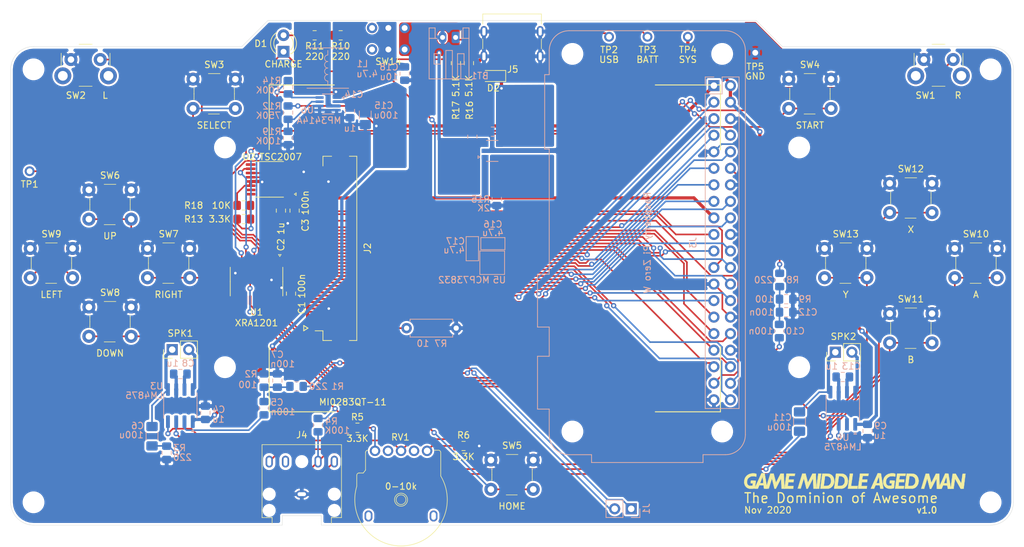
<source format=kicad_pcb>
(kicad_pcb (version 20171130) (host pcbnew "(5.1.6)-1")
  (layers (0 F.Cu signal) (31 B.Cu signal) (34 B.Paste user) (35 F.Paste user) (36 B.SilkS user) (37 F.SilkS user) (38 B.Mask user) (39 F.Mask user) (44 Edge.Cuts user))
  (net 0 "")
  (net 1 GND)
  (net 2 "Net-(C5-Pad1)")
  (net 3 +5V)
  (net 4 "Net-(C8-Pad1)")
  (net 5 "Net-(C10-Pad1)")
  (net 6 "Net-(C11-Pad1)")
  (net 7 "Net-(J2-Pad1)")
  (net 8 +3V3)
  (net 9 "Net-(J2-Pad10)")
  (net 10 "Net-(J2-Pad11)")
  (net 11 "Net-(J2-Pad12)")
  (net 12 "Net-(J2-Pad13)")
  (net 13 "Net-(J2-Pad14)")
  (net 14 "Net-(J2-Pad15)")
  (net 15 "Net-(J2-Pad16)")
  (net 16 "Net-(J2-Pad17)")
  (net 17 "Net-(J2-Pad18)")
  (net 18 "Net-(J2-Pad19)")
  (net 19 "Net-(J2-Pad20)")
  (net 20 "Net-(J2-Pad21)")
  (net 21 "Net-(J2-Pad22)")
  (net 22 "Net-(J2-Pad23)")
  (net 23 "Net-(J2-Pad24)")
  (net 24 "Net-(J2-Pad25)")
  (net 25 "Net-(J2-Pad26)")
  (net 26 "Net-(J2-Pad27)")
  (net 27 "Net-(J2-Pad28)")
  (net 28 "Net-(J2-Pad29)")
  (net 29 "Net-(J2-Pad30)")
  (net 30 "Net-(J2-Pad31)")
  (net 31 "Net-(J2-Pad32)")
  (net 32 "Net-(J2-Pad34)")
  (net 33 "Net-(J2-Pad36)")
  (net 34 "Net-(J2-Pad37)")
  (net 35 /PWM_AUDIO_R)
  (net 36 /PWM_AUDIO_L)
  (net 37 "Net-(SPK1-Pad2)")
  (net 38 "Net-(SPK2-Pad2)")
  (net 39 "Net-(SW1-Pad1)")
  (net 40 "Net-(SW2-Pad1)")
  (net 41 "Net-(SW3-Pad1)")
  (net 42 "Net-(SW4-Pad1)")
  (net 43 "Net-(SW5-Pad1)")
  (net 44 "Net-(SW6-Pad1)")
  (net 45 "Net-(SW7-Pad1)")
  (net 46 "Net-(SW8-Pad1)")
  (net 47 "Net-(SW9-Pad1)")
  (net 48 "Net-(SW10-Pad1)")
  (net 49 "Net-(SW11-Pad1)")
  (net 50 "Net-(SW12-Pad1)")
  (net 51 "Net-(SW13-Pad1)")
  (net 52 /VOL)
  (net 53 "Net-(C5-Pad2)")
  (net 54 "Net-(C6-Pad2)")
  (net 55 "Net-(C6-Pad1)")
  (net 56 "Net-(C10-Pad2)")
  (net 57 "Net-(C11-Pad2)")
  (net 58 "Net-(C13-Pad1)")
  (net 59 /I2C_SCL)
  (net 60 /I2C_SDA)
  (net 61 "Net-(J2-Pad44)")
  (net 62 "Net-(J2-Pad45)")
  (net 63 "Net-(J2-Pad46)")
  (net 64 "Net-(J2-Pad47)")
  (net 65 "Net-(J5-PadB5)")
  (net 66 "Net-(J5-PadA5)")
  (net 67 /CHG)
  (net 68 /BAT_LVL)
  (net 69 "Net-(R15-Pad1)")
  (net 70 "Net-(TP1-Pad1)")
  (net 71 /TOUCH_IRQ)
  (net 72 /USB_VBUS)
  (net 73 /VBATT)
  (net 74 /VBATT_SWITCHED)
  (net 75 /HP_SENSE)
  (net 76 "Net-(L1-Pad2)")
  (net 77 "Net-(R10-Pad2)")
  (net 78 "Net-(D1-Pad2)")
  (net 79 "Net-(R5-Pad2)")
  (net 80 "Net-(R6-Pad1)")
  (net 81 "Net-(R12-Pad2)")
  (net 82 "Net-(R14-Pad2)")
  (module gamething:MI0283QT-11_tucked_connector (layer F.Cu) (at 149.35 78)
    (fp_text reference J2 (at -19.55 0 90) (layer F.SilkS))
    (fp_text value MI0283QT-11 (at -21.8 23.6) (layer F.SilkS))
    (pad 50 smd rect (at -27.3 -12.25 90) (size 0.3 2) (layers F.Cu F.Paste F.Mask) (net 1 GND))
    (pad 49 smd rect (at -27.3 -11.75 90) (size 0.3 2) (layers F.Cu F.Paste F.Mask) (net 1 GND))
    (pad 48 smd rect (at -27.3 -11.25 90) (size 0.3 2) (layers F.Cu F.Paste F.Mask) (net 1 GND))
    (pad 47 smd rect (at -27.3 -10.75 90) (size 0.3 2) (layers F.Cu F.Paste F.Mask) (net 64 "Net-(J2-Pad47)"))
    (pad 46 smd rect (at -27.3 -10.25 90) (size 0.3 2) (layers F.Cu F.Paste F.Mask) (net 63 "Net-(J2-Pad46)"))
    (pad 45 smd rect (at -27.3 -9.75 90) (size 0.3 2) (layers F.Cu F.Paste F.Mask) (net 62 "Net-(J2-Pad45)"))
    (pad 44 smd rect (at -27.3 -9.25 90) (size 0.3 2) (layers F.Cu F.Paste F.Mask) (net 61 "Net-(J2-Pad44)"))
    (pad 43 smd rect (at -27.3 -8.75 90) (size 0.3 2) (layers F.Cu F.Paste F.Mask) (net 1 GND))
    (pad 42 smd rect (at -27.3 -8.25 90) (size 0.3 2) (layers F.Cu F.Paste F.Mask) (net 8 +3V3))
    (pad 41 smd rect (at -27.3 -7.75 90) (size 0.3 2) (layers F.Cu F.Paste F.Mask) (net 8 +3V3))
    (pad 40 smd rect (at -27.3 -7.25 90) (size 0.3 2) (layers F.Cu F.Paste F.Mask) (net 8 +3V3))
    (pad 39 smd rect (at -27.3 -6.75 90) (size 0.3 2) (layers F.Cu F.Paste F.Mask))
    (pad 38 smd rect (at -27.3 -6.25 90) (size 0.3 2) (layers F.Cu F.Paste F.Mask))
    (pad 37 smd rect (at -27.3 -5.75 90) (size 0.3 2) (layers F.Cu F.Paste F.Mask) (net 34 "Net-(J2-Pad37)"))
    (pad 36 smd rect (at -27.3 -5.25 90) (size 0.3 2) (layers F.Cu F.Paste F.Mask) (net 33 "Net-(J2-Pad36)"))
    (pad 35 smd rect (at -27.3 -4.75 90) (size 0.3 2) (layers F.Cu F.Paste F.Mask))
    (pad 34 smd rect (at -27.3 -4.25 90) (size 0.3 2) (layers F.Cu F.Paste F.Mask) (net 32 "Net-(J2-Pad34)"))
    (pad 33 smd rect (at -27.3 -3.75 90) (size 0.3 2) (layers F.Cu F.Paste F.Mask))
    (pad 32 smd rect (at -27.3 -3.25 90) (size 0.3 2) (layers F.Cu F.Paste F.Mask) (net 31 "Net-(J2-Pad32)"))
    (pad 31 smd rect (at -27.3 -2.75 90) (size 0.3 2) (layers F.Cu F.Paste F.Mask) (net 30 "Net-(J2-Pad31)"))
    (pad 30 smd rect (at -27.3 -2.25 90) (size 0.3 2) (layers F.Cu F.Paste F.Mask) (net 29 "Net-(J2-Pad30)"))
    (pad 29 smd rect (at -27.3 -1.75 90) (size 0.3 2) (layers F.Cu F.Paste F.Mask) (net 28 "Net-(J2-Pad29)"))
    (pad 28 smd rect (at -27.3 -1.25 90) (size 0.3 2) (layers F.Cu F.Paste F.Mask) (net 27 "Net-(J2-Pad28)"))
    (pad 27 smd rect (at -27.3 -0.75 90) (size 0.3 2) (layers F.Cu F.Paste F.Mask) (net 26 "Net-(J2-Pad27)"))
    (pad 26 smd rect (at -27.3 -0.25 90) (size 0.3 2) (layers F.Cu F.Paste F.Mask) (net 25 "Net-(J2-Pad26)"))
    (pad 25 smd rect (at -27.3 0.25 90) (size 0.3 2) (layers F.Cu F.Paste F.Mask) (net 24 "Net-(J2-Pad25)"))
    (pad 24 smd rect (at -27.3 0.75 90) (size 0.3 2) (layers F.Cu F.Paste F.Mask) (net 23 "Net-(J2-Pad24)"))
    (pad 23 smd rect (at -27.3 1.25 90) (size 0.3 2) (layers F.Cu F.Paste F.Mask) (net 22 "Net-(J2-Pad23)"))
    (pad 22 smd rect (at -27.3 1.75 90) (size 0.3 2) (layers F.Cu F.Paste F.Mask) (net 21 "Net-(J2-Pad22)"))
    (pad 21 smd rect (at -27.3 2.25 90) (size 0.3 2) (layers F.Cu F.Paste F.Mask) (net 20 "Net-(J2-Pad21)"))
    (pad 20 smd rect (at -27.3 2.75 90) (size 0.3 2) (layers F.Cu F.Paste F.Mask) (net 19 "Net-(J2-Pad20)"))
    (pad 19 smd rect (at -27.3 3.25 90) (size 0.3 2) (layers F.Cu F.Paste F.Mask) (net 18 "Net-(J2-Pad19)"))
    (pad 18 smd rect (at -27.3 3.75 90) (size 0.3 2) (layers F.Cu F.Paste F.Mask) (net 17 "Net-(J2-Pad18)"))
    (pad 17 smd rect (at -27.3 4.25 90) (size 0.3 2) (layers F.Cu F.Paste F.Mask) (net 16 "Net-(J2-Pad17)"))
    (pad 16 smd rect (at -27.3 4.75 90) (size 0.3 2) (layers F.Cu F.Paste F.Mask) (net 15 "Net-(J2-Pad16)"))
    (pad 15 smd rect (at -27.3 5.25 90) (size 0.3 2) (layers F.Cu F.Paste F.Mask) (net 14 "Net-(J2-Pad15)"))
    (pad 14 smd rect (at -27.3 5.75 90) (size 0.3 2) (layers F.Cu F.Paste F.Mask) (net 13 "Net-(J2-Pad14)"))
    (pad 13 smd rect (at -27.3 6.25 90) (size 0.3 2) (layers F.Cu F.Paste F.Mask) (net 12 "Net-(J2-Pad13)"))
    (pad 12 smd rect (at -27.3 6.75 90) (size 0.3 2) (layers F.Cu F.Paste F.Mask) (net 11 "Net-(J2-Pad12)"))
    (pad 11 smd rect (at -27.3 7.25 90) (size 0.3 2) (layers F.Cu F.Paste F.Mask) (net 10 "Net-(J2-Pad11)"))
    (pad 10 smd rect (at -27.3 7.75 90) (size 0.3 2) (layers F.Cu F.Paste F.Mask) (net 9 "Net-(J2-Pad10)"))
    (pad 9 smd rect (at -27.3 8.25 90) (size 0.3 2) (layers F.Cu F.Paste F.Mask) (net 8 +3V3))
    (pad 8 smd rect (at -27.3 8.75 90) (size 0.3 2) (layers F.Cu F.Paste F.Mask) (net 8 +3V3))
    (pad 7 smd rect (at -27.3 9.25 90) (size 0.3 2) (layers F.Cu F.Paste F.Mask) (net 1 GND))
    (pad 6 smd rect (at -27.3 9.75 90) (size 0.3 2) (layers F.Cu F.Paste F.Mask) (net 8 +3V3))
    (pad 5 smd rect (at -27.3 10.25 90) (size 0.3 2) (layers F.Cu F.Paste F.Mask) (net 8 +3V3))
    (pad 4 smd rect (at -27.3 10.75 90) (size 0.3 2) (layers F.Cu F.Paste F.Mask) (net 8 +3V3))
    (pad 3 smd rect (at -27.3 11.25 90) (size 0.3 2) (layers F.Cu F.Paste F.Mask) (net 8 +3V3))
    (pad 2 smd rect (at -27.3 11.75 90) (size 0.3 2) (layers F.Cu F.Paste F.Mask) (net 8 +3V3))
    (pad 1 smd rect (at -27.3 12.25 90) (size 0.3 2) (layers F.Cu F.Paste F.Mask) (net 7 "Net-(J2-Pad1)"))
    (pad MP smd rect (at -23.7 14.15 90) (size 1.8 2.2) (layers F.Cu F.Paste F.Mask))
    (pad MP smd rect (at -23.7 -14.15 90) (size 1.8 2.2) (layers F.Cu F.Paste F.Mask))
  )
  (module gamething:JS202011AQN (layer F.Cu) (at 133 45.8 180)
    (fp_text reference SW14 (at 0 -3.5) (layer F.SilkS))
    (fp_text value POWER)
    (pad 3 thru_hole circle (at 2.5 1.65 180) (size 1.6 1.6) (drill 0.9) (layers *.Cu *.Mask))
    (pad 2 thru_hole circle (at 0 1.65 180) (size 1.6 1.6) (drill 0.9) (layers *.Cu *.Mask) (net 74 /VBATT_SWITCHED))
    (pad 1 thru_hole circle (at -2.5 1.65 180) (size 1.6 1.6) (drill 0.9) (layers *.Cu *.Mask) (net 73 /VBATT))
    (pad 6 thru_hole circle (at 2.5 -1.65 180) (size 1.6 1.6) (drill 0.9) (layers *.Cu *.Mask))
    (pad 5 thru_hole circle (at 0 -1.65 180) (size 1.6 1.6) (drill 0.9) (layers *.Cu *.Mask) (net 74 /VBATT_SWITCHED))
    (pad 4 thru_hole circle (at -2.5 -1.65 180) (size 1.6 1.6) (drill 0.9) (layers *.Cu *.Mask) (net 73 /VBATT))
  )
  (module gamething:UJC-HP-3-SMT (layer F.Cu) (at 152 48.5 180)
    (fp_text reference J5 (at -0.1 -2) (layer F.SilkS))
    (fp_text value USB_C_Receptacle_Power_Only)
    (pad S1 thru_hole oval (at 4.32 3.8 180) (size 1 1.7) (drill oval 0.5 1.2) (layers *.Cu *.Mask) (net 1 GND))
    (pad S1 thru_hole oval (at -4.32 3.8 180) (size 1 1.7) (drill oval 0.5 1.2) (layers *.Cu *.Mask) (net 1 GND))
    (pad S1 thru_hole oval (at 4.32 0 180) (size 1 1.7) (drill oval 0.5 1.2) (layers *.Cu *.Mask) (net 1 GND))
    (pad S1 thru_hole oval (at -4.32 0 180) (size 1 1.7) (drill oval 0.5 1.2) (layers *.Cu *.Mask) (net 1 GND))
    (pad A12 smd rect (at 2.75 0 180) (size 0.9 1.15) (layers F.Cu F.Paste F.Mask) (net 1 GND))
    (pad A9 smd rect (at 1.52 0 180) (size 0.8 1.15) (layers F.Cu F.Paste F.Mask) (net 72 /USB_VBUS))
    (pad B5 smd rect (at 0.5 0 180) (size 0.7 1.15) (layers F.Cu F.Paste F.Mask) (net 65 "Net-(J5-PadB5)"))
    (pad A5 smd rect (at -0.5 0 180) (size 0.7 1.15) (layers F.Cu F.Paste F.Mask) (net 66 "Net-(J5-PadA5)"))
    (pad B9 smd rect (at -1.52 0 180) (size 0.8 1.15) (layers F.Cu F.Paste F.Mask) (net 72 /USB_VBUS))
    (pad B12 smd rect (at -2.75 0 180) (size 0.9 1.15) (layers F.Cu F.Paste F.Mask) (net 1 GND))
  )
  (module gamething:RK10J11E (layer F.Cu) (at 134.946 116.6 180)
    (fp_text reference RV1 (at 0.1 9.6) (layer F.SilkS))
    (fp_text value 0-10k (at 0 2.05) (layer F.SilkS))
    (pad NC thru_hole oval (at 5 -2.5 180) (size 1.2 1.7) (drill oval 0.7 1.2) (layers *.Cu *.Mask))
    (pad NC thru_hole oval (at -5 -2.5 180) (size 1.2 1.7) (drill oval 0.7 1.2) (layers *.Cu *.Mask))
    (pad 3 thru_hole circle (at 4 7.5 180) (size 1.6 1.6) (drill 1) (layers *.Cu *.Mask) (net 79 "Net-(R5-Pad2)"))
    (pad NC thru_hole circle (at 2 7.5 180) (size 1.6 1.6) (drill 1) (layers *.Cu *.Mask))
    (pad 1 thru_hole circle (at -4 7.5 180) (size 1.6 1.6) (drill 1) (layers *.Cu *.Mask) (net 80 "Net-(R6-Pad1)"))
    (pad NC thru_hole circle (at -2 7.5 180) (size 1.6 1.6) (drill 1) (layers *.Cu *.Mask))
    (pad 2 thru_hole circle (at 0 7.5 180) (size 1.6 1.6) (drill 1) (layers *.Cu *.Mask) (net 52 /VOL))
  )
  (module gamething:SJ1-3525N (layer F.Cu) (at 119.7 110.75 90)
    (fp_text reference J4 (at 4.1 0) (layer F.SilkS))
    (fp_text value SJ1-3524N)
    (pad R thru_hole oval (at 0 -5 90) (size 1.8 1.1) (drill oval 1.3 0.6) (layers *.Cu *.Mask) (net 6 "Net-(C11-Pad1)"))
    (pad RN thru_hole oval (at 0 -2.5 90) (size 1.8 1.1) (drill oval 1.3 0.6) (layers *.Cu *.Mask))
    (pad TN thru_hole oval (at 0 2.5 90) (size 1.8 1.1) (drill oval 1.3 0.6) (layers *.Cu *.Mask) (net 75 /HP_SENSE))
    (pad T thru_hole oval (at 0 5 90) (size 1.8 1.1) (drill oval 1.3 0.6) (layers *.Cu *.Mask) (net 55 "Net-(C6-Pad1)"))
    (pad S thru_hole oval (at -5 0 180) (size 1.8 1.1) (drill oval 1.3 0.6) (layers *.Cu *.Mask) (net 1 GND))
    (pad "" np_thru_hole circle (at -7.5 -5 90) (size 1.2 1.2) (drill 1.2) (layers *.Cu *.Mask))
    (pad "" np_thru_hole circle (at -5 -5 90) (size 1.2 1.2) (drill 1.2) (layers *.Cu *.Mask))
    (pad "" np_thru_hole circle (at -7.5 5 90) (size 1.2 1.2) (drill 1.2) (layers *.Cu *.Mask))
    (pad "" np_thru_hole circle (at -5 5 90) (size 1.2 1.2) (drill 1.2) (layers *.Cu *.Mask))
    (pad "" np_thru_hole circle (at 0 0 90) (size 1.2 1.2) (drill 1.2) (layers *.Cu *.Mask))
  )
  (module gamething:B3F-3100 (layer F.Cu) (at 90 51.5 180)
    (fp_text reference SW2 (at 5 -3) (layer F.SilkS))
    (fp_text value L (at 0.5 -3) (layer F.SilkS))
    (pad 3 thru_hole circle (at 0 0 180) (size 2.6 2.6) (drill 1.5) (layers *.Cu *.Mask))
    (pad 4 thru_hole circle (at 7 0 180) (size 2.6 2.6) (drill 1.5) (layers *.Cu *.Mask))
    (pad 1 thru_hole circle (at 1.25 2.5 180) (size 2 2) (drill 1) (layers *.Cu *.Mask) (net 40 "Net-(SW2-Pad1)"))
    (pad 2 thru_hole circle (at 5.75 2.5 180) (size 2 2) (drill 1) (layers *.Cu *.Mask) (net 1 GND))
  )
  (module gamething:B3F-3100 (layer F.Cu) (at 221 51.5 180)
    (fp_text reference SW1 (at 5.5 -3) (layer F.SilkS))
    (fp_text value R (at 0.5 -3) (layer F.SilkS))
    (pad 3 thru_hole circle (at 0 0 180) (size 2.6 2.6) (drill 1.5) (layers *.Cu *.Mask))
    (pad 4 thru_hole circle (at 7 0 180) (size 2.6 2.6) (drill 1.5) (layers *.Cu *.Mask))
    (pad 1 thru_hole circle (at 1.25 2.5 180) (size 2 2) (drill 1) (layers *.Cu *.Mask) (net 39 "Net-(SW1-Pad1)"))
    (pad 2 thru_hole circle (at 5.75 2.5 180) (size 2 2) (drill 1) (layers *.Cu *.Mask) (net 1 GND))
  )
  (module gamething:B3F-1000_2terminal (layer F.Cu) (at 148.7488 110.5)
    (fp_text reference SW5 (at 3.2512 -2.2094) (layer F.SilkS))
    (fp_text value HOME (at 3.2512 7.1006) (layer F.SilkS))
    (pad 2 thru_hole circle (at 0.0012 0.0106) (size 2 2) (drill 1) (layers *.Cu *.Mask) (net 1 GND))
    (pad 2 thru_hole circle (at 6.5012 0.0106) (size 2 2) (drill 1) (layers *.Cu *.Mask) (net 1 GND))
    (pad 1 thru_hole circle (at 0.0012 4.5106) (size 2 2) (drill 1) (layers *.Cu *.Mask) (net 43 "Net-(SW5-Pad1)"))
    (pad 1 thru_hole circle (at 6.5012 4.5106) (size 2 2) (drill 1) (layers *.Cu *.Mask) (net 43 "Net-(SW5-Pad1)"))
  )
  (module gamething:B3F-1000_2terminal (layer F.Cu) (at 194.5 52)
    (fp_text reference SW4 (at 3.2512 -2.2094) (layer F.SilkS))
    (fp_text value START (at 3.2512 7.1006) (layer F.SilkS))
    (pad 2 thru_hole circle (at 0.0012 0.0106) (size 2 2) (drill 1) (layers *.Cu *.Mask) (net 1 GND))
    (pad 2 thru_hole circle (at 6.5012 0.0106) (size 2 2) (drill 1) (layers *.Cu *.Mask) (net 1 GND))
    (pad 1 thru_hole circle (at 0.0012 4.5106) (size 2 2) (drill 1) (layers *.Cu *.Mask) (net 42 "Net-(SW4-Pad1)"))
    (pad 1 thru_hole circle (at 6.5012 4.5106) (size 2 2) (drill 1) (layers *.Cu *.Mask) (net 42 "Net-(SW4-Pad1)"))
  )
  (module gamething:B3F-1000_2terminal (layer F.Cu) (at 103 52)
    (fp_text reference SW3 (at 3.2512 -2.2094) (layer F.SilkS))
    (fp_text value SELECT (at 3.2512 7.1006) (layer F.SilkS))
    (pad 2 thru_hole circle (at 0.0012 0.0106) (size 2 2) (drill 1) (layers *.Cu *.Mask) (net 1 GND))
    (pad 2 thru_hole circle (at 6.5012 0.0106) (size 2 2) (drill 1) (layers *.Cu *.Mask) (net 1 GND))
    (pad 1 thru_hole circle (at 0.0012 4.5106) (size 2 2) (drill 1) (layers *.Cu *.Mask) (net 41 "Net-(SW3-Pad1)"))
    (pad 1 thru_hole circle (at 6.5012 4.5106) (size 2 2) (drill 1) (layers *.Cu *.Mask) (net 41 "Net-(SW3-Pad1)"))
  )
  (module gamething:B3F-1000_2terminal (layer F.Cu) (at 210 68)
    (fp_text reference SW12 (at 3.2512 -2.2094) (layer F.SilkS))
    (fp_text value X (at 3.2512 7.1006) (layer F.SilkS))
    (pad 2 thru_hole circle (at 0.0012 0.0106) (size 2 2) (drill 1) (layers *.Cu *.Mask) (net 1 GND))
    (pad 2 thru_hole circle (at 6.5012 0.0106) (size 2 2) (drill 1) (layers *.Cu *.Mask) (net 1 GND))
    (pad 1 thru_hole circle (at 0.0012 4.5106) (size 2 2) (drill 1) (layers *.Cu *.Mask) (net 50 "Net-(SW12-Pad1)"))
    (pad 1 thru_hole circle (at 6.5012 4.5106) (size 2 2) (drill 1) (layers *.Cu *.Mask) (net 50 "Net-(SW12-Pad1)"))
  )
  (module gamething:B3F-1000_2terminal (layer F.Cu) (at 200 78)
    (fp_text reference SW13 (at 3.2512 -2.2094) (layer F.SilkS))
    (fp_text value Y (at 3.2512 7.1006) (layer F.SilkS))
    (pad 2 thru_hole circle (at 0.0012 0.0106) (size 2 2) (drill 1) (layers *.Cu *.Mask) (net 1 GND))
    (pad 2 thru_hole circle (at 6.5012 0.0106) (size 2 2) (drill 1) (layers *.Cu *.Mask) (net 1 GND))
    (pad 1 thru_hole circle (at 0.0012 4.5106) (size 2 2) (drill 1) (layers *.Cu *.Mask) (net 51 "Net-(SW13-Pad1)"))
    (pad 1 thru_hole circle (at 6.5012 4.5106) (size 2 2) (drill 1) (layers *.Cu *.Mask) (net 51 "Net-(SW13-Pad1)"))
  )
  (module gamething:B3F-1000_2terminal (layer F.Cu) (at 210 88)
    (fp_text reference SW11 (at 3.2512 -2.2094) (layer F.SilkS))
    (fp_text value B (at 3.2512 7.1006) (layer F.SilkS))
    (pad 2 thru_hole circle (at 0.0012 0.0106) (size 2 2) (drill 1) (layers *.Cu *.Mask) (net 1 GND))
    (pad 2 thru_hole circle (at 6.5012 0.0106) (size 2 2) (drill 1) (layers *.Cu *.Mask) (net 1 GND))
    (pad 1 thru_hole circle (at 0.0012 4.5106) (size 2 2) (drill 1) (layers *.Cu *.Mask) (net 49 "Net-(SW11-Pad1)"))
    (pad 1 thru_hole circle (at 6.5012 4.5106) (size 2 2) (drill 1) (layers *.Cu *.Mask) (net 49 "Net-(SW11-Pad1)"))
  )
  (module gamething:B3F-1000_2terminal (layer F.Cu) (at 220 78)
    (fp_text reference SW10 (at 3.2512 -2.2094) (layer F.SilkS))
    (fp_text value A (at 3.2512 7.1006) (layer F.SilkS))
    (pad 2 thru_hole circle (at 0.0012 0.0106) (size 2 2) (drill 1) (layers *.Cu *.Mask) (net 1 GND))
    (pad 2 thru_hole circle (at 6.5012 0.0106) (size 2 2) (drill 1) (layers *.Cu *.Mask) (net 1 GND))
    (pad 1 thru_hole circle (at 0.0012 4.5106) (size 2 2) (drill 1) (layers *.Cu *.Mask) (net 48 "Net-(SW10-Pad1)"))
    (pad 1 thru_hole circle (at 6.5012 4.5106) (size 2 2) (drill 1) (layers *.Cu *.Mask) (net 48 "Net-(SW10-Pad1)"))
  )
  (module gamething:B3F-1000_2terminal (layer F.Cu) (at 78 78)
    (fp_text reference SW9 (at 3.2512 -2.2094) (layer F.SilkS))
    (fp_text value LEFT (at 3.2512 7.1006) (layer F.SilkS))
    (pad 2 thru_hole circle (at 0.0012 0.0106) (size 2 2) (drill 1) (layers *.Cu *.Mask) (net 1 GND))
    (pad 2 thru_hole circle (at 6.5012 0.0106) (size 2 2) (drill 1) (layers *.Cu *.Mask) (net 1 GND))
    (pad 1 thru_hole circle (at 0.0012 4.5106) (size 2 2) (drill 1) (layers *.Cu *.Mask) (net 47 "Net-(SW9-Pad1)"))
    (pad 1 thru_hole circle (at 6.5012 4.5106) (size 2 2) (drill 1) (layers *.Cu *.Mask) (net 47 "Net-(SW9-Pad1)"))
  )
  (module gamething:B3F-1000_2terminal (layer F.Cu) (at 87 87)
    (fp_text reference SW8 (at 3.2512 -2.2094) (layer F.SilkS))
    (fp_text value DOWN (at 3.2512 7.1006) (layer F.SilkS))
    (pad 2 thru_hole circle (at 0.0012 0.0106) (size 2 2) (drill 1) (layers *.Cu *.Mask) (net 1 GND))
    (pad 2 thru_hole circle (at 6.5012 0.0106) (size 2 2) (drill 1) (layers *.Cu *.Mask) (net 1 GND))
    (pad 1 thru_hole circle (at 0.0012 4.5106) (size 2 2) (drill 1) (layers *.Cu *.Mask) (net 46 "Net-(SW8-Pad1)"))
    (pad 1 thru_hole circle (at 6.5012 4.5106) (size 2 2) (drill 1) (layers *.Cu *.Mask) (net 46 "Net-(SW8-Pad1)"))
  )
  (module gamething:B3F-1000_2terminal (layer F.Cu) (at 96 78)
    (fp_text reference SW7 (at 3.2512 -2.2094) (layer F.SilkS))
    (fp_text value RIGHT (at 3.2512 7.1006) (layer F.SilkS))
    (pad 2 thru_hole circle (at 0.0012 0.0106) (size 2 2) (drill 1) (layers *.Cu *.Mask) (net 1 GND))
    (pad 2 thru_hole circle (at 6.5012 0.0106) (size 2 2) (drill 1) (layers *.Cu *.Mask) (net 1 GND))
    (pad 1 thru_hole circle (at 0.0012 4.5106) (size 2 2) (drill 1) (layers *.Cu *.Mask) (net 45 "Net-(SW7-Pad1)"))
    (pad 1 thru_hole circle (at 6.5012 4.5106) (size 2 2) (drill 1) (layers *.Cu *.Mask) (net 45 "Net-(SW7-Pad1)"))
  )
  (module gamething:B3F-1000_2terminal (layer F.Cu) (at 87 69)
    (fp_text reference SW6 (at 3.2512 -2.2094) (layer F.SilkS))
    (fp_text value UP (at 3.2512 7.1006) (layer F.SilkS))
    (pad 2 thru_hole circle (at 0.0012 0.0106) (size 2 2) (drill 1) (layers *.Cu *.Mask) (net 1 GND))
    (pad 2 thru_hole circle (at 6.5012 0.0106) (size 2 2) (drill 1) (layers *.Cu *.Mask) (net 1 GND))
    (pad 1 thru_hole circle (at 0.0012 4.5106) (size 2 2) (drill 1) (layers *.Cu *.Mask) (net 44 "Net-(SW6-Pad1)"))
    (pad 1 thru_hole circle (at 6.5012 4.5106) (size 2 2) (drill 1) (layers *.Cu *.Mask) (net 44 "Net-(SW6-Pad1)"))
  )
  (module gamething:L_6x6_H4.5_Handsoldering (layer B.Cu) (at 123.7 50.3 180)
    (fp_text reference L1 (at -5.3 0.65) (layer B.SilkS) (effects (justify mirror)))
    (fp_text value 4.7u (at -6.05 -0.9) (layer B.SilkS) (effects (justify mirror)))
    (pad 1 smd rect (at -2.6 0 180) (size 3 6) (layers B.Cu B.Paste B.Mask) (net 74 /VBATT_SWITCHED))
    (pad 2 smd rect (at 2.6 0 180) (size 3 6) (layers B.Cu B.Paste B.Mask) (net 76 "Net-(L1-Pad2)"))
  )
  (module gamething:TestPoint_THTPad_D1.5mm_Drill0.9mm (layer F.Cu) (at 189.35 47.95)
    (fp_text reference TP5 (at 0 2.15) (layer F.SilkS))
    (fp_text value GND (at 0 3.6) (layer F.SilkS))
    (pad 1 thru_hole circle (at 0 0) (size 1.5 1.5) (drill 0.9) (layers *.Cu *.Mask) (net 1 GND))
  )
  (module gamething:TestPoint_THTPad_D1.5mm_Drill0.9mm (layer F.Cu) (at 179 45.5)
    (fp_text reference TP4 (at 0 2) (layer F.SilkS))
    (fp_text value SYS (at 0 3.5) (layer F.SilkS))
    (pad 1 thru_hole circle (at 0 0) (size 1.5 1.5) (drill 0.9) (layers *.Cu *.Mask) (net 3 +5V))
  )
  (module gamething:TestPoint_THTPad_D1.5mm_Drill0.9mm (layer F.Cu) (at 172.8 45.5)
    (fp_text reference TP3 (at 0 2) (layer F.SilkS))
    (fp_text value BATT (at 0 3.5) (layer F.SilkS))
    (pad 1 thru_hole circle (at 0 0) (size 1.5 1.5) (drill 0.9) (layers *.Cu *.Mask) (net 73 /VBATT))
  )
  (module gamething:TestPoint_THTPad_D1.5mm_Drill0.9mm (layer F.Cu) (at 166.9 45.5)
    (fp_text reference TP2 (at 0 2) (layer F.SilkS))
    (fp_text value USB (at 0 3.5) (layer F.SilkS))
    (pad 1 thru_hole circle (at 0 0) (size 1.5 1.5) (drill 0.9) (layers *.Cu *.Mask) (net 72 /USB_VBUS))
  )
  (module gamething:TestPoint_THTPad_D1.5mm_Drill0.9mm (layer F.Cu) (at 77.9 66.15)
    (fp_text reference TP1 (at 0 2) (layer F.SilkS))
    (fp_text value IO1_7)
    (pad 1 thru_hole circle (at 0 0) (size 1.5 1.5) (drill 0.9) (layers *.Cu *.Mask) (net 70 "Net-(TP1-Pad1)"))
  )
  (module MountingHole:MountingHole_2.7mm_M2.5 (layer F.Cu) (at 225.5 117)
    (fp_text reference H8)
    (fp_text value MountingHole)
    (pad "" np_thru_hole circle (at 0 0) (size 2.75 2.75) (drill 2.75) (layers *.Cu *.Mask))
  )
  (module MountingHole:MountingHole_2.7mm_M2.5 (layer F.Cu) (at 225.5 50.5)
    (fp_text reference H7)
    (fp_text value MountingHole)
    (pad "" np_thru_hole circle (at 0 0) (size 2.75 2.75) (drill 2.75) (layers *.Cu *.Mask))
  )
  (module MountingHole:MountingHole_2.7mm_M2.5 (layer F.Cu) (at 196.1 96.25)
    (fp_text reference H6)
    (fp_text value MountingHole)
    (pad "" np_thru_hole circle (at 0 0) (size 2.75 2.75) (drill 2.75) (layers *.Cu *.Mask))
  )
  (module MountingHole:MountingHole_2.7mm_M2.5 (layer F.Cu) (at 196.1 62.5)
    (fp_text reference H5)
    (fp_text value MountingHole)
    (pad "" np_thru_hole circle (at 0 0) (size 2.75 2.75) (drill 2.75) (layers *.Cu *.Mask))
  )
  (module MountingHole:MountingHole_2.7mm_M2.5 (layer F.Cu) (at 107.9 96.25)
    (fp_text reference H4)
    (fp_text value MountingHole)
    (pad "" np_thru_hole circle (at 0 0) (size 2.75 2.75) (drill 2.75) (layers *.Cu *.Mask))
  )
  (module MountingHole:MountingHole_2.7mm_M2.5 (layer F.Cu) (at 107.9 62.5)
    (fp_text reference H3)
    (fp_text value MountingHole)
    (pad "" np_thru_hole circle (at 0 0) (size 2.75 2.75) (drill 2.75) (layers *.Cu *.Mask))
  )
  (module MountingHole:MountingHole_2.7mm_M2.5 (layer F.Cu) (at 78.5 117)
    (fp_text reference H2)
    (fp_text value MountingHole)
    (pad "" np_thru_hole circle (at 0 0) (size 2.75 2.75) (drill 2.75) (layers *.Cu *.Mask))
  )
  (module MountingHole:MountingHole_2.7mm_M2.5 (layer F.Cu) (at 78.5 50.5)
    (fp_text reference H1)
    (fp_text value MountingHole)
    (pad "" np_thru_hole circle (at 0 0) (size 2.75 2.75) (drill 2.75) (layers *.Cu *.Mask))
  )
  (module Package_SO:TSSOP-16_4.4x5mm_P0.65mm (layer F.Cu) (at 114.7 67.4 180)
    (fp_text reference U2 (at 3.1 3.45 180) (layer F.SilkS))
    (fp_text value TSC2007 (at -1.75 3.45 180) (layer F.SilkS))
    (pad 16 smd roundrect (at 2.8625 -2.275 180) (size 1.475 0.4) (layers F.Cu F.Paste F.Mask) (net 68 /BAT_LVL))
    (pad 15 smd roundrect (at 2.8625 -1.625 180) (size 1.475 0.4) (layers F.Cu F.Paste F.Mask))
    (pad 14 smd roundrect (at 2.8625 -0.975 180) (size 1.475 0.4) (layers F.Cu F.Paste F.Mask) (net 1 GND))
    (pad 13 smd roundrect (at 2.8625 -0.325 180) (size 1.475 0.4) (layers F.Cu F.Paste F.Mask) (net 1 GND))
    (pad 12 smd roundrect (at 2.8625 0.325 180) (size 1.475 0.4) (layers F.Cu F.Paste F.Mask) (net 59 /I2C_SCL))
    (pad 11 smd roundrect (at 2.8625 0.975 180) (size 1.475 0.4) (layers F.Cu F.Paste F.Mask) (net 60 /I2C_SDA))
    (pad 10 smd roundrect (at 2.8625 1.625 180) (size 1.475 0.4) (layers F.Cu F.Paste F.Mask) (net 71 /TOUCH_IRQ))
    (pad 9 smd roundrect (at 2.8625 2.275 180) (size 1.475 0.4) (layers F.Cu F.Paste F.Mask))
    (pad 8 smd roundrect (at -2.8625 2.275 180) (size 1.475 0.4) (layers F.Cu F.Paste F.Mask))
    (pad 7 smd roundrect (at -2.8625 1.625 180) (size 1.475 0.4) (layers F.Cu F.Paste F.Mask))
    (pad 6 smd roundrect (at -2.8625 0.975 180) (size 1.475 0.4) (layers F.Cu F.Paste F.Mask) (net 1 GND))
    (pad 5 smd roundrect (at -2.8625 0.325 180) (size 1.475 0.4) (layers F.Cu F.Paste F.Mask) (net 64 "Net-(J2-Pad47)"))
    (pad 4 smd roundrect (at -2.8625 -0.325 180) (size 1.475 0.4) (layers F.Cu F.Paste F.Mask) (net 63 "Net-(J2-Pad46)"))
    (pad 3 smd roundrect (at -2.8625 -0.975 180) (size 1.475 0.4) (layers F.Cu F.Paste F.Mask) (net 62 "Net-(J2-Pad45)"))
    (pad 2 smd roundrect (at -2.8625 -1.625 180) (size 1.475 0.4) (layers F.Cu F.Paste F.Mask) (net 61 "Net-(J2-Pad44)"))
    (pad 1 smd roundrect (at -2.8625 -2.275 180) (size 1.475 0.4) (layers F.Cu F.Paste F.Mask) (net 8 +3V3))
  )
  (module Package_SO:TSSOP-24_4.4x7.8mm_P0.65mm (layer F.Cu) (at 112.75 83.1 270)
    (fp_text reference U1 (at 4.7 0 180) (layer F.SilkS))
    (fp_text value XRA1201 (at 6.35 0 180) (layer F.SilkS))
    (pad 1 smd roundrect (at -2.8625 -3.575 270) (size 1.475 0.4) (layers F.Cu F.Paste F.Mask))
    (pad 2 smd roundrect (at -2.8625 -2.925 270) (size 1.475 0.4) (layers F.Cu F.Paste F.Mask) (net 1 GND))
    (pad 3 smd roundrect (at -2.8625 -2.275 270) (size 1.475 0.4) (layers F.Cu F.Paste F.Mask) (net 1 GND))
    (pad 4 smd roundrect (at -2.8625 -1.625 270) (size 1.475 0.4) (layers F.Cu F.Paste F.Mask) (net 39 "Net-(SW1-Pad1)"))
    (pad 5 smd roundrect (at -2.8625 -0.975 270) (size 1.475 0.4) (layers F.Cu F.Paste F.Mask) (net 40 "Net-(SW2-Pad1)"))
    (pad 6 smd roundrect (at -2.8625 -0.325 270) (size 1.475 0.4) (layers F.Cu F.Paste F.Mask) (net 41 "Net-(SW3-Pad1)"))
    (pad 7 smd roundrect (at -2.8625 0.325 270) (size 1.475 0.4) (layers F.Cu F.Paste F.Mask) (net 42 "Net-(SW4-Pad1)"))
    (pad 8 smd roundrect (at -2.8625 0.975 270) (size 1.475 0.4) (layers F.Cu F.Paste F.Mask) (net 43 "Net-(SW5-Pad1)"))
    (pad 9 smd roundrect (at -2.8625 1.625 270) (size 1.475 0.4) (layers F.Cu F.Paste F.Mask) (net 71 /TOUCH_IRQ))
    (pad 10 smd roundrect (at -2.8625 2.275 270) (size 1.475 0.4) (layers F.Cu F.Paste F.Mask) (net 67 /CHG))
    (pad 11 smd roundrect (at -2.8625 2.925 270) (size 1.475 0.4) (layers F.Cu F.Paste F.Mask) (net 70 "Net-(TP1-Pad1)"))
    (pad 12 smd roundrect (at -2.8625 3.575 270) (size 1.475 0.4) (layers F.Cu F.Paste F.Mask) (net 1 GND))
    (pad 13 smd roundrect (at 2.8625 3.575 270) (size 1.475 0.4) (layers F.Cu F.Paste F.Mask) (net 44 "Net-(SW6-Pad1)"))
    (pad 14 smd roundrect (at 2.8625 2.925 270) (size 1.475 0.4) (layers F.Cu F.Paste F.Mask) (net 45 "Net-(SW7-Pad1)"))
    (pad 15 smd roundrect (at 2.8625 2.275 270) (size 1.475 0.4) (layers F.Cu F.Paste F.Mask) (net 46 "Net-(SW8-Pad1)"))
    (pad 16 smd roundrect (at 2.8625 1.625 270) (size 1.475 0.4) (layers F.Cu F.Paste F.Mask) (net 47 "Net-(SW9-Pad1)"))
    (pad 17 smd roundrect (at 2.8625 0.975 270) (size 1.475 0.4) (layers F.Cu F.Paste F.Mask) (net 48 "Net-(SW10-Pad1)"))
    (pad 18 smd roundrect (at 2.8625 0.325 270) (size 1.475 0.4) (layers F.Cu F.Paste F.Mask) (net 49 "Net-(SW11-Pad1)"))
    (pad 19 smd roundrect (at 2.8625 -0.325 270) (size 1.475 0.4) (layers F.Cu F.Paste F.Mask) (net 50 "Net-(SW12-Pad1)"))
    (pad 20 smd roundrect (at 2.8625 -0.975 270) (size 1.475 0.4) (layers F.Cu F.Paste F.Mask) (net 51 "Net-(SW13-Pad1)"))
    (pad 21 smd roundrect (at 2.8625 -1.625 270) (size 1.475 0.4) (layers F.Cu F.Paste F.Mask) (net 1 GND))
    (pad 22 smd roundrect (at 2.8625 -2.275 270) (size 1.475 0.4) (layers F.Cu F.Paste F.Mask) (net 59 /I2C_SCL))
    (pad 23 smd roundrect (at 2.8625 -2.925 270) (size 1.475 0.4) (layers F.Cu F.Paste F.Mask) (net 60 /I2C_SDA))
    (pad 24 smd roundrect (at 2.8625 -3.575 270) (size 1.475 0.4) (layers F.Cu F.Paste F.Mask) (net 8 +3V3))
  )
  (module Package_SO:SOIC-8_3.9x4.9mm_P1.27mm (layer B.Cu) (at 202.8 102.55 90)
    (fp_text reference U4 (at -4.5 0 180) (layer B.SilkS) (effects (justify mirror)))
    (fp_text value LM4875 (at -5.95 0 180) (layer B.SilkS) (effects (justify mirror)))
    (pad 1 smd roundrect (at -2.475 1.905 90) (size 1.95 0.6) (layers B.Cu B.Paste B.Mask) (net 3 +5V))
    (pad 2 smd roundrect (at -2.475 0.635 90) (size 1.95 0.6) (layers B.Cu B.Paste B.Mask) (net 5 "Net-(C10-Pad1)"))
    (pad 3 smd roundrect (at -2.475 -0.635 90) (size 1.95 0.6) (layers B.Cu B.Paste B.Mask) (net 75 /HP_SENSE))
    (pad 4 smd roundrect (at -2.475 -1.905 90) (size 1.95 0.6) (layers B.Cu B.Paste B.Mask) (net 52 /VOL))
    (pad 5 smd roundrect (at 2.475 -1.905 90) (size 1.95 0.6) (layers B.Cu B.Paste B.Mask) (net 57 "Net-(C11-Pad2)"))
    (pad 6 smd roundrect (at 2.475 -0.635 90) (size 1.95 0.6) (layers B.Cu B.Paste B.Mask) (net 1 GND))
    (pad 7 smd roundrect (at 2.475 0.635 90) (size 1.95 0.6) (layers B.Cu B.Paste B.Mask) (net 58 "Net-(C13-Pad1)"))
    (pad 8 smd roundrect (at 2.475 1.905 90) (size 1.95 0.6) (layers B.Cu B.Paste B.Mask) (net 38 "Net-(SPK2-Pad2)"))
  )
  (module Package_SO:SOIC-8_3.9x4.9mm_P1.27mm (layer B.Cu) (at 101.05 102.15 90)
    (fp_text reference U3 (at 3 -3.65) (layer B.SilkS) (effects (justify mirror)))
    (fp_text value LM4875 (at 1.55 -5.55) (layer B.SilkS) (effects (justify mirror)))
    (pad 1 smd roundrect (at -2.475 1.905 90) (size 1.95 0.6) (layers B.Cu B.Paste B.Mask) (net 3 +5V))
    (pad 2 smd roundrect (at -2.475 0.635 90) (size 1.95 0.6) (layers B.Cu B.Paste B.Mask) (net 2 "Net-(C5-Pad1)"))
    (pad 3 smd roundrect (at -2.475 -0.635 90) (size 1.95 0.6) (layers B.Cu B.Paste B.Mask) (net 75 /HP_SENSE))
    (pad 4 smd roundrect (at -2.475 -1.905 90) (size 1.95 0.6) (layers B.Cu B.Paste B.Mask) (net 52 /VOL))
    (pad 5 smd roundrect (at 2.475 -1.905 90) (size 1.95 0.6) (layers B.Cu B.Paste B.Mask) (net 54 "Net-(C6-Pad2)"))
    (pad 6 smd roundrect (at 2.475 -0.635 90) (size 1.95 0.6) (layers B.Cu B.Paste B.Mask) (net 1 GND))
    (pad 7 smd roundrect (at 2.475 0.635 90) (size 1.95 0.6) (layers B.Cu B.Paste B.Mask) (net 4 "Net-(C8-Pad1)"))
    (pad 8 smd roundrect (at 2.475 1.905 90) (size 1.95 0.6) (layers B.Cu B.Paste B.Mask) (net 37 "Net-(SPK1-Pad2)"))
  )
  (module Package_TO_SOT_SMD:TSOT-23-8 (layer B.Cu) (at 123.75 55.8 180)
    (fp_text reference U6 (at 3.2 -0.95) (layer B.SilkS) (effects (justify mirror)))
    (fp_text value MP3414A (at 1.4 -2.55) (layer B.SilkS) (effects (justify mirror)))
    (pad 8 smd rect (at 1.31 0.97 180) (size 1.22 0.4) (layers B.Cu B.Paste B.Mask) (net 82 "Net-(R14-Pad2)"))
    (pad 7 smd rect (at 1.31 0.33 180) (size 1.22 0.4) (layers B.Cu B.Paste B.Mask) (net 81 "Net-(R12-Pad2)"))
    (pad 6 smd rect (at 1.31 -0.33 180) (size 1.22 0.4) (layers B.Cu B.Paste B.Mask) (net 1 GND))
    (pad 5 smd rect (at 1.31 -0.97 180) (size 1.22 0.4) (layers B.Cu B.Paste B.Mask) (net 1 GND))
    (pad 4 smd rect (at -1.31 -0.97 180) (size 1.22 0.4) (layers B.Cu B.Paste B.Mask) (net 1 GND))
    (pad 3 smd rect (at -1.31 -0.33 180) (size 1.22 0.4) (layers B.Cu B.Paste B.Mask) (net 76 "Net-(L1-Pad2)"))
    (pad 2 smd rect (at -1.31 0.33 180) (size 1.22 0.4) (layers B.Cu B.Paste B.Mask) (net 3 +5V))
    (pad 1 smd rect (at -1.31 0.97 180) (size 1.22 0.4) (layers B.Cu B.Paste B.Mask) (net 74 /VBATT_SWITCHED))
  )
  (module Package_TO_SOT_SMD:SOT-23-5 (layer B.Cu) (at 148.95 63.025)
    (fp_text reference U5 (at 1.1 19.825 -180) (layer B.SilkS) (effects (justify mirror)))
    (fp_text value MCP73832 (at -4.35 19.825 -180) (layer B.SilkS) (effects (justify mirror)))
    (pad 1 smd rect (at -1.1 0.95) (size 1.06 0.65) (layers B.Cu B.Paste B.Mask) (net 67 /CHG))
    (pad 2 smd rect (at -1.1 0) (size 1.06 0.65) (layers B.Cu B.Paste B.Mask) (net 1 GND))
    (pad 3 smd rect (at -1.1 -0.95) (size 1.06 0.65) (layers B.Cu B.Paste B.Mask) (net 73 /VBATT))
    (pad 4 smd rect (at 1.1 -0.95) (size 1.06 0.65) (layers B.Cu B.Paste B.Mask) (net 72 /USB_VBUS))
    (pad 5 smd rect (at 1.1 0.95) (size 1.06 0.65) (layers B.Cu B.Paste B.Mask) (net 69 "Net-(R15-Pad1)"))
  )
  (module Resistor_SMD:R_0805_2012Metric_Pad1.15x1.40mm_HandSolder (layer F.Cu) (at 144.55 108.35)
    (fp_text reference R6 (at 0 -1.65) (layer F.SilkS))
    (fp_text value 3.3K (at 0 1.65) (layer F.SilkS))
    (pad 2 smd roundrect (at 1.025 0) (size 1.15 1.4) (layers F.Cu F.Paste F.Mask) (roundrect_rratio 0.217391) (net 1 GND))
    (pad 1 smd roundrect (at -1.025 0) (size 1.15 1.4) (layers F.Cu F.Paste F.Mask) (roundrect_rratio 0.217391) (net 80 "Net-(R6-Pad1)"))
  )
  (module Resistor_SMD:R_0805_2012Metric_Pad1.15x1.40mm_HandSolder (layer F.Cu) (at 128.25 105.55)
    (fp_text reference R5 (at 0 -1.65) (layer F.SilkS))
    (fp_text value 3.3K (at 0 1.65) (layer F.SilkS))
    (pad 2 smd roundrect (at 1.025 0) (size 1.15 1.4) (layers F.Cu F.Paste F.Mask) (roundrect_rratio 0.217391) (net 79 "Net-(R5-Pad2)"))
    (pad 1 smd roundrect (at -1.025 0) (size 1.15 1.4) (layers F.Cu F.Paste F.Mask) (roundrect_rratio 0.217391) (net 3 +5V))
  )
  (module Resistor_SMD:R_0805_2012Metric_Pad1.15x1.40mm_HandSolder (layer B.Cu) (at 117.6 53.25 270)
    (fp_text reference R14 (at -1 0.95 180) (layer B.SilkS) (effects (justify left mirror)))
    (fp_text value 100K (at 0.45 1 180) (layer B.SilkS) (effects (justify left mirror)))
    (pad 2 smd roundrect (at 1.025 0 270) (size 1.15 1.4) (layers B.Cu B.Paste B.Mask) (roundrect_rratio 0.217391) (net 82 "Net-(R14-Pad2)"))
    (pad 1 smd roundrect (at -1.025 0 270) (size 1.15 1.4) (layers B.Cu B.Paste B.Mask) (roundrect_rratio 0.217391) (net 74 /VBATT_SWITCHED))
  )
  (module Resistor_THT:R_Axial_DIN0207_L6.3mm_D2.5mm_P7.62mm_Horizontal (layer B.Cu) (at 135.8 90.25)
    (fp_text reference R7 (at 5.26 2.37) (layer B.SilkS) (effects (justify mirror)))
    (fp_text value 10 (at 2.5 2.35) (layer B.SilkS) (effects (justify mirror)))
    (pad 2 thru_hole oval (at 7.62 0) (size 1.6 1.6) (drill 0.8) (layers *.Cu *.Mask) (net 1 GND))
    (pad 1 thru_hole circle (at 0 0) (size 1.6 1.6) (drill 0.8) (layers *.Cu *.Mask) (net 7 "Net-(J2-Pad1)"))
  )
  (module Diode_SMD:D_SOD-323_HandSoldering (layer F.Cu) (at 149.125 51.525 180)
    (fp_text reference D2 (at 0 -1.85) (layer F.SilkS))
    (fp_text value TVS)
    (pad 2 smd rect (at 1.25 0 180) (size 1 1) (layers F.Cu F.Paste F.Mask) (net 1 GND))
    (pad 1 smd rect (at -1.25 0 180) (size 1 1) (layers F.Cu F.Paste F.Mask) (net 72 /USB_VBUS))
  )
  (module Capacitor_SMD:C_0805_2012Metric_Pad1.15x1.40mm_HandSolder (layer B.Cu) (at 127.1 56.9 270)
    (fp_text reference C14 (at -2.55 -0.6) (layer B.SilkS) (effects (justify mirror)))
    (fp_text value 1u (at 2.65 0) (layer B.SilkS) (effects (justify mirror)))
    (pad 2 smd roundrect (at 1.025 0 270) (size 1.15 1.4) (layers B.Cu B.Paste B.Mask) (roundrect_rratio 0.217391) (net 1 GND))
    (pad 1 smd roundrect (at -1.025 0 270) (size 1.15 1.4) (layers B.Cu B.Paste B.Mask) (roundrect_rratio 0.217391) (net 3 +5V))
  )
  (module Module:Raspberry_Pi_Zero_Socketed_THT_FaceDown_MountingHoles (layer B.Cu) (at 183 53 180)
    (fp_text reference J3 (at 3.2 -24.13 90) (layer B.SilkS) (effects (justify mirror)))
    (fp_text value "Raspberry Pi Zero W" (at 10.23 -24.13 270) (layer B.SilkS) (effects (justify mirror)))
    (pad 6 thru_hole oval (at -2.54 -5.08 180) (size 1.7 1.7) (drill 1) (layers *.Cu *.Mask) (net 1 GND))
    (pad 3 thru_hole oval (at 0 -2.54 180) (size 1.7 1.7) (drill 1) (layers *.Cu *.Mask) (net 10 "Net-(J2-Pad11)"))
    (pad 15 thru_hole oval (at 0 -17.78 180) (size 1.7 1.7) (drill 1) (layers *.Cu *.Mask) (net 17 "Net-(J2-Pad18)"))
    (pad 16 thru_hole oval (at -2.54 -17.78 180) (size 1.7 1.7) (drill 1) (layers *.Cu *.Mask) (net 16 "Net-(J2-Pad17)"))
    (pad 4 thru_hole oval (at -2.54 -2.54 180) (size 1.7 1.7) (drill 1) (layers *.Cu *.Mask) (net 3 +5V))
    (pad 5 thru_hole oval (at 0 -5.08 180) (size 1.7 1.7) (drill 1) (layers *.Cu *.Mask) (net 11 "Net-(J2-Pad12)"))
    (pad 2 thru_hole oval (at -2.54 0 180) (size 1.7 1.7) (drill 1) (layers *.Cu *.Mask) (net 3 +5V))
    (pad 1 thru_hole rect (at 0 0 180) (size 1.7 1.7) (drill 1) (layers *.Cu *.Mask) (net 8 +3V3))
    (pad 23 thru_hole oval (at 0 -27.94 180) (size 1.7 1.7) (drill 1) (layers *.Cu *.Mask) (net 34 "Net-(J2-Pad37)"))
    (pad 24 thru_hole oval (at -2.54 -27.94 180) (size 1.7 1.7) (drill 1) (layers *.Cu *.Mask) (net 27 "Net-(J2-Pad28)"))
    (pad 11 thru_hole oval (at 0 -12.7 180) (size 1.7 1.7) (drill 1) (layers *.Cu *.Mask) (net 20 "Net-(J2-Pad21)"))
    (pad 12 thru_hole oval (at -2.54 -12.7 180) (size 1.7 1.7) (drill 1) (layers *.Cu *.Mask) (net 35 /PWM_AUDIO_R))
    (pad 27 thru_hole oval (at 0 -33.02 180) (size 1.7 1.7) (drill 1) (layers *.Cu *.Mask) (net 12 "Net-(J2-Pad13)"))
    (pad 28 thru_hole oval (at -2.54 -33.02 180) (size 1.7 1.7) (drill 1) (layers *.Cu *.Mask) (net 13 "Net-(J2-Pad14)"))
    (pad 13 thru_hole oval (at 0 -15.24 180) (size 1.7 1.7) (drill 1) (layers *.Cu *.Mask) (net 9 "Net-(J2-Pad10)"))
    (pad 14 thru_hole oval (at -2.54 -15.24 180) (size 1.7 1.7) (drill 1) (layers *.Cu *.Mask) (net 1 GND))
    (pad 9 thru_hole oval (at 0 -10.16 180) (size 1.7 1.7) (drill 1) (layers *.Cu *.Mask) (net 1 GND))
    (pad 10 thru_hole oval (at -2.54 -10.16 180) (size 1.7 1.7) (drill 1) (layers *.Cu *.Mask) (net 22 "Net-(J2-Pad23)"))
    (pad 19 thru_hole oval (at 0 -22.86 180) (size 1.7 1.7) (drill 1) (layers *.Cu *.Mask) (net 33 "Net-(J2-Pad36)"))
    (pad 20 thru_hole oval (at -2.54 -22.86 180) (size 1.7 1.7) (drill 1) (layers *.Cu *.Mask) (net 1 GND))
    (pad 37 thru_hole oval (at 0 -45.72 180) (size 1.7 1.7) (drill 1) (layers *.Cu *.Mask) (net 32 "Net-(J2-Pad34)"))
    (pad 38 thru_hole oval (at -2.54 -45.72 180) (size 1.7 1.7) (drill 1) (layers *.Cu *.Mask) (net 19 "Net-(J2-Pad20)"))
    (pad 33 thru_hole oval (at 0 -40.64 180) (size 1.7 1.7) (drill 1) (layers *.Cu *.Mask) (net 24 "Net-(J2-Pad25)"))
    (pad 34 thru_hole oval (at -2.54 -40.64 180) (size 1.7 1.7) (drill 1) (layers *.Cu *.Mask) (net 1 GND))
    (pad 35 thru_hole oval (at 0 -43.18 180) (size 1.7 1.7) (drill 1) (layers *.Cu *.Mask) (net 36 /PWM_AUDIO_L))
    (pad 36 thru_hole oval (at -2.54 -43.18 180) (size 1.7 1.7) (drill 1) (layers *.Cu *.Mask) (net 21 "Net-(J2-Pad22)"))
    (pad 17 thru_hole oval (at 0 -20.32 180) (size 1.7 1.7) (drill 1) (layers *.Cu *.Mask) (net 8 +3V3))
    (pad 18 thru_hole oval (at -2.54 -20.32 180) (size 1.7 1.7) (drill 1) (layers *.Cu *.Mask) (net 15 "Net-(J2-Pad16)"))
    (pad 31 thru_hole oval (at 0 -38.1 180) (size 1.7 1.7) (drill 1) (layers *.Cu *.Mask) (net 29 "Net-(J2-Pad30)"))
    (pad 32 thru_hole oval (at -2.54 -38.1 180) (size 1.7 1.7) (drill 1) (layers *.Cu *.Mask) (net 25 "Net-(J2-Pad26)"))
    (pad 7 thru_hole oval (at 0 -7.62 180) (size 1.7 1.7) (drill 1) (layers *.Cu *.Mask) (net 31 "Net-(J2-Pad32)"))
    (pad 8 thru_hole oval (at -2.54 -7.62 180) (size 1.7 1.7) (drill 1) (layers *.Cu *.Mask) (net 23 "Net-(J2-Pad24)"))
    (pad 29 thru_hole oval (at 0 -35.56 180) (size 1.7 1.7) (drill 1) (layers *.Cu *.Mask) (net 30 "Net-(J2-Pad31)"))
    (pad 30 thru_hole oval (at -2.54 -35.56 180) (size 1.7 1.7) (drill 1) (layers *.Cu *.Mask) (net 1 GND))
    (pad 21 thru_hole oval (at 0 -25.4 180) (size 1.7 1.7) (drill 1) (layers *.Cu *.Mask) (net 26 "Net-(J2-Pad27)"))
    (pad 22 thru_hole oval (at -2.54 -25.4 180) (size 1.7 1.7) (drill 1) (layers *.Cu *.Mask) (net 14 "Net-(J2-Pad15)"))
    (pad 25 thru_hole oval (at 0 -30.48 180) (size 1.7 1.7) (drill 1) (layers *.Cu *.Mask) (net 1 GND))
    (pad 26 thru_hole oval (at -2.54 -30.48 180) (size 1.7 1.7) (drill 1) (layers *.Cu *.Mask) (net 28 "Net-(J2-Pad29)"))
    (pad 39 thru_hole oval (at 0 -48.26 180) (size 1.7 1.7) (drill 1) (layers *.Cu *.Mask) (net 1 GND))
    (pad 40 thru_hole oval (at -2.54 -48.26 180) (size 1.7 1.7) (drill 1) (layers *.Cu *.Mask) (net 18 "Net-(J2-Pad19)"))
    (pad "" np_thru_hole circle (at -1.27 4.87 90) (size 2.75 2.75) (drill 2.75) (layers *.Cu *.Mask))
    (pad "" np_thru_hole circle (at 21.73 -53.13 90) (size 2.75 2.75) (drill 2.75) (layers *.Cu *.Mask))
    (pad "" np_thru_hole circle (at 21.73 4.87 90) (size 2.75 2.75) (drill 2.75) (layers *.Cu *.Mask))
    (pad "" np_thru_hole circle (at -1.27 -53.13 90) (size 2.75 2.75) (drill 2.75) (layers *.Cu *.Mask))
  )
  (module Connector_PinHeader_2.54mm:PinHeader_1x02_P2.54mm_Vertical (layer F.Cu) (at 201.65 93.95 90)
    (fp_text reference SPK2 (at 2.4 1.25 180) (layer F.SilkS))
    (fp_text value "8 Ohm")
    (pad 1 thru_hole rect (at 0 0 90) (size 1.7 1.7) (drill 1) (layers *.Cu *.Mask) (net 57 "Net-(C11-Pad2)"))
    (pad 2 thru_hole oval (at 0 2.54 90) (size 1.7 1.7) (drill 1) (layers *.Cu *.Mask) (net 38 "Net-(SPK2-Pad2)"))
  )
  (module Connector_PinHeader_2.54mm:PinHeader_1x02_P2.54mm_Vertical (layer F.Cu) (at 99.8 93.55 90)
    (fp_text reference SPK1 (at 2.5 1.25) (layer F.SilkS))
    (fp_text value "8 Ohm")
    (pad 2 thru_hole oval (at 0 2.54 90) (size 1.7 1.7) (drill 1) (layers *.Cu *.Mask) (net 37 "Net-(SPK1-Pad2)"))
    (pad 1 thru_hole rect (at 0 0 90) (size 1.7 1.7) (drill 1) (layers *.Cu *.Mask) (net 54 "Net-(C6-Pad2)"))
  )
  (module Resistor_SMD:R_0805_2012Metric_Pad1.15x1.40mm_HandSolder (layer F.Cu) (at 110.8 71.4 180)
    (fp_text reference R18 (at 7.7 0) (layer F.SilkS))
    (fp_text value 10K (at 3.45 0) (layer F.SilkS))
    (pad 2 smd roundrect (at 1.025 0 180) (size 1.15 1.4) (layers F.Cu F.Paste F.Mask) (roundrect_rratio 0.217391) (net 1 GND))
    (pad 1 smd roundrect (at -1.025 0 180) (size 1.15 1.4) (layers F.Cu F.Paste F.Mask) (roundrect_rratio 0.217391) (net 68 /BAT_LVL))
  )
  (module Resistor_SMD:R_0805_2012Metric_Pad1.15x1.40mm_HandSolder (layer F.Cu) (at 143.375 49.55 270)
    (fp_text reference R17 (at 7.25 0 90) (layer F.SilkS))
    (fp_text value 5.1K (at 3.5 0 90) (layer F.SilkS))
    (pad 2 smd roundrect (at 1.025 0 270) (size 1.15 1.4) (layers F.Cu F.Paste F.Mask) (roundrect_rratio 0.217391) (net 1 GND))
    (pad 1 smd roundrect (at -1.025 0 270) (size 1.15 1.4) (layers F.Cu F.Paste F.Mask) (roundrect_rratio 0.217391) (net 66 "Net-(J5-PadA5)"))
  )
  (module Resistor_SMD:R_0805_2012Metric_Pad1.15x1.40mm_HandSolder (layer F.Cu) (at 145.375 49.55 270)
    (fp_text reference R16 (at 7.25 -0.1 90) (layer F.SilkS))
    (fp_text value 5.1K (at 3.5 0 90) (layer F.SilkS))
    (pad 2 smd roundrect (at 1.025 0 270) (size 1.15 1.4) (layers F.Cu F.Paste F.Mask) (roundrect_rratio 0.217391) (net 1 GND))
    (pad 1 smd roundrect (at -1.025 0 270) (size 1.15 1.4) (layers F.Cu F.Paste F.Mask) (roundrect_rratio 0.217391) (net 65 "Net-(J5-PadB5)"))
  )
  (module Resistor_SMD:R_0805_2012Metric_Pad1.15x1.40mm_HandSolder (layer F.Cu) (at 110.8 73.5)
    (fp_text reference R13 (at -7.7 0) (layer F.SilkS))
    (fp_text value 3.3K (at -3.7 0) (layer F.SilkS))
    (pad 2 smd roundrect (at 1.025 0) (size 1.15 1.4) (layers F.Cu F.Paste F.Mask) (roundrect_rratio 0.217391) (net 68 /BAT_LVL))
    (pad 1 smd roundrect (at -1.025 0) (size 1.15 1.4) (layers F.Cu F.Paste F.Mask) (roundrect_rratio 0.217391) (net 74 /VBATT_SWITCHED))
  )
  (module Resistor_SMD:R_0805_2012Metric_Pad1.15x1.40mm_HandSolder (layer B.Cu) (at 117.6 57.15 270)
    (fp_text reference R12 (at -1 0.95 180) (layer B.SilkS) (effects (justify left mirror)))
    (fp_text value 750K (at 0.45 1 180) (layer B.SilkS) (effects (justify left mirror)))
    (pad 2 smd roundrect (at 1.025 0 270) (size 1.15 1.4) (layers B.Cu B.Paste B.Mask) (roundrect_rratio 0.217391) (net 81 "Net-(R12-Pad2)"))
    (pad 1 smd roundrect (at -1.025 0 270) (size 1.15 1.4) (layers B.Cu B.Paste B.Mask) (roundrect_rratio 0.217391) (net 3 +5V))
  )
  (module Resistor_SMD:R_0805_2012Metric_Pad1.15x1.40mm_HandSolder (layer F.Cu) (at 125.675 45.275 180)
    (fp_text reference R10 (at 0 -1.65) (layer F.SilkS))
    (fp_text value 220 (at 0 -3.25) (layer F.SilkS))
    (pad 2 smd roundrect (at 1.025 0 180) (size 1.15 1.4) (layers F.Cu F.Paste F.Mask) (roundrect_rratio 0.217391) (net 77 "Net-(R10-Pad2)"))
    (pad 1 smd roundrect (at -1.025 0 180) (size 1.15 1.4) (layers F.Cu F.Paste F.Mask) (roundrect_rratio 0.217391) (net 72 /USB_VBUS))
  )
  (module Capacitor_SMD:C_0805_2012Metric_Pad1.15x1.40mm_HandSolder (layer B.Cu) (at 135.5 51.15 270)
    (fp_text reference C18 (at -1 2.4 180) (layer B.SilkS) (effects (justify mirror)))
    (fp_text value 10u (at 0.5 2.4 180) (layer B.SilkS) (effects (justify mirror)))
    (pad 2 smd roundrect (at 1.025 0 270) (size 1.15 1.4) (layers B.Cu B.Paste B.Mask) (roundrect_rratio 0.217391) (net 1 GND))
    (pad 1 smd roundrect (at -1.025 0 270) (size 1.15 1.4) (layers B.Cu B.Paste B.Mask) (roundrect_rratio 0.217391) (net 74 /VBATT_SWITCHED))
  )
  (module Capacitor_SMD:C_1206_3216Metric_Pad1.42x1.75mm_HandSolder (layer B.Cu) (at 129.45 57.5 270)
    (fp_text reference C15 (at -1.45 -2.85 180) (layer B.SilkS) (effects (justify mirror)))
    (fp_text value 100u (at 0.05 -3.2 180) (layer B.SilkS) (effects (justify mirror)))
    (pad 2 smd roundrect (at 1.4875 0 270) (size 1.425 1.75) (layers B.Cu B.Paste B.Mask) (roundrect_rratio 0.175439) (net 1 GND))
    (pad 1 smd roundrect (at -1.4875 0 270) (size 1.425 1.75) (layers B.Cu B.Paste B.Mask) (roundrect_rratio 0.175439) (net 3 +5V))
  )
  (module Capacitor_SMD:C_1206_3216Metric_Pad1.42x1.75mm_HandSolder (layer B.Cu) (at 196.15 104.6 90)
    (fp_text reference C11 (at 0.65 -2.65 180) (layer B.SilkS) (effects (justify mirror)))
    (fp_text value 100u (at -0.85 -3.1 180) (layer B.SilkS) (effects (justify mirror)))
    (pad 2 smd roundrect (at 1.4875 0 90) (size 1.425 1.75) (layers B.Cu B.Paste B.Mask) (roundrect_rratio 0.175439) (net 57 "Net-(C11-Pad2)"))
    (pad 1 smd roundrect (at -1.4875 0 90) (size 1.425 1.75) (layers B.Cu B.Paste B.Mask) (roundrect_rratio 0.175439) (net 6 "Net-(C11-Pad1)"))
  )
  (module Capacitor_SMD:C_0805_2012Metric_Pad1.15x1.40mm_HandSolder (layer B.Cu) (at 206.6 106.05 90)
    (fp_text reference C9 (at 0.8 2) (layer B.SilkS) (effects (justify mirror)))
    (fp_text value 1u (at -0.7 1.9) (layer B.SilkS) (effects (justify mirror)))
    (pad 1 smd roundrect (at -1.025 0 90) (size 1.15 1.4) (layers B.Cu B.Paste B.Mask) (roundrect_rratio 0.217391) (net 1 GND))
    (pad 2 smd roundrect (at 1.025 0 90) (size 1.15 1.4) (layers B.Cu B.Paste B.Mask) (roundrect_rratio 0.217391) (net 3 +5V))
  )
  (module Capacitor_SMD:C_1206_3216Metric_Pad1.42x1.75mm_HandSolder (layer B.Cu) (at 96.7 106.85 90)
    (fp_text reference C6 (at 1.6 -1.15 180) (layer B.SilkS) (effects (justify left mirror)))
    (fp_text value 100u (at 0.2 -1.2 180) (layer B.SilkS) (effects (justify left mirror)))
    (pad 2 smd roundrect (at 1.4875 0 90) (size 1.425 1.75) (layers B.Cu B.Paste B.Mask) (roundrect_rratio 0.175439) (net 54 "Net-(C6-Pad2)"))
    (pad 1 smd roundrect (at -1.4875 0 90) (size 1.425 1.75) (layers B.Cu B.Paste B.Mask) (roundrect_rratio 0.175439) (net 55 "Net-(C6-Pad1)"))
  )
  (module Capacitor_SMD:C_0805_2012Metric_Pad1.15x1.40mm_HandSolder (layer B.Cu) (at 104.9 103.25 270)
    (fp_text reference C4 (at -0.5 -2.05 180) (layer B.SilkS) (effects (justify mirror)))
    (fp_text value 1u (at 1 -2 180) (layer B.SilkS) (effects (justify mirror)))
    (pad 2 smd roundrect (at 1.025 0 270) (size 1.15 1.4) (layers B.Cu B.Paste B.Mask) (roundrect_rratio 0.217391) (net 3 +5V))
    (pad 1 smd roundrect (at -1.025 0 270) (size 1.15 1.4) (layers B.Cu B.Paste B.Mask) (roundrect_rratio 0.217391) (net 1 GND))
  )
  (module Capacitor_SMD:C_0805_2012Metric_Pad1.15x1.40mm_HandSolder (layer F.Cu) (at 118.6 72.2 270)
    (fp_text reference C3 (at 2.25 -1.65 90) (layer F.SilkS))
    (fp_text value 100n (at -1.2 -1.65 90) (layer F.SilkS))
    (pad 2 smd roundrect (at 1.025 0 270) (size 1.15 1.4) (layers F.Cu F.Paste F.Mask) (roundrect_rratio 0.217391) (net 1 GND))
    (pad 1 smd roundrect (at -1.025 0 270) (size 1.15 1.4) (layers F.Cu F.Paste F.Mask) (roundrect_rratio 0.217391) (net 8 +3V3))
  )
  (module Capacitor_SMD:C_0805_2012Metric_Pad1.15x1.40mm_HandSolder (layer F.Cu) (at 116.5 72.2 270)
    (fp_text reference C2 (at 5.25 0 90) (layer F.SilkS))
    (fp_text value 1u (at 2.75 0 90) (layer F.SilkS))
    (pad 2 smd roundrect (at 1.025 0 270) (size 1.15 1.4) (layers F.Cu F.Paste F.Mask) (roundrect_rratio 0.217391) (net 1 GND))
    (pad 1 smd roundrect (at -1.025 0 270) (size 1.15 1.4) (layers F.Cu F.Paste F.Mask) (roundrect_rratio 0.217391) (net 8 +3V3))
  )
  (module Capacitor_SMD:C_0805_2012Metric_Pad1.15x1.40mm_HandSolder (layer F.Cu) (at 118.05 84.95 90)
    (fp_text reference C1 (at -2.2 1.65 90) (layer F.SilkS))
    (fp_text value 100n (at 1.15 1.65 90) (layer F.SilkS))
    (pad 2 smd roundrect (at 1.025 0 90) (size 1.15 1.4) (layers F.Cu F.Paste F.Mask) (roundrect_rratio 0.217391) (net 1 GND))
    (pad 1 smd roundrect (at -1.025 0 90) (size 1.15 1.4) (layers F.Cu F.Paste F.Mask) (roundrect_rratio 0.217391) (net 8 +3V3))
  )
  (module Connector_JST:JST_PH_S2B-PH-K_1x02_P2.00mm_Horizontal (layer B.Cu) (at 143.325 45.6 180)
    (fp_text reference BT1 (at -3.725 -5.9) (layer B.SilkS) (effects (justify mirror)))
    (fp_text value 3.7V)
    (pad 1 thru_hole roundrect (at 0 0 180) (size 1.2 1.75) (drill 0.75) (layers *.Cu *.Mask) (roundrect_rratio 0.208333) (net 73 /VBATT))
    (pad 2 thru_hole oval (at 2 0 180) (size 1.2 1.75) (drill 0.75) (layers *.Cu *.Mask) (net 1 GND))
  )
  (module Capacitor_SMD:C_0805_2012Metric_Pad1.15x1.40mm_HandSolder (layer B.Cu) (at 115.95 98.3 90)
    (fp_text reference C7 (at 4 0) (layer B.SilkS) (effects (justify mirror)))
    (fp_text value 100n (at 2.55 0.8) (layer B.SilkS) (effects (justify mirror)))
    (pad 2 smd roundrect (at 1.025 0 90) (size 1.15 1.4) (layers B.Cu B.Paste B.Mask) (roundrect_rratio 0.217391) (net 1 GND))
    (pad 1 smd roundrect (at -1.025 0 90) (size 1.15 1.4) (layers B.Cu B.Paste B.Mask) (roundrect_rratio 0.217391) (net 53 "Net-(C5-Pad2)"))
  )
  (module Capacitor_SMD:C_0805_2012Metric_Pad1.15x1.40mm_HandSolder (layer B.Cu) (at 113.9 102.55 90)
    (fp_text reference C5 (at 0.9 2 180) (layer B.SilkS) (effects (justify mirror)))
    (fp_text value 100n (at -0.55 2.9 180) (layer B.SilkS) (effects (justify mirror)))
    (pad 2 smd roundrect (at 1.025 0 90) (size 1.15 1.4) (layers B.Cu B.Paste B.Mask) (roundrect_rratio 0.217391) (net 53 "Net-(C5-Pad2)"))
    (pad 1 smd roundrect (at -1.025 0 90) (size 1.15 1.4) (layers B.Cu B.Paste B.Mask) (roundrect_rratio 0.217391) (net 2 "Net-(C5-Pad1)"))
  )
  (module Capacitor_SMD:C_0805_2012Metric_Pad1.15x1.40mm_HandSolder (layer B.Cu) (at 101.05 97.3 180)
    (fp_text reference C8 (at -1.2 1.65 180) (layer B.SilkS) (effects (justify mirror)))
    (fp_text value 1u (at 1.2 1.65 180) (layer B.SilkS) (effects (justify mirror)))
    (pad 1 smd roundrect (at -1.025 0 180) (size 1.15 1.4) (layers B.Cu B.Paste B.Mask) (roundrect_rratio 0.217391) (net 4 "Net-(C8-Pad1)"))
    (pad 2 smd roundrect (at 1.025 0 180) (size 1.15 1.4) (layers B.Cu B.Paste B.Mask) (roundrect_rratio 0.217391) (net 1 GND))
  )
  (module Capacitor_SMD:C_0805_2012Metric_Pad1.15x1.40mm_HandSolder (layer B.Cu) (at 149.05 60.075 180)
    (fp_text reference C16 (at 0 -14.225) (layer B.SilkS) (effects (justify mirror)))
    (fp_text value 4.7u (at 0 -15.525) (layer B.SilkS) (effects (justify mirror)))
    (pad 1 smd roundrect (at -1.025 0 180) (size 1.15 1.4) (layers B.Cu B.Paste B.Mask) (roundrect_rratio 0.217391) (net 72 /USB_VBUS))
    (pad 2 smd roundrect (at 1.025 0 180) (size 1.15 1.4) (layers B.Cu B.Paste B.Mask) (roundrect_rratio 0.217391) (net 1 GND))
  )
  (module Capacitor_SMD:C_0805_2012Metric_Pad1.15x1.40mm_HandSolder (layer B.Cu) (at 145.9 60.85 90)
    (fp_text reference C17 (at -16.05 -2.6 180) (layer B.SilkS) (effects (justify mirror)))
    (fp_text value 4.7u (at -17.4 -2.8 180) (layer B.SilkS) (effects (justify mirror)))
    (pad 2 smd roundrect (at 1.025 0 90) (size 1.15 1.4) (layers B.Cu B.Paste B.Mask) (roundrect_rratio 0.217391) (net 1 GND))
    (pad 1 smd roundrect (at -1.025 0 90) (size 1.15 1.4) (layers B.Cu B.Paste B.Mask) (roundrect_rratio 0.217391) (net 73 /VBATT))
  )
  (module Capacitor_SMD:C_0805_2012Metric_Pad1.15x1.40mm_HandSolder (layer B.Cu) (at 194.1 87.8)
    (fp_text reference C12 (at 3.35 0) (layer B.SilkS) (effects (justify mirror)))
    (fp_text value 100n (at -3.8 0) (layer B.SilkS) (effects (justify mirror)))
    (pad 1 smd roundrect (at -1.025 0) (size 1.15 1.4) (layers B.Cu B.Paste B.Mask) (roundrect_rratio 0.217391) (net 56 "Net-(C10-Pad2)"))
    (pad 2 smd roundrect (at 1.025 0) (size 1.15 1.4) (layers B.Cu B.Paste B.Mask) (roundrect_rratio 0.217391) (net 1 GND))
  )
  (module Capacitor_SMD:C_0805_2012Metric_Pad1.15x1.40mm_HandSolder (layer B.Cu) (at 193.05 90.7 90)
    (fp_text reference C10 (at 0 2.45) (layer B.SilkS) (effects (justify mirror)))
    (fp_text value 100n (at 0 -2.85) (layer B.SilkS) (effects (justify mirror)))
    (pad 1 smd roundrect (at -1.025 0 90) (size 1.15 1.4) (layers B.Cu B.Paste B.Mask) (roundrect_rratio 0.217391) (net 5 "Net-(C10-Pad1)"))
    (pad 2 smd roundrect (at 1.025 0 90) (size 1.15 1.4) (layers B.Cu B.Paste B.Mask) (roundrect_rratio 0.217391) (net 56 "Net-(C10-Pad2)"))
  )
  (module Capacitor_SMD:C_0805_2012Metric_Pad1.15x1.40mm_HandSolder (layer B.Cu) (at 202.8 97.75 180)
    (fp_text reference C13 (at -1.3 1.65) (layer B.SilkS) (effects (justify mirror)))
    (fp_text value 1u (at 1.7 1.65) (layer B.SilkS) (effects (justify mirror)))
    (pad 1 smd roundrect (at -1.025 0 180) (size 1.15 1.4) (layers B.Cu B.Paste B.Mask) (roundrect_rratio 0.217391) (net 58 "Net-(C13-Pad1)"))
    (pad 2 smd roundrect (at 1.025 0 180) (size 1.15 1.4) (layers B.Cu B.Paste B.Mask) (roundrect_rratio 0.217391) (net 1 GND))
  )
  (module LED_THT:LED_D3.0mm (layer F.Cu) (at 116.9 47.8 90)
    (fp_text reference D1 (at 1.25 -3.5 180) (layer F.SilkS))
    (fp_text value CHARGE (at -1.9 0 180) (layer F.SilkS))
    (pad 1 thru_hole rect (at 0 0 90) (size 1.8 1.8) (drill 0.9) (layers *.Cu *.Mask) (net 67 /CHG))
    (pad 2 thru_hole circle (at 2.54 0 90) (size 1.8 1.8) (drill 0.9) (layers *.Cu *.Mask) (net 78 "Net-(D1-Pad2)"))
  )
  (module Connector_PinHeader_2.54mm:PinHeader_1x02_P2.54mm_Vertical (layer B.Cu) (at 170.3 118 90)
    (fp_text reference J1 (at 0 2.33 270) (layer B.SilkS) (effects (justify mirror)))
    (fp_text value "I2C Camera Connector" hide)
    (pad 1 thru_hole rect (at 0 0 90) (size 1.7 1.7) (drill 1) (layers *.Cu *.Mask) (net 59 /I2C_SCL))
    (pad 2 thru_hole oval (at 0 -2.54 90) (size 1.7 1.7) (drill 1) (layers *.Cu *.Mask) (net 60 /I2C_SDA))
  )
  (module Resistor_SMD:R_0805_2012Metric_Pad1.15x1.40mm_HandSolder (layer B.Cu) (at 118.9 99.2)
    (fp_text reference R1 (at 6.3 0) (layer B.SilkS) (effects (justify mirror)))
    (fp_text value 220 (at 3.35 0) (layer B.SilkS) (effects (justify mirror)))
    (pad 1 smd roundrect (at -1.025 0) (size 1.15 1.4) (layers B.Cu B.Paste B.Mask) (roundrect_rratio 0.217391) (net 53 "Net-(C5-Pad2)"))
    (pad 2 smd roundrect (at 1.025 0) (size 1.15 1.4) (layers B.Cu B.Paste B.Mask) (roundrect_rratio 0.217391) (net 36 /PWM_AUDIO_L))
  )
  (module Resistor_SMD:R_0805_2012Metric_Pad1.15x1.40mm_HandSolder (layer B.Cu) (at 113.9 98.3 270)
    (fp_text reference R2 (at -1 2) (layer B.SilkS) (effects (justify mirror)))
    (fp_text value 100 (at 0.65 2.5) (layer B.SilkS) (effects (justify mirror)))
    (pad 2 smd roundrect (at 1.025 0 270) (size 1.15 1.4) (layers B.Cu B.Paste B.Mask) (roundrect_rratio 0.217391) (net 53 "Net-(C5-Pad2)"))
    (pad 1 smd roundrect (at -1.025 0 270) (size 1.15 1.4) (layers B.Cu B.Paste B.Mask) (roundrect_rratio 0.217391) (net 1 GND))
  )
  (module Resistor_SMD:R_0805_2012Metric_Pad1.15x1.40mm_HandSolder (layer B.Cu) (at 98.95 109.4 90)
    (fp_text reference R3 (at 0.75 3.05 180) (layer B.SilkS) (effects (justify left mirror)))
    (fp_text value 220 (at -0.7 3.95 180) (layer B.SilkS) (effects (justify left mirror)))
    (pad 2 smd roundrect (at 1.025 0 90) (size 1.15 1.4) (layers B.Cu B.Paste B.Mask) (roundrect_rratio 0.217391) (net 55 "Net-(C6-Pad1)"))
    (pad 1 smd roundrect (at -1.025 0 90) (size 1.15 1.4) (layers B.Cu B.Paste B.Mask) (roundrect_rratio 0.217391) (net 1 GND))
  )
  (module Resistor_SMD:R_0805_2012Metric_Pad1.15x1.40mm_HandSolder (layer B.Cu) (at 122.2 105.15 90)
    (fp_text reference R4 (at 0.6 2.05) (layer B.SilkS) (effects (justify mirror)))
    (fp_text value 100K (at -0.8 2.95 180) (layer B.SilkS) (effects (justify mirror)))
    (pad 1 smd roundrect (at -1.025 0 90) (size 1.15 1.4) (layers B.Cu B.Paste B.Mask) (roundrect_rratio 0.217391) (net 75 /HP_SENSE))
    (pad 2 smd roundrect (at 1.025 0 90) (size 1.15 1.4) (layers B.Cu B.Paste B.Mask) (roundrect_rratio 0.217391) (net 3 +5V))
  )
  (module Resistor_SMD:R_0805_2012Metric_Pad1.15x1.40mm_HandSolder (layer B.Cu) (at 193.1 82.85 90)
    (fp_text reference R8 (at 0 2) (layer B.SilkS) (effects (justify mirror)))
    (fp_text value 220 (at 0 -2.5) (layer B.SilkS) (effects (justify mirror)))
    (pad 1 smd roundrect (at -1.025 0 90) (size 1.15 1.4) (layers B.Cu B.Paste B.Mask) (roundrect_rratio 0.217391) (net 56 "Net-(C10-Pad2)"))
    (pad 2 smd roundrect (at 1.025 0 90) (size 1.15 1.4) (layers B.Cu B.Paste B.Mask) (roundrect_rratio 0.217391) (net 35 /PWM_AUDIO_R))
  )
  (module Resistor_SMD:R_0805_2012Metric_Pad1.15x1.40mm_HandSolder (layer B.Cu) (at 194.1 85.8 180)
    (fp_text reference R9 (at -2.9 0) (layer B.SilkS) (effects (justify mirror)))
    (fp_text value 100 (at 3.35 0) (layer B.SilkS) (effects (justify mirror)))
    (pad 2 smd roundrect (at 1.025 0 180) (size 1.15 1.4) (layers B.Cu B.Paste B.Mask) (roundrect_rratio 0.217391) (net 56 "Net-(C10-Pad2)"))
    (pad 1 smd roundrect (at -1.025 0 180) (size 1.15 1.4) (layers B.Cu B.Paste B.Mask) (roundrect_rratio 0.217391) (net 1 GND))
  )
  (module Resistor_SMD:R_0805_2012Metric_Pad1.15x1.40mm_HandSolder (layer F.Cu) (at 121.675 45.275 180)
    (fp_text reference R11 (at 0 -1.65) (layer F.SilkS))
    (fp_text value 220 (at 0 -3.25) (layer F.SilkS))
    (pad 1 smd roundrect (at -1.025 0 180) (size 1.15 1.4) (layers F.Cu F.Paste F.Mask) (roundrect_rratio 0.217391) (net 77 "Net-(R10-Pad2)"))
    (pad 2 smd roundrect (at 1.025 0 180) (size 1.15 1.4) (layers F.Cu F.Paste F.Mask) (roundrect_rratio 0.217391) (net 78 "Net-(D1-Pad2)"))
  )
  (module Resistor_SMD:R_0805_2012Metric_Pad1.15x1.40mm_HandSolder (layer B.Cu) (at 149.65 70.4 270)
    (fp_text reference R15 (at 0.05 0.95) (layer B.SilkS) (effects (justify left mirror)))
    (fp_text value 2K (at 1.4 0.95) (layer B.SilkS) (effects (justify left mirror)))
    (pad 1 smd roundrect (at -1.025 0 270) (size 1.15 1.4) (layers B.Cu B.Paste B.Mask) (roundrect_rratio 0.217391) (net 69 "Net-(R15-Pad1)"))
    (pad 2 smd roundrect (at 1.025 0 270) (size 1.15 1.4) (layers B.Cu B.Paste B.Mask) (roundrect_rratio 0.217391) (net 1 GND))
  )
  (module Resistor_SMD:R_0805_2012Metric_Pad1.15x1.40mm_HandSolder (layer B.Cu) (at 117.6 61.05 270)
    (fp_text reference R19 (at -1 0.95 180) (layer B.SilkS) (effects (justify left mirror)))
    (fp_text value 100K (at 0.45 1 180) (layer B.SilkS) (effects (justify left mirror)))
    (pad 2 smd roundrect (at 1.025 0 270) (size 1.15 1.4) (layers B.Cu B.Paste B.Mask) (roundrect_rratio 0.217391) (net 1 GND))
    (pad 1 smd roundrect (at -1.025 0 270) (size 1.15 1.4) (layers B.Cu B.Paste B.Mask) (roundrect_rratio 0.217391) (net 81 "Net-(R12-Pad2)"))
  )
  (gr_poly (pts (xy 220.94 114.11) (xy 221.03 114.11) (xy 221.25 112.68) (xy 221.58 112.67) (xy 221.31 114.85) (xy 220.93 114.87) (xy 220.09 113.36) (xy 219.99 113.36) (xy 219.76 114.86) (xy 219.42 114.86) (xy 219.72 112.68) (xy 220.11 112.68)) (layer F.SilkS) (width 0.1))
  (gr_poly (pts (xy 218.895 114.355) (xy 218.145 114.33) (xy 218.27 114.155) (xy 218.845 114.155)) (layer F.SilkS) (width 0.12))
  (gr_poly (pts (xy 219.345 114.88) (xy 218.97 114.88) (xy 218.87 114.305) (xy 218.845 113.63) (xy 218.695 112.93) (xy 218.27 114.13) (xy 217.945 114.88) (xy 217.545 114.88) (xy 218.57 112.63) (xy 218.97 112.655)) (layer F.SilkS) (width 0.1))
  (gr_poly (pts (xy 216.36 113.995) (xy 216.435 113.995) (xy 217.11 112.645) (xy 217.585 112.645) (xy 217.66 114.895) (xy 217.285 114.895) (xy 217.21 113.42) (xy 217.11 113.42) (xy 216.36 114.895) (xy 216.185 114.895) (xy 215.81 113.395) (xy 215.735 113.395) (xy 215.26 114.88) (xy 214.88 114.88) (xy 215.56 112.645) (xy 216.01 112.645)) (layer F.SilkS) (width 0.05))
  (gr_poly (pts (xy 212.75 114.525) (xy 212.45 114.52) (xy 212.64 113) (xy 212.96 113)) (layer F.SilkS) (width 0.15))
  (gr_poly (pts (xy 213.76 112.725) (xy 214.085 112.925) (xy 214.285 113.25) (xy 214.385 113.7) (xy 214.31 114.15) (xy 214.135 114.45) (xy 213.885 114.7) (xy 213.585 114.825) (xy 212.41 114.825) (xy 212.435 114.55) (xy 213.32 114.57) (xy 213.62 114.5) (xy 213.835 114.3) (xy 213.985 114.075) (xy 214.035 113.75) (xy 214.01 113.5) (xy 213.935 113.25) (xy 213.76 113.075) (xy 213.535 112.95) (xy 213.285 112.9) (xy 212.635 112.925) (xy 212.685 112.675) (xy 213.285 112.675)) (layer F.SilkS) (width 0.15))
  (gr_poly (pts (xy 212.36 112.89) (xy 211.52 112.89) (xy 211.395 113.54) (xy 212.195 113.54) (xy 212.17 113.84) (xy 211.37 113.84) (xy 211.295 114.54) (xy 212.17 114.54) (xy 212.12 114.84) (xy 210.895 114.84) (xy 211.195 112.64) (xy 212.395 112.64)) (layer F.SilkS) (width 0.1))
  (gr_poly (pts (xy 210.795 112.695) (xy 210.795 112.97) (xy 210.42 112.895) (xy 209.995 112.945) (xy 209.645 113.145) (xy 209.445 113.42) (xy 209.345 113.745) (xy 209.37 114.17) (xy 209.57 114.445) (xy 209.795 114.545) (xy 210.32 114.545) (xy 210.445 113.995) (xy 210.095 113.995) (xy 210.095 113.845) (xy 210.12 113.72) (xy 210.695 113.745) (xy 210.57 114.795) (xy 210.12 114.82) (xy 209.92 114.82) (xy 209.62 114.77) (xy 209.37 114.595) (xy 209.17 114.32) (xy 209.07 113.97) (xy 209.12 113.545) (xy 209.22 113.245) (xy 209.47 112.945) (xy 209.795 112.745) (xy 210.195 112.645) (xy 210.62 112.645)) (layer F.SilkS) (width 0.16))
  (gr_poly (pts (xy 208.975 114.85) (xy 208.6 114.85) (xy 208.5 114.275) (xy 208.475 113.6) (xy 208.325 112.9) (xy 207.9 114.1) (xy 207.575 114.85) (xy 207.175 114.85) (xy 208.2 112.6) (xy 208.6 112.625)) (layer F.SilkS) (width 0.1))
  (gr_poly (pts (xy 208.525 114.325) (xy 207.775 114.3) (xy 207.9 114.125) (xy 208.475 114.125)) (layer F.SilkS) (width 0.12))
  (gr_poly (pts (xy 206.65 112.9) (xy 205.825 112.9) (xy 205.7 113.55) (xy 206.5 113.55) (xy 206.475 113.85) (xy 205.675 113.85) (xy 205.6 114.55) (xy 206.475 114.55) (xy 206.425 114.85) (xy 205.2 114.85) (xy 205.5 112.65) (xy 206.7 112.65)) (layer F.SilkS) (width 0.1))
  (gr_poly (pts (xy 204 114.55) (xy 205.025 114.55) (xy 205 114.85) (xy 203.65 114.85) (xy 203.925 112.65) (xy 204.3 112.65)) (layer F.SilkS) (width 0.1))
  (gr_poly (pts (xy 201.925 114.525) (xy 201.6 114.525) (xy 201.8 113) (xy 202.125 113)) (layer F.SilkS) (width 0.15))
  (gr_poly (pts (xy 202.9 112.725) (xy 203.225 112.925) (xy 203.425 113.25) (xy 203.525 113.7) (xy 203.45 114.15) (xy 203.275 114.45) (xy 203.025 114.7) (xy 202.725 114.825) (xy 201.55 114.825) (xy 201.575 114.55) (xy 202.475 114.55) (xy 202.775 114.475) (xy 202.975 114.3) (xy 203.125 114.075) (xy 203.175 113.75) (xy 203.15 113.5) (xy 203.075 113.25) (xy 202.9 113.075) (xy 202.675 112.95) (xy 202.425 112.9) (xy 201.775 112.925) (xy 201.825 112.675) (xy 202.425 112.675)) (layer F.SilkS) (width 0.15))
  (gr_poly (pts (xy 199.8 114.525) (xy 199.475 114.525) (xy 199.675 113) (xy 200 113)) (layer F.SilkS) (width 0.15))
  (gr_poly (pts (xy 200.775 112.725) (xy 201.1 112.925) (xy 201.325 113.25) (xy 201.425 113.775) (xy 201.35 114.15) (xy 201.175 114.45) (xy 200.925 114.7) (xy 200.625 114.825) (xy 199.425 114.825) (xy 199.475 114.55) (xy 200.375 114.55) (xy 200.675 114.475) (xy 200.875 114.3) (xy 201.025 114.075) (xy 201.075 113.75) (xy 201.05 113.5) (xy 200.975 113.25) (xy 200.8 113.075) (xy 200.575 112.95) (xy 200.325 112.9) (xy 199.675 112.925) (xy 199.725 112.675) (xy 200.325 112.675)) (layer F.SilkS) (width 0.15))
  (gr_poly (pts (xy 199.125 114.85) (xy 198.8 114.85) (xy 199.075 112.65) (xy 199.425 112.65)) (layer F.SilkS) (width 0.1))
  (gr_poly (pts (xy 197.4 113.975) (xy 197.475 113.975) (xy 198.15 112.625) (xy 198.625 112.625) (xy 198.7 114.875) (xy 198.325 114.875) (xy 198.25 113.4) (xy 198.15 113.4) (xy 197.4 114.875) (xy 197.225 114.875) (xy 196.85 113.375) (xy 196.775 113.375) (xy 196.3 114.85) (xy 195.925 114.85) (xy 196.6 112.625) (xy 197.05 112.625)) (layer F.SilkS) (width 0.05))
  (gr_poly (pts (xy 195.35 112.9) (xy 194.525 112.9) (xy 194.4 113.575) (xy 195.2 113.55) (xy 195.175 113.85) (xy 194.375 113.85) (xy 194.275 114.55) (xy 195.175 114.55) (xy 195.125 114.85) (xy 193.9 114.85) (xy 194.2 112.65) (xy 195.4 112.65)) (layer F.SilkS) (width 0.1))
  (gr_poly (pts (xy 192.5 113.975) (xy 192.575 113.975) (xy 193.25 112.625) (xy 193.7 112.625) (xy 193.8 114.875) (xy 193.425 114.875) (xy 193.35 113.4) (xy 193.25 113.4) (xy 192.5 114.875) (xy 192.325 114.875) (xy 191.95 113.375) (xy 191.875 113.375) (xy 191.4 114.85) (xy 191.175 114.85) (xy 191.125 114.45) (xy 191.7 112.625) (xy 192.15 112.625)) (layer F.SilkS) (width 0.05))
  (gr_poly (pts (xy 190.675 114.325) (xy 189.925 114.3) (xy 190.05 114.125) (xy 190.625 114.125)) (layer F.SilkS) (width 0.12))
  (gr_poly (pts (xy 191.1 114.825) (xy 190.775 114.825) (xy 190.7 114.325) (xy 190.625 113.525) (xy 190.5 112.8) (xy 189.925 114.3) (xy 189.7 114.825) (xy 189.35 114.825) (xy 190.35 112.625) (xy 190.725 112.625)) (layer F.SilkS) (width 0.15))
  (gr_poly (pts (xy 189.45 112.7) (xy 189.45 112.975) (xy 189.075 112.9) (xy 188.65 112.95) (xy 188.3 113.15) (xy 188.1 113.425) (xy 188 113.75) (xy 188.025 114.175) (xy 188.225 114.45) (xy 188.45 114.55) (xy 188.975 114.55) (xy 189.1 114) (xy 188.75 114) (xy 188.75 113.85) (xy 188.775 113.725) (xy 189.35 113.75) (xy 189.225 114.8) (xy 188.775 114.825) (xy 188.575 114.825) (xy 188.275 114.775) (xy 188.025 114.6) (xy 187.825 114.325) (xy 187.725 113.975) (xy 187.775 113.55) (xy 187.875 113.25) (xy 188.125 112.95) (xy 188.45 112.75) (xy 188.85 112.65) (xy 189.275 112.65)) (layer F.SilkS) (width 0.16))
  (gr_curve (pts (xy 200.178441 114.498256) (xy 200.344645 114.498256) (xy 200.529116 114.474569) (xy 200.596024 114.444637)) (layer F.SilkS) (width 0.045))
  (gr_curve (pts (xy 197.178628 114.746263) (xy 197.158757 114.664408) (xy 197.071417 114.304412) (xy 196.984539 113.946275)) (layer F.SilkS) (width 0.045))
  (gr_line (start 197.804586 114.15095) (end 197.425199 114.895091) (layer F.SilkS) (width 0.045))
  (gr_line (start 198.294939 114.895091) (end 198.267732 114.118196) (layer F.SilkS) (width 0.045))
  (gr_curve (pts (xy 198.21225 113.374058) (xy 198.196698 113.392071) (xy 198.013249 113.741672) (xy 197.804586 114.15095)) (layer F.SilkS) (width 0.045))
  (gr_curve (pts (xy 199.359439 114.89269) (xy 199.374561 114.778918) (xy 199.525742 113.41137) (xy 199.643436 112.702346)) (layer F.SilkS) (width 0.045))
  (gr_curve (pts (xy 200.067561 112.970135) (xy 199.996754 113.513504) (xy 199.927117 114.043691) (xy 199.865505 114.498256)) (layer F.SilkS) (width 0.045))
  (gr_line (start 199.643436 112.702346) (end 199.643436 112.702346) (layer F.SilkS) (width 0.045))
  (gr_curve (pts (xy 198.267732 114.118196) (xy 198.252768 113.690906) (xy 198.227802 113.356043) (xy 198.21225 113.374058)) (layer F.SilkS) (width 0.045))
  (gr_line (start 200.301371 112.970735) (end 200.067561 112.970135) (layer F.SilkS) (width 0.045))
  (gr_curve (pts (xy 195.878332 114.887056) (xy 195.878797 114.880561) (xy 196.034077 114.366248) (xy 196.2234 113.744146)) (layer F.SilkS) (width 0.045))
  (gr_curve (pts (xy 203.006409 113.276183) (xy 202.8968 113.117472) (xy 202.653792 112.971401) (xy 202.414186 112.970741)) (layer F.SilkS) (width 0.045))
  (gr_line (start 196.563349 114.141028) (end 196.334103 114.892787) (layer F.SilkS) (width 0.045))
  (gr_line (start 197.824282 113.247614) (end 198.149881 112.593218) (layer F.SilkS) (width 0.045))
  (gr_line (start 196.334103 114.892787) (end 196.126858 114.894587) (layer F.SilkS) (width 0.045))
  (gr_curve (pts (xy 196.126858 114.894587) (xy 195.991285 114.896087) (xy 195.877869 114.893537) (xy 195.878332 114.887072)) (layer F.SilkS) (width 0.045))
  (gr_curve (pts (xy 201.176766 112.90307) (xy 201.676048 113.421434) (xy 201.530613 114.429221) (xy 200.904808 114.787595)) (layer F.SilkS) (width 0.045))
  (gr_curve (pts (xy 200.893595 113.276177) (xy 200.783984 113.117466) (xy 200.540977 112.971395) (xy 200.301371 112.970735)) (layer F.SilkS) (width 0.045))
  (gr_line (start 221.357631 114.899924) (end 221.135566 114.909884) (layer F.SilkS) (width 0.045))
  (gr_line (start 197.319977 114.895091) (end 197.214756 114.895091) (layer F.SilkS) (width 0.045))
  (gr_line (start 199.643436 112.702353) (end 199.664204 112.593213) (layer F.SilkS) (width 0.045))
  (gr_line (start 200.596024 114.444637) (end 200.596024 114.444592) (layer F.SilkS) (width 0.045))
  (gr_curve (pts (xy 196.577553 112.588248) (xy 196.816165 112.587498) (xy 196.870409 112.588698) (xy 197.084343 112.590093)) (layer F.SilkS) (width 0.045))
  (gr_line (start 198.646013 112.593218) (end 198.670832 113.257983) (layer F.SilkS) (width 0.045))
  (gr_line (start 198.51894 114.895091) (end 198.294939 114.895091) (layer F.SilkS) (width 0.045))
  (gr_line (start 196.2234 113.744146) (end 196.577553 112.588248) (layer F.SilkS) (width 0.045))
  (gr_curve (pts (xy 198.670832 113.257983) (xy 198.684483 113.623603) (xy 198.706291 114.141524) (xy 198.719296 114.408919)) (layer F.SilkS) (width 0.045))
  (gr_line (start 219.831789 114.830473) (end 219.811996 114.919769) (layer F.SilkS) (width 0.045))
  (gr_curve (pts (xy 200.596024 114.444592) (xy 200.758981 114.37169) (xy 200.946649 114.133571) (xy 200.976809 113.961439)) (layer F.SilkS) (width 0.045))
  (gr_curve (pts (xy 200.543511 114.89026) (xy 200.187032 114.89026) (xy 200.062634 114.88825) (xy 200.062634 114.88825)) (layer F.SilkS) (width 0.045))
  (gr_curve (pts (xy 200.136402 112.593213) (xy 200.74211 112.593213) (xy 200.933107 112.650098) (xy 201.176766 112.90307)) (layer F.SilkS) (width 0.045))
  (gr_curve (pts (xy 203.089623 113.961445) (xy 203.129655 113.732972) (xy 203.088573 113.395253) (xy 203.006409 113.276183)) (layer F.SilkS) (width 0.045))
  (gr_curve (pts (xy 197.084343 112.590093) (xy 197.226064 113.161296) (xy 197.383348 113.775242) (xy 197.442811 113.976647)) (layer F.SilkS) (width 0.045))
  (gr_line (start 197.425199 114.895091) (end 197.319977 114.895091) (layer F.SilkS) (width 0.045))
  (gr_line (start 198.742941 114.895091) (end 198.51894 114.895091) (layer F.SilkS) (width 0.045))
  (gr_curve (pts (xy 196.984539 113.946275) (xy 196.897661 113.588138) (xy 196.818406 113.320248) (xy 196.808417 113.350964)) (layer F.SilkS) (width 0.045))
  (gr_curve (pts (xy 200.904808 114.787595) (xy 200.904808 114.787595) (xy 200.693793 114.89026) (xy 200.543511 114.89026)) (layer F.SilkS) (width 0.045))
  (gr_curve (pts (xy 197.442811 113.976647) (xy 197.46614 113.942486) (xy 197.645203 113.60753) (xy 197.824282 113.247614)) (layer F.SilkS) (width 0.045))
  (gr_line (start 199.664204 112.593213) (end 200.136402 112.593213) (layer F.SilkS) (width 0.045))
  (gr_curve (pts (xy 219.593613 114.919769) (xy 219.4735 114.919769) (xy 219.393958 114.919469) (xy 219.370567 114.919469)) (layer F.SilkS) (width 0.045))
  (gr_curve (pts (xy 219.370567 114.919469) (xy 219.464875 114.19888) (xy 219.546535 113.465431) (xy 219.654627 112.7469)) (layer F.SilkS) (width 0.045))
  (gr_line (start 219.654627 112.7469) (end 219.654621 112.746996) (layer F.SilkS) (width 0.045))
  (gr_line (start 221.135566 114.909884) (end 220.913506 114.919844) (layer F.SilkS) (width 0.045))
  (gr_line (start 221.495356 113.848205) (end 221.357631 114.899924) (layer F.SilkS) (width 0.045))
  (gr_curve (pts (xy 200.976809 113.961439) (xy 201.016841 113.732966) (xy 200.975834 113.395247) (xy 200.893595 113.276177)) (layer F.SilkS) (width 0.045))
  (gr_line (start 219.811996 114.919769) (end 219.593613 114.919769) (layer F.SilkS) (width 0.045))
  (gr_curve (pts (xy 220.04197 113.391495) (xy 220.02916 113.38302) (xy 219.981099 113.68324) (xy 219.935143 114.058637)) (layer F.SilkS) (width 0.045))
  (gr_line (start 198.719296 114.408919) (end 198.742941 114.895091) (layer F.SilkS) (width 0.045))
  (gr_line (start 195.878332 114.887072) (end 195.878332 114.887056) (layer F.SilkS) (width 0.045))
  (gr_curve (pts (xy 196.808417 113.350964) (xy 196.798429 113.381679) (xy 196.688147 113.737208) (xy 196.563349 114.141028)) (layer F.SilkS) (width 0.045))
  (gr_curve (pts (xy 200.062634 114.88825) (xy 199.680381 114.895405) (xy 199.419114 114.89269) (xy 199.359439 114.89269)) (layer F.SilkS) (width 0.045))
  (gr_line (start 199.865505 114.498256) (end 200.178441 114.498256) (layer F.SilkS) (width 0.045))
  (gr_curve (pts (xy 202.708839 114.444598) (xy 202.871796 114.371696) (xy 203.059464 114.133577) (xy 203.089623 113.961445)) (layer F.SilkS) (width 0.045))
  (gr_line (start 197.214756 114.895091) (end 197.178628 114.746263) (layer F.SilkS) (width 0.045))
  (gr_curve (pts (xy 198.149881 112.593218) (xy 198.315258 112.593218) (xy 198.480635 112.593218) (xy 198.646013 112.593218)) (layer F.SilkS) (width 0.045))
  (gr_line (start 220.913506 114.919844) (end 220.489372 114.163369) (layer F.SilkS) (width 0.045))
  (gr_curve (pts (xy 219.935143 114.058637) (xy 219.889183 114.434033) (xy 219.842676 114.781358) (xy 219.831789 114.830473)) (layer F.SilkS) (width 0.045))
  (gr_line (start 208.094155 112.702353) (end 208.150867 112.553525) (layer F.SilkS) (width 0.045))
  (gr_curve (pts (xy 217.935879 113.897935) (xy 218.192152 113.335862) (xy 218.427352 112.809009) (xy 218.458543 112.727154)) (layer F.SilkS) (width 0.045))
  (gr_curve (pts (xy 218.566339 113.413403) (xy 218.516223 113.554384) (xy 218.440239 113.763493) (xy 218.397487 113.878091)) (layer F.SilkS) (width 0.045))
  (gr_line (start 203.866823 112.722179) (end 203.866823 112.722197) (layer F.SilkS) (width 0.045))
  (gr_line (start 218.856145 114.423793) (end 218.519394 114.412468) (layer F.SilkS) (width 0.045))
  (gr_line (start 219.160798 114.919888) (end 218.922091 114.919888) (layer F.SilkS) (width 0.045))
  (gr_line (start 207.105535 114.895085) (end 207.571489 113.873134) (layer F.SilkS) (width 0.045))
  (gr_line (start 208.52473 114.647039) (end 208.491757 114.398993) (layer F.SilkS) (width 0.045))
  (gr_line (start 208.033099 113.85329) (end 207.955368 114.061649) (layer F.SilkS) (width 0.045))
  (gr_curve (pts (xy 218.769102 112.578326) (xy 218.908716 112.578326) (xy 219.022947 112.594872) (xy 219.022947 112.615095)) (layer F.SilkS) (width 0.045))
  (gr_line (start 219.654621 112.746996) (end 219.6751 112.618011) (layer F.SilkS) (width 0.045))
  (gr_line (start 218.182644 114.401143) (end 218.079688 114.660515) (layer F.SilkS) (width 0.045))
  (gr_line (start 218.515255 112.578326) (end 218.769102 112.578326) (layer F.SilkS) (width 0.045))
  (gr_curve (pts (xy 207.571489 113.873134) (xy 207.827764 113.311061) (xy 208.062963 112.784208) (xy 208.094155 112.702353)) (layer F.SilkS) (width 0.045))
  (gr_line (start 208.557705 114.895087) (end 208.52473 114.647039) (layer F.SilkS) (width 0.045))
  (gr_curve (pts (xy 219.022947 112.615095) (xy 219.022947 112.656317) (xy 219.343428 114.640346) (xy 219.37761 114.810746)) (layer F.SilkS) (width 0.045))
  (gr_line (start 217.723329 114.919886) (end 217.469923 114.919886) (layer F.SilkS) (width 0.045))
  (gr_line (start 209.035117 114.895087) (end 208.79641 114.895087) (layer F.SilkS) (width 0.045))
  (gr_curve (pts (xy 208.201951 113.388603) (xy 208.151835 113.529583) (xy 208.075849 113.738692) (xy 208.033099 113.85329)) (layer F.SilkS) (width 0.045))
  (gr_curve (pts (xy 220.489372 114.163369) (xy 220.256098 113.747306) (xy 220.054768 113.399964) (xy 220.04197 113.391495)) (layer F.SilkS) (width 0.045))
  (gr_line (start 221.413888 112.617894) (end 221.636289 112.617894) (layer F.SilkS) (width 0.045))
  (gr_curve (pts (xy 221.634699 112.707191) (xy 221.633799 112.756305) (xy 221.571106 113.269761) (xy 221.495356 113.848205)) (layer F.SilkS) (width 0.045))
  (gr_line (start 219.6751 112.618011) (end 219.905089 112.618461) (layer F.SilkS) (width 0.045))
  (gr_curve (pts (xy 220.995999 114.070744) (xy 221.012026 114.053581) (xy 221.187672 112.785453) (xy 221.190355 112.667504)) (layer F.SilkS) (width 0.045))
  (gr_curve (pts (xy 220.556686 113.354306) (xy 220.788571 113.758771) (xy 220.986262 114.081169) (xy 220.995999 114.070744)) (layer F.SilkS) (width 0.045))
  (gr_line (start 219.399505 114.919888) (end 219.160798 114.919888) (layer F.SilkS) (width 0.045))
  (gr_line (start 217.976731 114.919886) (end 217.723329 114.919886) (layer F.SilkS) (width 0.045))
  (gr_line (start 218.889118 114.67184) (end 218.856145 114.423793) (layer F.SilkS) (width 0.045))
  (gr_line (start 218.922091 114.919888) (end 218.889118 114.67184) (layer F.SilkS) (width 0.045))
  (gr_curve (pts (xy 208.658559 112.590294) (xy 208.658559 112.631517) (xy 208.97904 114.615545) (xy 209.013223 114.785945)) (layer F.SilkS) (width 0.045))
  (gr_line (start 218.800546 114.08645) (end 218.797351 113.937622) (layer F.SilkS) (width 0.045))
  (gr_line (start 207.715299 114.635714) (end 207.612343 114.895085) (layer F.SilkS) (width 0.045))
  (gr_line (start 208.432963 113.912821) (end 208.432971 113.912821) (layer F.SilkS) (width 0.045))
  (gr_curve (pts (xy 208.317777 113.090946) (xy 208.304187 113.113676) (xy 208.252069 113.247621) (xy 208.201951 113.388603)) (layer F.SilkS) (width 0.045))
  (gr_line (start 207.612343 114.895085) (end 207.358941 114.895085) (layer F.SilkS) (width 0.045))
  (gr_curve (pts (xy 208.404714 112.553525) (xy 208.544329 112.553525) (xy 208.658559 112.570071) (xy 208.658559 112.590294)) (layer F.SilkS) (width 0.045))
  (gr_line (start 218.797351 113.937622) (end 218.797359 113.937622) (layer F.SilkS) (width 0.045))
  (gr_curve (pts (xy 218.797359 113.937622) (xy 218.791704 113.673046) (xy 218.707615 113.073168) (xy 218.682165 113.115747)) (layer F.SilkS) (width 0.045))
  (gr_line (start 205.032963 114.895126) (end 204.310158 114.895126) (layer F.SilkS) (width 0.045))
  (gr_line (start 218.519394 114.412468) (end 218.182644 114.401143) (layer F.SilkS) (width 0.045))
  (gr_line (start 219.37761 114.810746) (end 219.399505 114.919888) (layer F.SilkS) (width 0.045))
  (gr_curve (pts (xy 208.432971 113.912821) (xy 208.427316 113.648245) (xy 208.343227 113.048367) (xy 208.317777 113.090946)) (layer F.SilkS) (width 0.045))
  (gr_line (start 207.818254 114.376343) (end 207.715299 114.635714) (layer F.SilkS) (width 0.045))
  (gr_line (start 208.436158 114.061649) (end 208.432963 113.912821) (layer F.SilkS) (width 0.045))
  (gr_line (start 209.013223 114.785945) (end 209.035117 114.895087) (layer F.SilkS) (width 0.045))
  (gr_line (start 218.458543 112.727154) (end 218.515255 112.578326) (layer F.SilkS) (width 0.045))
  (gr_line (start 208.150867 112.553525) (end 208.404714 112.553525) (layer F.SilkS) (width 0.045))
  (gr_line (start 218.319757 114.08645) (end 218.560152 114.08645) (layer F.SilkS) (width 0.045))
  (gr_curve (pts (xy 203.581893 114.895276) (xy 203.674142 114.167441) (xy 203.758688 113.440979) (xy 203.866823 112.722179)) (layer F.SilkS) (width 0.045))
  (gr_line (start 207.358941 114.895085) (end 207.105535 114.895085) (layer F.SilkS) (width 0.045))
  (gr_line (start 208.155006 114.387668) (end 207.818254 114.376343) (layer F.SilkS) (width 0.045))
  (gr_line (start 208.195762 114.061649) (end 208.436158 114.061649) (layer F.SilkS) (width 0.045))
  (gr_line (start 221.636289 112.617894) (end 221.634699 112.707191) (layer F.SilkS) (width 0.045))
  (gr_line (start 217.469923 114.919886) (end 217.935879 113.897935) (layer F.SilkS) (width 0.045))
  (gr_line (start 218.560152 114.08645) (end 218.800546 114.08645) (layer F.SilkS) (width 0.045))
  (gr_line (start 208.79641 114.895087) (end 208.557705 114.895087) (layer F.SilkS) (width 0.045))
  (gr_line (start 208.491757 114.398993) (end 208.155006 114.387668) (layer F.SilkS) (width 0.045))
  (gr_line (start 207.955368 114.061649) (end 208.195762 114.061649) (layer F.SilkS) (width 0.045))
  (gr_line (start 220.135078 112.618911) (end 220.556686 113.354306) (layer F.SilkS) (width 0.045))
  (gr_line (start 219.905089 112.618461) (end 220.135078 112.618911) (layer F.SilkS) (width 0.045))
  (gr_curve (pts (xy 221.190355 112.667504) (xy 221.191255 112.633463) (xy 221.26128 112.617894) (xy 221.413888 112.617894)) (layer F.SilkS) (width 0.045))
  (gr_curve (pts (xy 218.682165 113.115747) (xy 218.668575 113.138477) (xy 218.616459 113.272422) (xy 218.566339 113.413403)) (layer F.SilkS) (width 0.045))
  (gr_line (start 218.079688 114.660515) (end 217.976731 114.919886) (layer F.SilkS) (width 0.045))
  (gr_line (start 218.397487 113.878091) (end 218.319757 114.08645) (layer F.SilkS) (width 0.045))
  (gr_line (start 212.627119 112.593207) (end 213.099316 112.593207) (layer F.SilkS) (width 0.045))
  (gr_line (start 212.828419 114.49825) (end 213.141357 114.49825) (layer F.SilkS) (width 0.045))
  (gr_curve (pts (xy 202.249216 112.593219) (xy 202.854924 112.593219) (xy 203.045922 112.650104) (xy 203.289581 112.903076)) (layer F.SilkS) (width 0.045))
  (gr_curve (pts (xy 213.867724 114.787589) (xy 213.867724 114.787589) (xy 213.656707 114.890254) (xy 213.506425 114.890254)) (layer F.SilkS) (width 0.045))
  (gr_curve (pts (xy 213.099316 112.593207) (xy 213.705025 112.593207) (xy 213.896023 112.650092) (xy 214.139682 112.903064)) (layer F.SilkS) (width 0.045))
  (gr_line (start 205.423627 112.722197) (end 205.444108 112.593213) (layer F.SilkS) (width 0.045))
  (gr_line (start 201.978319 114.498262) (end 202.291256 114.498262) (layer F.SilkS) (width 0.045))
  (gr_line (start 212.406774 112.950408) (end 211.989406 112.950408) (layer F.SilkS) (width 0.045))
  (gr_curve (pts (xy 211.532686 113.059548) (xy 211.521976 113.119575) (xy 211.502494 113.244591) (xy 211.489417 113.33736)) (layer F.SilkS) (width 0.045))
  (gr_curve (pts (xy 205.722369 113.907617) (xy 205.707196 114.011686) (xy 205.69578 114.08299) (xy 205.681137 114.23033)) (layer F.SilkS) (width 0.045))
  (gr_line (start 201.756251 112.702352) (end 201.756251 112.702352) (layer F.SilkS) (width 0.045))
  (gr_curve (pts (xy 206.128671 113.902907) (xy 205.915813 113.902907) (xy 205.803075 113.907617) (xy 205.722369 113.907617)) (layer F.SilkS) (width 0.045))
  (gr_line (start 205.854372 112.950408) (end 205.834878 113.059548) (layer F.SilkS) (width 0.045))
  (gr_curve (pts (xy 214.139682 112.903064) (xy 214.638963 113.421428) (xy 214.493529 114.429215) (xy 213.867724 114.787589)) (layer F.SilkS) (width 0.045))
  (gr_line (start 206.291595 112.950408) (end 205.854372 112.950408) (layer F.SilkS) (width 0.045))
  (gr_line (start 211.121434 112.722197) (end 211.141915 112.593212) (layer F.SilkS) (width 0.045))
  (gr_curve (pts (xy 211.80744 112.593212) (xy 212.530779 112.593212) (xy 212.233126 112.599062) (xy 212.465679 112.596902)) (layer F.SilkS) (width 0.045))
  (gr_line (start 205.444108 112.593213) (end 206.109628 112.593213) (layer F.SilkS) (width 0.045))
  (gr_curve (pts (xy 213.141357 114.49825) (xy 213.30756 114.49825) (xy 213.492031 114.474563) (xy 213.558939 114.444631)) (layer F.SilkS) (width 0.045))
  (gr_line (start 206.470686 114.895094) (end 205.918651 114.895094) (layer F.SilkS) (width 0.045))
  (gr_curve (pts (xy 205.918651 114.895094) (xy 205.492711 114.895094) (xy 205.175664 114.894988) (xy 205.130995 114.893744)) (layer F.SilkS) (width 0.045))
  (gr_line (start 206.196297 114.498218) (end 206.515684 114.498218) (layer F.SilkS) (width 0.045))
  (gr_line (start 212.606352 112.702347) (end 212.627119 112.593207) (layer F.SilkS) (width 0.045))
  (gr_line (start 205.767834 113.506033) (end 206.164924 113.506033) (layer F.SilkS) (width 0.045))
  (gr_curve (pts (xy 206.109628 112.593213) (xy 206.832964 112.593213) (xy 206.535313 112.599063) (xy 206.767866 112.596903)) (layer F.SilkS) (width 0.045))
  (gr_curve (pts (xy 213.558939 114.444586) (xy 213.721897 114.371684) (xy 213.909565 114.133565) (xy 213.939724 113.961433)) (layer F.SilkS) (width 0.045))
  (gr_curve (pts (xy 202.656325 114.890266) (xy 202.299847 114.890266) (xy 202.175449 114.888256) (xy 202.175449 114.888256)) (layer F.SilkS) (width 0.045))
  (gr_curve (pts (xy 203.289581 112.903076) (xy 203.788863 113.42144) (xy 203.643428 114.429227) (xy 203.017623 114.787601)) (layer F.SilkS) (width 0.045))
  (gr_line (start 212.606352 112.70234) (end 212.606352 112.70234) (layer F.SilkS) (width 0.045))
  (gr_curve (pts (xy 213.85651 113.276171) (xy 213.746899 113.11746) (xy 213.503893 112.971389) (xy 213.264286 112.970729)) (layer F.SilkS) (width 0.045))
  (gr_line (start 201.756251 112.702359) (end 201.777019 112.593219) (layer F.SilkS) (width 0.045))
  (gr_curve (pts (xy 212.322355 114.892684) (xy 212.337477 114.778912) (xy 212.488657 113.411364) (xy 212.606352 112.70234)) (layer F.SilkS) (width 0.045))
  (gr_line (start 213.558939 114.444631) (end 213.558939 114.444586) (layer F.SilkS) (width 0.045))
  (gr_curve (pts (xy 213.030477 112.970129) (xy 212.959668 113.513498) (xy 212.890033 114.043685) (xy 212.828419 114.49825)) (layer F.SilkS) (width 0.045))
  (gr_curve (pts (xy 213.939724 113.961433) (xy 213.979756 113.73296) (xy 213.938674 113.395241) (xy 213.85651 113.276171)) (layer F.SilkS) (width 0.045))
  (gr_curve (pts (xy 203.017623 114.787601) (xy 203.017623 114.787601) (xy 202.806608 114.890266) (xy 202.656325 114.890266)) (layer F.SilkS) (width 0.045))
  (gr_line (start 212.465679 112.596902) (end 212.406774 112.950408) (layer F.SilkS) (width 0.045))
  (gr_curve (pts (xy 206.515684 114.498218) (xy 206.499436 114.661493) (xy 206.48644 114.770131) (xy 206.470686 114.895094)) (layer F.SilkS) (width 0.045))
  (gr_curve (pts (xy 202.175449 114.888256) (xy 201.793196 114.895411) (xy 201.531928 114.892696) (xy 201.472253 114.892696)) (layer F.SilkS) (width 0.045))
  (gr_line (start 211.141915 112.593212) (end 211.80744 112.593212) (layer F.SilkS) (width 0.045))
  (gr_curve (pts (xy 202.291256 114.498262) (xy 202.45746 114.498262) (xy 202.64193 114.474575) (xy 202.708839 114.444643)) (layer F.SilkS) (width 0.045))
  (gr_curve (pts (xy 202.180376 112.970141) (xy 202.109568 113.51351) (xy 202.039931 114.043697) (xy 201.978319 114.498262)) (layer F.SilkS) (width 0.045))
  (gr_line (start 205.791609 113.337362) (end 205.767834 113.506033) (layer F.SilkS) (width 0.045))
  (gr_line (start 206.708959 112.950408) (end 206.291595 112.950408) (layer F.SilkS) (width 0.045))
  (gr_line (start 205.130995 114.893744) (end 205.130995 114.893669) (layer F.SilkS) (width 0.045))
  (gr_line (start 213.264286 112.970729) (end 213.030477 112.970129) (layer F.SilkS) (width 0.045))
  (gr_curve (pts (xy 205.834878 113.059548) (xy 205.824168 113.119577) (xy 205.804686 113.244591) (xy 205.791609 113.337362)) (layer F.SilkS) (width 0.045))
  (gr_line (start 205.681137 114.23033) (end 205.654513 114.498218) (layer F.SilkS) (width 0.045))
  (gr_line (start 206.515684 113.902907) (end 206.128671 113.902907) (layer F.SilkS) (width 0.045))
  (gr_line (start 206.164924 113.506033) (end 206.562016 113.506033) (layer F.SilkS) (width 0.045))
  (gr_line (start 206.767866 112.596903) (end 206.708959 112.950408) (layer F.SilkS) (width 0.045))
  (gr_curve (pts (xy 213.025549 114.888244) (xy 212.643297 114.895399) (xy 212.38203 114.892684) (xy 212.322355 114.892684)) (layer F.SilkS) (width 0.045))
  (gr_curve (pts (xy 201.472253 114.892696) (xy 201.487375 114.778924) (xy 201.638557 113.411376) (xy 201.756251 112.702352)) (layer F.SilkS) (width 0.045))
  (gr_line (start 202.708839 114.444643) (end 202.708839 114.444598) (layer F.SilkS) (width 0.045))
  (gr_line (start 202.414186 112.970741) (end 202.180376 112.970141) (layer F.SilkS) (width 0.045))
  (gr_curve (pts (xy 206.562016 113.506033) (xy 206.544193 113.638162) (xy 206.530894 113.768848) (xy 206.515684 113.902907)) (layer F.SilkS) (width 0.045))
  (gr_curve (pts (xy 212.259829 113.506031) (xy 212.242006 113.63816) (xy 212.228706 113.768848) (xy 212.213496 113.902907)) (layer F.SilkS) (width 0.045))
  (gr_curve (pts (xy 205.130995 114.893669) (xy 205.131018 114.855845) (xy 205.396201 112.89492) (xy 205.423627 112.722197)) (layer F.SilkS) (width 0.045))
  (gr_line (start 211.552182 112.950408) (end 211.532686 113.059548) (layer F.SilkS) (width 0.045))
  (gr_line (start 211.989406 112.950408) (end 211.552182 112.950408) (layer F.SilkS) (width 0.045))
  (gr_curve (pts (xy 210.828799 114.893669) (xy 210.828822 114.855845) (xy 211.094007 112.894919) (xy 211.121434 112.722197)) (layer F.SilkS) (width 0.045))
  (gr_curve (pts (xy 213.506425 114.890254) (xy 213.149947 114.890254) (xy 213.025549 114.888244) (xy 213.025549 114.888244)) (layer F.SilkS) (width 0.045))
  (gr_line (start 205.654513 114.498218) (end 206.196297 114.498218) (layer F.SilkS) (width 0.045))
  (gr_line (start 201.777019 112.593219) (end 202.249216 112.593219) (layer F.SilkS) (width 0.045))
  (gr_line (start 216.377779 114.919877) (end 216.272559 114.919877) (layer F.SilkS) (width 0.045))
  (gr_line (start 217.247521 114.919879) (end 217.220314 114.142984) (layer F.SilkS) (width 0.045))
  (gr_line (start 215.175982 113.768948) (end 215.530135 112.613051) (layer F.SilkS) (width 0.045))
  (gr_line (start 217.598595 112.618004) (end 217.623414 113.282769) (layer F.SilkS) (width 0.045))
  (gr_line (start 216.167338 114.919877) (end 216.131209 114.771049) (layer F.SilkS) (width 0.045))
  (gr_line (start 217.471522 114.919879) (end 217.247521 114.919879) (layer F.SilkS) (width 0.045))
  (gr_curve (pts (xy 211.826481 113.902907) (xy 211.613623 113.902907) (xy 211.500882 113.907617) (xy 211.420176 113.907617)) (layer F.SilkS) (width 0.045))
  (gr_line (start 211.465641 113.506031) (end 211.862736 113.506031) (layer F.SilkS) (width 0.045))
  (gr_curve (pts (xy 215.760999 113.375751) (xy 215.751009 113.406467) (xy 215.640729 113.761994) (xy 215.515932 114.165815)) (layer F.SilkS) (width 0.045))
  (gr_curve (pts (xy 217.102462 112.618004) (xy 217.26784 112.618004) (xy 217.433217 112.618004) (xy 217.598595 112.618004)) (layer F.SilkS) (width 0.045))
  (gr_line (start 210.317463 114.240149) (end 210.340428 114.051632) (layer F.SilkS) (width 0.045))
  (gr_curve (pts (xy 210.877299 112.828158) (xy 210.868944 112.934498) (xy 210.85593 113.029037) (xy 210.848397 113.038244)) (layer F.SilkS) (width 0.045))
  (gr_curve (pts (xy 216.131209 114.771049) (xy 216.111339 114.689194) (xy 216.024 114.3292) (xy 215.937121 113.971063)) (layer F.SilkS) (width 0.045))
  (gr_curve (pts (xy 214.830915 114.911857) (xy 214.831365 114.905362) (xy 214.986658 114.391049) (xy 215.175982 113.768948)) (layer F.SilkS) (width 0.045))
  (gr_line (start 212.168497 114.895094) (end 211.61646 114.895094) (layer F.SilkS) (width 0.045))
  (gr_curve (pts (xy 211.420176 113.907617) (xy 211.405003 114.011686) (xy 211.393588 114.08299) (xy 211.378945 114.230329)) (layer F.SilkS) (width 0.045))
  (gr_curve (pts (xy 210.008725 113.942492) (xy 210.009025 113.882465) (xy 210.01798 113.793169) (xy 210.028752 113.744054)) (layer F.SilkS) (width 0.045))
  (gr_line (start 216.776865 113.272401) (end 217.102462 112.618004) (layer F.SilkS) (width 0.045))
  (gr_line (start 211.378945 114.230329) (end 211.352322 114.498218) (layer F.SilkS) (width 0.045))
  (gr_curve (pts (xy 211.61646 114.895094) (xy 211.190518 114.895094) (xy 210.873469 114.894988) (xy 210.828799 114.893744)) (layer F.SilkS) (width 0.045))
  (gr_line (start 217.671879 114.433706) (end 217.695522 114.919879) (layer F.SilkS) (width 0.045))
  (gr_line (start 210.340428 114.051632) (end 210.174351 114.051632) (layer F.SilkS) (width 0.045))
  (gr_line (start 211.894108 114.498218) (end 212.213496 114.498218) (layer F.SilkS) (width 0.045))
  (gr_curve (pts (xy 210.563577 114.86164) (xy 210.384126 114.903985) (xy 209.91972 114.917683) (xy 209.769586 114.885058)) (layer F.SilkS) (width 0.045))
  (gr_line (start 215.286684 114.917573) (end 215.079439 114.919373) (layer F.SilkS) (width 0.045))
  (gr_curve (pts (xy 210.399886 113.654758) (xy 210.593239 113.654758) (xy 210.757738 113.668153) (xy 210.765441 113.684524)) (layer F.SilkS) (width 0.045))
  (gr_curve (pts (xy 217.220314 114.142984) (xy 217.205344 113.715692) (xy 217.180383 113.38083) (xy 217.164832 113.398845)) (layer F.SilkS) (width 0.045))
  (gr_line (start 211.489417 113.33736) (end 211.465641 113.506031) (layer F.SilkS) (width 0.045))
  (gr_line (start 210.174351 114.051632) (end 210.008275 114.051632) (layer F.SilkS) (width 0.045))
  (gr_line (start 212.213496 113.902907) (end 211.826481 113.902907) (layer F.SilkS) (width 0.045))
  (gr_line (start 214.830915 114.911858) (end 214.830915 114.911858) (layer F.SilkS) (width 0.045))
  (gr_curve (pts (xy 210.278508 114.448508) (xy 210.287298 114.437588) (xy 210.304833 114.343832) (xy 210.317463 114.240149)) (layer F.SilkS) (width 0.045))
  (gr_line (start 217.695522 114.919879) (end 217.471522 114.919879) (layer F.SilkS) (width 0.045))
  (gr_line (start 210.828799 114.893744) (end 210.828799 114.893669) (layer F.SilkS) (width 0.045))
  (gr_line (start 216.272559 114.919877) (end 216.167338 114.919877) (layer F.SilkS) (width 0.045))
  (gr_curve (pts (xy 215.079439 114.919373) (xy 214.943866 114.920873) (xy 214.830451 114.918323) (xy 214.830915 114.911858)) (layer F.SilkS) (width 0.045))
  (gr_curve (pts (xy 216.036925 112.614881) (xy 216.178647 113.186084) (xy 216.335929 113.80003) (xy 216.395392 114.001435)) (layer F.SilkS) (width 0.045))
  (gr_line (start 209.769586 114.885058) (end 209.769586 114.885058) (layer F.SilkS) (width 0.045))
  (gr_curve (pts (xy 209.827026 113.121522) (xy 209.55603 113.288216) (xy 209.446279 113.472616) (xy 209.429796 113.788934)) (layer F.SilkS) (width 0.045))
  (gr_line (start 210.048336 113.654758) (end 210.399886 113.654758) (layer F.SilkS) (width 0.045))
  (gr_line (start 210.028752 113.744054) (end 210.048336 113.654758) (layer F.SilkS) (width 0.045))
  (gr_curve (pts (xy 210.765441 113.684524) (xy 210.773151 113.700895) (xy 210.749857 113.967964) (xy 210.713694 114.278011)) (layer F.SilkS) (width 0.045))
  (gr_curve (pts (xy 215.530135 112.613051) (xy 215.768748 112.612301) (xy 215.822991 112.613501) (xy 216.036925 112.614881)) (layer F.SilkS) (width 0.045))
  (gr_curve (pts (xy 210.013605 114.468352) (xy 210.150507 114.468352) (xy 210.269713 114.459427) (xy 210.278508 114.448508)) (layer F.SilkS) (width 0.045))
  (gr_curve (pts (xy 209.429796 113.788934) (xy 209.405346 114.258176) (xy 209.585944 114.468352) (xy 210.013605 114.468352)) (layer F.SilkS) (width 0.045))
  (gr_line (start 211.352322 114.498218) (end 211.894108 114.498218) (layer F.SilkS) (width 0.045))
  (gr_curve (pts (xy 215.937121 113.971063) (xy 215.850244 113.612926) (xy 215.770987 113.345036) (xy 215.760999 113.375751)) (layer F.SilkS) (width 0.045))
  (gr_curve (pts (xy 217.164832 113.398845) (xy 217.14928 113.416859) (xy 216.96583 113.76646) (xy 216.757168 114.175738)) (layer F.SilkS) (width 0.045))
  (gr_line (start 216.757168 114.175738) (end 216.377779 114.919877) (layer F.SilkS) (width 0.045))
  (gr_line (start 211.862736 113.506031) (end 212.259829 113.506031) (layer F.SilkS) (width 0.045))
  (gr_curve (pts (xy 210.689428 113.014062) (xy 210.609529 112.991555) (xy 210.425424 112.980309) (xy 210.280303 112.989072)) (layer F.SilkS) (width 0.045))
  (gr_line (start 210.647944 114.841732) (end 210.563577 114.86164) (layer F.SilkS) (width 0.045))
  (gr_curve (pts (xy 212.213496 114.498218) (xy 212.197249 114.661493) (xy 212.184253 114.770131) (xy 212.168497 114.895094)) (layer F.SilkS) (width 0.045))
  (gr_curve (pts (xy 210.280303 112.989072) (xy 210.069922 113.001777) (xy 209.978059 113.02862) (xy 209.827026 113.121522)) (layer F.SilkS) (width 0.045))
  (gr_curve (pts (xy 217.623414 113.282769) (xy 217.637064 113.64839) (xy 217.658874 114.166312) (xy 217.671879 114.433706)) (layer F.SilkS) (width 0.045))
  (gr_line (start 210.713694 114.278011) (end 210.647944 114.841732) (layer F.SilkS) (width 0.045))
  (gr_line (start 210.008275 114.051632) (end 210.008725 113.942492) (layer F.SilkS) (width 0.045))
  (gr_curve (pts (xy 210.848397 113.038244) (xy 210.840867 113.047454) (xy 210.769326 113.036564) (xy 210.689428 113.014062)) (layer F.SilkS) (width 0.045))
  (gr_curve (pts (xy 210.50965 112.555383) (xy 210.885486 112.587842) (xy 210.895605 112.595349) (xy 210.877299 112.828158)) (layer F.SilkS) (width 0.045))
  (gr_curve (pts (xy 209.00289 113.864606) (xy 208.99722 113.042193) (xy 209.643565 112.480587) (xy 210.50965 112.555383)) (layer F.SilkS) (width 0.045))
  (gr_curve (pts (xy 216.395392 114.001435) (xy 216.418722 113.967274) (xy 216.597786 113.632318) (xy 216.776865 113.272401)) (layer F.SilkS) (width 0.045))
  (gr_curve (pts (xy 209.769579 114.885058) (xy 209.289273 114.780689) (xy 209.00661 114.404467) (xy 209.00289 113.864606)) (layer F.SilkS) (width 0.045))
  (gr_line (start 215.515932 114.165815) (end 215.286684 114.917573) (layer F.SilkS) (width 0.045))
  (gr_curve (pts (xy 204.108024 112.593213) (xy 204.229422 112.593213) (xy 204.303267 112.593813) (xy 204.342812 112.593813)) (layer F.SilkS) (width 0.045))
  (gr_line (start 198.731827 114.894529) (end 198.731827 114.89456) (layer F.SilkS) (width 0.045))
  (gr_line (start 199.174859 114.895129) (end 198.955402 114.895129) (layer F.SilkS) (width 0.045))
  (gr_curve (pts (xy 198.955402 114.895129) (xy 198.834702 114.895129) (xy 198.77486 114.894529) (xy 198.731827 114.894529)) (layer F.SilkS) (width 0.045))
  (gr_line (start 199.035841 112.593219) (end 199.256563 112.593219) (layer F.SilkS) (width 0.045))
  (gr_line (start 199.01536 112.722203) (end 199.035841 112.593219) (layer F.SilkS) (width 0.045))
  (gr_curve (pts (xy 199.256563 112.593219) (xy 199.37796 112.593219) (xy 199.449981 112.594119) (xy 199.483076 112.594119)) (layer F.SilkS) (width 0.045))
  (gr_line (start 195.174388 114.896876) (end 194.62235 114.896876) (layer F.SilkS) (width 0.045))
  (gr_line (start 193.83469 114.895526) (end 193.83469 114.89545) (layer F.SilkS) (width 0.045))
  (gr_curve (pts (xy 199.483076 112.594119) (xy 199.368795 113.348102) (xy 199.269381 114.139115) (xy 199.174859 114.895129)) (layer F.SilkS) (width 0.045))
  (gr_curve (pts (xy 198.731827 114.89456) (xy 198.737643 114.852307) (xy 198.987934 112.894926) (xy 199.01536 112.722203)) (layer F.SilkS) (width 0.045))
  (gr_curve (pts (xy 194.62235 114.896876) (xy 194.196409 114.896876) (xy 193.87936 114.89677) (xy 193.83469 114.895526)) (layer F.SilkS) (width 0.045))
  (gr_curve (pts (xy 188.423077 114.895079) (xy 187.942772 114.790711) (xy 187.660108 114.414488) (xy 187.656387 113.874628)) (layer F.SilkS) (width 0.045))
  (gr_curve (pts (xy 188.480524 113.131545) (xy 188.209528 113.298239) (xy 188.099777 113.482639) (xy 188.083295 113.798957)) (layer F.SilkS) (width 0.045))
  (gr_curve (pts (xy 189.501894 113.048267) (xy 189.49436 113.057477) (xy 189.422824 113.046587) (xy 189.342926 113.024084)) (layer F.SilkS) (width 0.045))
  (gr_curve (pts (xy 190.9716 114.887065) (xy 190.972065 114.88057) (xy 191.127344 114.366257) (xy 191.316667 113.744155)) (layer F.SilkS) (width 0.045))
  (gr_line (start 190.235582 112.702359) (end 190.292294 112.553531) (layer F.SilkS) (width 0.045))
  (gr_curve (pts (xy 190.789228 112.553981) (xy 190.799985 112.603176) (xy 191.120466 114.615553) (xy 191.154649 114.785953)) (layer F.SilkS) (width 0.045))
  (gr_curve (pts (xy 190.343378 113.388609) (xy 190.29326 113.529589) (xy 190.218832 113.739377) (xy 190.174525 113.853296)) (layer F.SilkS) (width 0.045))
  (gr_curve (pts (xy 188.083295 113.798957) (xy 188.058844 114.268198) (xy 188.239443 114.478373) (xy 188.667103 114.478373)) (layer F.SilkS) (width 0.045))
  (gr_curve (pts (xy 189.342926 113.024084) (xy 189.263028 113.001576) (xy 189.078922 112.990331) (xy 188.933802 112.999095)) (layer F.SilkS) (width 0.045))
  (gr_line (start 190.577583 114.061655) (end 190.574396 113.912827) (layer F.SilkS) (width 0.045))
  (gr_line (start 190.337189 114.061655) (end 190.577583 114.061655) (layer F.SilkS) (width 0.045))
  (gr_line (start 190.174525 113.853296) (end 190.096796 114.061655) (layer F.SilkS) (width 0.045))
  (gr_line (start 188.423084 114.895079) (end 188.423084 114.895079) (layer F.SilkS) (width 0.045))
  (gr_line (start 188.993926 114.061655) (end 188.82785 114.061655) (layer F.SilkS) (width 0.045))
  (gr_curve (pts (xy 189.217075 114.871661) (xy 189.037624 114.914006) (xy 188.573218 114.927704) (xy 188.423084 114.895079)) (layer F.SilkS) (width 0.045))
  (gr_curve (pts (xy 188.662223 113.952515) (xy 188.662478 113.892487) (xy 188.671478 113.80319) (xy 188.68225 113.754077)) (layer F.SilkS) (width 0.045))
  (gr_curve (pts (xy 188.667103 114.478373) (xy 188.804005 114.478373) (xy 188.923212 114.469448) (xy 188.932007 114.45853)) (layer F.SilkS) (width 0.045))
  (gr_curve (pts (xy 188.933802 112.999095) (xy 188.723421 113.0118) (xy 188.631558 113.038641) (xy 188.480524 113.131545)) (layer F.SilkS) (width 0.045))
  (gr_curve (pts (xy 190.574396 113.912827) (xy 190.568731 113.648251) (xy 190.484652 113.048373) (xy 190.459202 113.090952)) (layer F.SilkS) (width 0.045))
  (gr_curve (pts (xy 189.163148 112.565406) (xy 189.538984 112.597865) (xy 189.549103 112.605372) (xy 189.530796 112.83818)) (layer F.SilkS) (width 0.045))
  (gr_curve (pts (xy 188.932007 114.45853) (xy 188.940801 114.44761) (xy 188.958331 114.353855) (xy 188.970962 114.250171)) (layer F.SilkS) (width 0.045))
  (gr_curve (pts (xy 189.530796 112.83818) (xy 189.522435 112.944521) (xy 189.509429 113.03906) (xy 189.501894 113.048267)) (layer F.SilkS) (width 0.045))
  (gr_line (start 190.666156 114.647047) (end 190.633183 114.399001) (layer F.SilkS) (width 0.045))
  (gr_curve (pts (xy 190.546138 112.553531) (xy 190.685754 112.553531) (xy 190.70649 112.553981) (xy 190.789228 112.553981)) (layer F.SilkS) (width 0.045))
  (gr_line (start 188.970962 114.250171) (end 188.993926 114.061655) (layer F.SilkS) (width 0.045))
  (gr_line (start 188.661773 114.061655) (end 188.662223 113.952515) (layer F.SilkS) (width 0.045))
  (gr_line (start 188.82785 114.061655) (end 188.661773 114.061655) (layer F.SilkS) (width 0.045))
  (gr_line (start 191.154649 114.785953) (end 191.176544 114.895094) (layer F.SilkS) (width 0.045))
  (gr_line (start 190.292294 112.553531) (end 190.546138 112.553531) (layer F.SilkS) (width 0.045))
  (gr_line (start 190.096796 114.061655) (end 190.337189 114.061655) (layer F.SilkS) (width 0.045))
  (gr_line (start 191.176544 114.895094) (end 190.937836 114.895094) (layer F.SilkS) (width 0.045))
  (gr_curve (pts (xy 189.053384 113.664781) (xy 189.246737 113.664781) (xy 189.411237 113.678176) (xy 189.418939 113.694545)) (layer F.SilkS) (width 0.045))
  (gr_curve (pts (xy 189.418939 113.694545) (xy 189.426641 113.710918) (xy 189.403355 113.977987) (xy 189.367193 114.288032)) (layer F.SilkS) (width 0.045))
  (gr_curve (pts (xy 189.712916 113.87314) (xy 189.969191 113.311067) (xy 190.20597 112.784885) (xy 190.235582 112.702359)) (layer F.SilkS) (width 0.045))
  (gr_line (start 190.699129 114.895094) (end 190.666156 114.647047) (layer F.SilkS) (width 0.045))
  (gr_line (start 189.301443 114.851753) (end 189.217075 114.871661) (layer F.SilkS) (width 0.045))
  (gr_line (start 190.937836 114.895094) (end 190.699129 114.895094) (layer F.SilkS) (width 0.045))
  (gr_curve (pts (xy 190.459202 113.090952) (xy 190.445615 113.113683) (xy 190.393496 113.247627) (xy 190.343378 113.388609)) (layer F.SilkS) (width 0.045))
  (gr_line (start 188.701834 113.664781) (end 189.053384 113.664781) (layer F.SilkS) (width 0.045))
  (gr_line (start 189.367193 114.288032) (end 189.301443 114.851753) (layer F.SilkS) (width 0.045))
  (gr_line (start 188.68225 113.754077) (end 188.701834 113.664781) (layer F.SilkS) (width 0.045))
  (gr_curve (pts (xy 187.656387 113.874628) (xy 187.65072 113.052216) (xy 188.297063 112.490609) (xy 189.163148 112.565406)) (layer F.SilkS) (width 0.045))
  (gr_line (start 190.296432 114.387676) (end 189.959681 114.376351) (layer F.SilkS) (width 0.045))
  (gr_line (start 190.633183 114.399001) (end 190.296432 114.387676) (layer F.SilkS) (width 0.045))
  (gr_curve (pts (xy 192.077807 113.946271) (xy 191.990928 113.588134) (xy 191.911674 113.320244) (xy 191.901684 113.350959)) (layer F.SilkS) (width 0.045))
  (gr_curve (pts (xy 192.271895 114.746257) (xy 192.252024 114.664402) (xy 192.164685 114.304408) (xy 192.077807 113.946271)) (layer F.SilkS) (width 0.045))
  (gr_line (start 193.612207 114.895085) (end 193.388206 114.895085) (layer F.SilkS) (width 0.045))
  (gr_curve (pts (xy 193.305517 113.374052) (xy 193.289965 113.392067) (xy 193.106516 113.741668) (xy 192.897853 114.150944)) (layer F.SilkS) (width 0.045))
  (gr_curve (pts (xy 193.361 114.118192) (xy 193.346036 113.6909) (xy 193.321069 113.356038) (xy 193.305517 113.374052)) (layer F.SilkS) (width 0.045))
  (gr_line (start 192.91755 113.247608) (end 193.243148 112.593212) (layer F.SilkS) (width 0.045))
  (gr_line (start 193.73928 112.593212) (end 193.764099 113.257977) (layer F.SilkS) (width 0.045))
  (gr_line (start 189.856726 114.635722) (end 189.75377 114.895093) (layer F.SilkS) (width 0.045))
  (gr_curve (pts (xy 193.764099 113.257977) (xy 193.777749 113.623597) (xy 193.799558 114.14152) (xy 193.812563 114.408913)) (layer F.SilkS) (width 0.045))
  (gr_curve (pts (xy 192.17761 112.590087) (xy 192.319332 113.16129) (xy 192.476615 113.775238) (xy 192.536078 113.976643)) (layer F.SilkS) (width 0.045))
  (gr_line (start 189.500366 114.895093) (end 189.246962 114.895093) (layer F.SilkS) (width 0.045))
  (gr_line (start 189.75377 114.895093) (end 189.500366 114.895093) (layer F.SilkS) (width 0.045))
  (gr_line (start 189.246962 114.895093) (end 189.712916 113.87314) (layer F.SilkS) (width 0.045))
  (gr_line (start 193.812563 114.408913) (end 193.836208 114.895085) (layer F.SilkS) (width 0.045))
  (gr_line (start 193.388206 114.895085) (end 193.361 114.118192) (layer F.SilkS) (width 0.045))
  (gr_curve (pts (xy 192.536078 113.976643) (xy 192.559407 113.942482) (xy 192.738471 113.607526) (xy 192.91755 113.247608)) (layer F.SilkS) (width 0.045))
  (gr_curve (pts (xy 191.670821 112.588257) (xy 191.909433 112.587507) (xy 191.963677 112.588707) (xy 192.17761 112.590087)) (layer F.SilkS) (width 0.045))
  (gr_curve (pts (xy 193.243148 112.593212) (xy 193.408525 112.593212) (xy 193.573903 112.593212) (xy 193.73928 112.593212)) (layer F.SilkS) (width 0.045))
  (gr_line (start 193.836208 114.895085) (end 193.612207 114.895085) (layer F.SilkS) (width 0.045))
  (gr_line (start 191.316667 113.744155) (end 191.670821 112.588257) (layer F.SilkS) (width 0.045))
  (gr_line (start 192.413245 114.895085) (end 192.308023 114.895085) (layer F.SilkS) (width 0.045))
  (gr_line (start 192.518466 114.895085) (end 192.413245 114.895085) (layer F.SilkS) (width 0.045))
  (gr_line (start 192.897853 114.150944) (end 192.518466 114.895085) (layer F.SilkS) (width 0.045))
  (gr_line (start 189.959681 114.376351) (end 189.856726 114.635722) (layer F.SilkS) (width 0.045))
  (gr_curve (pts (xy 191.901684 113.350959) (xy 191.891696 113.381675) (xy 191.781415 113.737202) (xy 191.656616 114.141023)) (layer F.SilkS) (width 0.045))
  (gr_curve (pts (xy 204.217547 113.506063) (xy 204.165533 113.872222) (xy 204.11691 114.163015) (xy 204.069941 114.49825)) (layer F.SilkS) (width 0.045))
  (gr_curve (pts (xy 204.342812 112.593813) (xy 204.336257 112.646151) (xy 204.284088 113.037632) (xy 204.217547 113.506063)) (layer F.SilkS) (width 0.045))
  (gr_line (start 203.887304 112.593213) (end 204.108024 112.593213) (layer F.SilkS) (width 0.045))
  (gr_line (start 204.592538 114.49825) (end 205.078729 114.49825) (layer F.SilkS) (width 0.045))
  (gr_line (start 204.069941 114.49825) (end 204.592538 114.49825) (layer F.SilkS) (width 0.045))
  (gr_curve (pts (xy 205.078729 114.49825) (xy 205.059052 114.664573) (xy 205.047697 114.754985) (xy 205.032963 114.895126)) (layer F.SilkS) (width 0.045))
  (gr_line (start 203.866823 112.722197) (end 203.887304 112.593213) (layer F.SilkS) (width 0.045))
  (gr_curve (pts (xy 204.310158 114.895126) (xy 203.912616 114.895126) (xy 203.620497 114.895426) (xy 203.581893 114.895276)) (layer F.SilkS) (width 0.045))
  (gr_line (start 194.384835 114.232111) (end 194.358211 114.5) (layer F.SilkS) (width 0.045))
  (gr_curve (pts (xy 194.426068 113.909398) (xy 194.410895 114.013468) (xy 194.399479 114.084772) (xy 194.384835 114.232111)) (layer F.SilkS) (width 0.045))
  (gr_curve (pts (xy 194.832372 113.904688) (xy 194.619514 113.904688) (xy 194.506773 113.909398) (xy 194.426068 113.909398)) (layer F.SilkS) (width 0.045))
  (gr_line (start 194.495308 113.339142) (end 194.471532 113.507813) (layer F.SilkS) (width 0.045))
  (gr_line (start 192.308023 114.895085) (end 192.271895 114.746257) (layer F.SilkS) (width 0.045))
  (gr_curve (pts (xy 195.219387 114.5) (xy 195.203141 114.663275) (xy 195.190144 114.771913) (xy 195.174388 114.896876)) (layer F.SilkS) (width 0.045))
  (gr_line (start 195.471571 112.598684) (end 195.412665 112.952189) (layer F.SilkS) (width 0.045))
  (gr_curve (pts (xy 194.538578 113.06133) (xy 194.527856 113.121357) (xy 194.508384 113.246373) (xy 194.495308 113.339142)) (layer F.SilkS) (width 0.045))
  (gr_line (start 191.656616 114.141023) (end 191.42737 114.892781) (layer F.SilkS) (width 0.045))
  (gr_curve (pts (xy 191.220125 114.894581) (xy 191.084552 114.896081) (xy 190.971136 114.893531) (xy 190.9716 114.887066)) (layer F.SilkS) (width 0.045))
  (gr_line (start 194.868626 113.507813) (end 195.26572 113.507813) (layer F.SilkS) (width 0.045))
  (gr_curve (pts (xy 195.26572 113.507813) (xy 195.247897 113.639942) (xy 195.234598 113.77063) (xy 195.219387 113.904688)) (layer F.SilkS) (width 0.045))
  (gr_line (start 194.471532 113.507813) (end 194.868626 113.507813) (layer F.SilkS) (width 0.045))
  (gr_line (start 194.127325 112.723979) (end 194.147806 112.594994) (layer F.SilkS) (width 0.045))
  (gr_curve (pts (xy 193.83469 114.89545) (xy 193.834713 114.857626) (xy 194.099899 112.896701) (xy 194.127325 112.723979)) (layer F.SilkS) (width 0.045))
  (gr_line (start 191.42737 114.892781) (end 191.220125 114.894581) (layer F.SilkS) (width 0.045))
  (gr_line (start 194.558073 112.952189) (end 194.538578 113.06133) (layer F.SilkS) (width 0.045))
  (gr_line (start 194.147806 112.594994) (end 194.81333 112.594994) (layer F.SilkS) (width 0.045))
  (gr_line (start 194.358211 114.5) (end 194.9 114.5) (layer F.SilkS) (width 0.045))
  (gr_curve (pts (xy 194.81333 112.594994) (xy 195.536669 112.594994) (xy 195.239017 112.600844) (xy 195.471571 112.598684)) (layer F.SilkS) (width 0.045))
  (gr_line (start 195.219387 113.904688) (end 194.832372 113.904688) (layer F.SilkS) (width 0.045))
  (gr_line (start 194.995297 112.952189) (end 194.558073 112.952189) (layer F.SilkS) (width 0.045))
  (gr_line (start 195.412665 112.952189) (end 194.995297 112.952189) (layer F.SilkS) (width 0.045))
  (gr_line (start 190.9716 114.887066) (end 190.9716 114.887066) (layer F.SilkS) (width 0.045))
  (gr_line (start 194.9 114.5) (end 195.219387 114.5) (layer F.SilkS) (width 0.045))
  (gr_text v1.0 (at 217.4 118.2) (layer F.SilkS) (effects (font (size 1 1) (thickness 0.18)) (justify right)))
  (gr_text "Nov 2020" (at 187.55 118.2) (layer F.SilkS) (effects (font (size 1 1)) (justify left)))
  (gr_text "The Dominion of Awesome" (at 187.5 116.35) (layer F.SilkS) (effects (font (size 1.5 1.5) (thickness 0.2)) (justify left)))
  (gr_line (start 116.7 119.05) (end 116.7 120.5) (layer Edge.Cuts) (width 0.05))
  (gr_line (start 122.7 119.05) (end 116.7 119.05) (layer Edge.Cuts) (width 0.05))
  (gr_line (start 122.7 120.5) (end 122.7 119.05) (layer Edge.Cuts) (width 0.05))
  (gr_line (start 146.85 79.9) (end 146.85 76.2) (layer B.SilkS) (width 0.12))
  (gr_line (start 144.95 79.9) (end 146.85 79.9) (layer B.SilkS) (width 0.12))
  (gr_line (start 144.95 76.2) (end 144.95 79.9) (layer B.SilkS) (width 0.12))
  (gr_line (start 146.85 76.2) (end 144.95 76.2) (layer B.SilkS) (width 0.12))
  (gr_line (start 150.9 78.2) (end 150.9 76.35) (layer B.SilkS) (width 0.12))
  (gr_line (start 147.2 78.2) (end 150.9 78.2) (layer B.SilkS) (width 0.12))
  (gr_line (start 147.2 76.35) (end 147.2 78.2) (layer B.SilkS) (width 0.12))
  (gr_line (start 150.9 76.35) (end 147.2 76.35) (layer B.SilkS) (width 0.12))
  (gr_line (start 150.85 82) (end 150.85 78.4) (layer B.SilkS) (width 0.12))
  (gr_line (start 147.05 82) (end 150.85 82) (layer B.SilkS) (width 0.12))
  (gr_line (start 147.05 78.4) (end 147.05 82) (layer B.SilkS) (width 0.12))
  (gr_line (start 150.85 78.4) (end 147.05 78.4) (layer B.SilkS) (width 0.12))
  (gr_line (start 116.7 120.5) (end 78.5 120.5) (layer Edge.Cuts) (width 0.05))
  (gr_arc (start 225.5 50.5) (end 229 50.5) (angle -90) (layer Edge.Cuts) (width 0.05))
  (gr_arc (start 78.5 50.5) (end 78.5 47) (angle -90) (layer Edge.Cuts) (width 0.05))
  (gr_arc (start 225.5 117) (end 225.5 120.5) (angle -90) (layer Edge.Cuts) (width 0.05))
  (gr_arc (start 78.5 117) (end 75 117) (angle -90) (layer Edge.Cuts) (width 0.05))
  (gr_line (start 193.5 47) (end 189.5 43) (layer Edge.Cuts) (width 0.05))
  (gr_line (start 225.5 47) (end 193.5 47) (layer Edge.Cuts) (width 0.05))
  (gr_line (start 110.5 47) (end 114.5 43) (layer Edge.Cuts) (width 0.05))
  (gr_line (start 78.5 47) (end 110.5 47) (layer Edge.Cuts) (width 0.05))
  (gr_line (start 75 117) (end 75 50.5) (layer Edge.Cuts) (width 0.05))
  (gr_line (start 225.5 120.5) (end 122.7 120.5) (layer Edge.Cuts) (width 0.05))
  (gr_line (start 229 50.5) (end 229 117) (layer Edge.Cuts) (width 0.05))
  (gr_line (start 114.5 43) (end 189.5 43) (layer Edge.Cuts) (width 0.05))
  (segment (start 200.0012 78.0106) (end 199.89979 78.11201) (width 0.5) (layer F.Cu) (net 1))
  (segment (start 149.25 48.5) (end 147.68 48.5) (width 0.5) (layer F.Cu) (net 1))
  (segment (start 154.75 48.5) (end 156.32 48.5) (width 0.5) (layer F.Cu) (net 1))
  (segment (start 202.165 98.14) (end 201.775 97.75) (width 0.5) (layer B.Cu) (net 1))
  (segment (start 202.165 100.075) (end 202.165 98.14) (width 0.5) (layer B.Cu) (net 1))
  (segment (start 184.3 84.78) (end 183 83.48) (width 0.25) (layer F.Cu) (net 1))
  (segment (start 185.54 88.56) (end 184.3 87.32) (width 0.25) (layer F.Cu) (net 1))
  (segment (start 184.3 87.32) (end 184.3 84.78) (width 0.25) (layer F.Cu) (net 1))
  (segment (start 117.5625 66.425) (end 119.825 66.425) (width 0.5) (layer F.Cu) (net 1))
  (via (at 120 66.25) (size 0.8) (drill 0.4) (layers F.Cu B.Cu) (net 1))
  (segment (start 119.825 66.425) (end 120 66.25) (width 0.5) (layer F.Cu) (net 1))
  (segment (start 120 66.25) (end 122.05 66.25) (width 0.5) (layer F.Cu) (net 1))
  (segment (start 122.05 65.75) (end 122.05 66.649999) (width 0.5) (layer F.Cu) (net 1))
  (segment (start 115.675 80.2375) (end 115.675 82.225) (width 0.5) (layer F.Cu) (net 1))
  (segment (start 115.025 82.825) (end 115.05 82.85) (width 0.5) (layer F.Cu) (net 1))
  (segment (start 115.025 80.2375) (end 115.025 82.825) (width 0.5) (layer F.Cu) (net 1))
  (via (at 115.05 82.85) (size 0.8) (drill 0.4) (layers F.Cu B.Cu) (net 1))
  (segment (start 115.675 82.225) (end 115.05 82.85) (width 0.5) (layer F.Cu) (net 1))
  (segment (start 114.375 83.525) (end 115.05 82.85) (width 0.5) (layer F.Cu) (net 1))
  (segment (start 114.375 85.9625) (end 114.375 83.525) (width 0.5) (layer F.Cu) (net 1))
  (via (at 123.85 87.25) (size 0.8) (drill 0.4) (layers F.Cu B.Cu) (net 1))
  (segment (start 122.05 87.25) (end 123.85 87.25) (width 0.25) (layer F.Cu) (net 1))
  (segment (start 116.725 83.925) (end 116.6 84.05) (width 0.5) (layer F.Cu) (net 1))
  (via (at 116.6 84.05) (size 0.8) (drill 0.4) (layers F.Cu B.Cu) (net 1))
  (segment (start 118.05 83.925) (end 116.725 83.925) (width 0.5) (layer F.Cu) (net 1))
  (segment (start 109.175 80.2375) (end 109.175 81.475) (width 0.5) (layer F.Cu) (net 1))
  (via (at 109.5 81.8) (size 0.8) (drill 0.4) (layers F.Cu B.Cu) (net 1))
  (segment (start 109.175 81.475) (end 109.5 81.8) (width 0.5) (layer F.Cu) (net 1))
  (via (at 117.55 74.15) (size 0.8) (drill 0.4) (layers F.Cu B.Cu) (net 1))
  (segment (start 184.175001 61.984999) (end 186.434999 61.984999) (width 0.25) (layer B.Cu) (net 1))
  (segment (start 183 63.16) (end 184.175001 61.984999) (width 0.25) (layer B.Cu) (net 1))
  (via (at 146.95 108.35) (size 0.8) (drill 0.4) (layers F.Cu B.Cu) (net 1))
  (segment (start 145.575 108.35) (end 146.95 108.35) (width 0.25) (layer F.Cu) (net 1))
  (segment (start 147.68 51.33) (end 147.95 51.525) (width 0.5) (layer F.Cu) (net 1))
  (segment (start 147.68 48.5) (end 147.68 51.33) (width 0.5) (layer F.Cu) (net 1))
  (segment (start 145.605 50.575) (end 147.68 48.5) (width 0.5) (layer F.Cu) (net 1))
  (segment (start 145.375 50.575) (end 145.605 50.575) (width 0.5) (layer F.Cu) (net 1))
  (segment (start 145.375 50.575) (end 143.375 50.575) (width 0.5) (layer F.Cu) (net 1))
  (segment (start 147.95 51.525) (end 147.875 51.525) (width 0.5) (layer F.Cu) (net 1))
  (segment (start 121.625 65.325) (end 121.625 66.575) (width 0.5) (layer B.Cu) (net 1))
  (segment (start 146.5 52) (end 146.5 53.2) (width 0.25) (layer B.Cu) (net 1))
  (segment (start 100.415 97.69) (end 100.025 97.3) (width 0.5) (layer B.Cu) (net 1))
  (segment (start 100.415 99.675) (end 100.415 97.69) (width 0.5) (layer B.Cu) (net 1))
  (segment (start 118.475 73.225) (end 117.55 74.15) (width 0.5) (layer F.Cu) (net 1))
  (segment (start 118.6 73.225) (end 118.475 73.225) (width 0.5) (layer F.Cu) (net 1))
  (segment (start 116.625 73.225) (end 117.55 74.15) (width 0.5) (layer F.Cu) (net 1))
  (segment (start 116.5 73.225) (end 116.625 73.225) (width 0.5) (layer F.Cu) (net 1))
  (via (at 123.8 67.75) (size 0.8) (drill 0.4) (layers F.Cu B.Cu) (net 1))
  (segment (start 122.05 66.25) (end 123.55 66.25) (width 0.3) (layer F.Cu) (net 1))
  (segment (start 123.8 68.75) (end 123.8 67.75) (width 0.3) (layer F.Cu) (net 1))
  (segment (start 123.8 66.5) (end 123.8 67.75) (width 0.3) (layer F.Cu) (net 1))
  (segment (start 123.3 69.25) (end 123.8 68.75) (width 0.3) (layer F.Cu) (net 1))
  (segment (start 123.55 66.25) (end 123.8 66.5) (width 0.3) (layer F.Cu) (net 1))
  (segment (start 122.05 69.25) (end 123.3 69.25) (width 0.3) (layer F.Cu) (net 1))
  (segment (start 110.925 68.375) (end 109.775 69.525) (width 0.25) (layer F.Cu) (net 1))
  (segment (start 111.8375 68.375) (end 110.925 68.375) (width 0.25) (layer F.Cu) (net 1))
  (segment (start 109.775 69.525) (end 109.775 71.4) (width 0.25) (layer F.Cu) (net 1))
  (segment (start 111.8375 67.725) (end 111.8375 68.375) (width 0.5) (layer F.Cu) (net 1))
  (via (at 113.612347 67.8) (size 0.8) (drill 0.4) (layers F.Cu B.Cu) (net 1))
  (segment (start 111.8375 67.725) (end 113.537347 67.725) (width 0.5) (layer F.Cu) (net 1))
  (segment (start 113.537347 67.725) (end 113.612347 67.8) (width 0.5) (layer F.Cu) (net 1))
  (segment (start 141.325 45.6) (end 141.35 45.6) (width 0.25) (layer F.Cu) (net 1))
  (segment (start 102.01001 105.92501) (end 101.685 105.6) (width 0.25) (layer B.Cu) (net 2))
  (segment (start 113.9 103.575) (end 111.54999 105.92501) (width 0.25) (layer B.Cu) (net 2))
  (segment (start 101.685 105.6) (end 101.685 104.625) (width 0.25) (layer B.Cu) (net 2))
  (segment (start 111.54999 105.92501) (end 102.01001 105.92501) (width 0.25) (layer B.Cu) (net 2))
  (segment (start 185.54 53) (end 185.54 55.54) (width 0.5) (layer F.Cu) (net 3))
  (segment (start 206.6 105.025) (end 204.705 105.025) (width 0.5) (layer B.Cu) (net 3))
  (segment (start 179.000001 51.499999) (end 179 51.5) (width 0.5) (layer F.Cu) (net 3))
  (segment (start 184.370001 51.499999) (end 179.000001 51.499999) (width 0.5) (layer F.Cu) (net 3))
  (segment (start 185.54 53) (end 185.54 52.669998) (width 0.5) (layer F.Cu) (net 3))
  (segment (start 185.54 52.669998) (end 184.370001 51.499999) (width 0.5) (layer F.Cu) (net 3))
  (segment (start 178.999999 51.499997) (end 179.000001 51.499999) (width 0.5) (layer F.Cu) (net 3))
  (segment (start 179 45.5) (end 178.999999 46.560661) (width 0.5) (layer F.Cu) (net 3))
  (segment (start 178.999999 46.560661) (end 178.999999 51.499997) (width 0.5) (layer F.Cu) (net 3))
  (segment (start 105.025 104.15) (end 104.9 104.275) (width 0.5) (layer B.Cu) (net 3))
  (segment (start 103.305 104.275) (end 102.955 104.625) (width 0.5) (layer B.Cu) (net 3))
  (segment (start 104.9 104.275) (end 103.305 104.275) (width 0.5) (layer B.Cu) (net 3))
  (via (at 119.1 56.125) (size 0.8) (drill 0.4) (layers F.Cu B.Cu) (net 3))
  (segment (start 117.6 56.125) (end 119.1 56.125) (width 0.25) (layer B.Cu) (net 3))
  (segment (start 128.075 56.125) (end 131.15 59.2) (width 0.25) (layer F.Cu) (net 3))
  (segment (start 119.1 56.125) (end 128.075 56.125) (width 0.25) (layer F.Cu) (net 3))
  (via (at 131.15 59.2) (size 0.8) (drill 0.4) (layers F.Cu B.Cu) (net 3))
  (segment (start 171.3 59.2) (end 131.15 59.2) (width 0.5) (layer F.Cu) (net 3))
  (segment (start 179.000001 51.499999) (end 171.3 59.2) (width 0.5) (layer F.Cu) (net 3))
  (via (at 115.2 93) (size 0.8) (drill 0.4) (layers F.Cu B.Cu) (net 3))
  (segment (start 115.199998 93) (end 115.2 93) (width 0.5) (layer B.Cu) (net 3))
  (segment (start 127.225 105.55) (end 127.225 105.025) (width 0.25) (layer F.Cu) (net 3))
  (via (at 106.3 103.6) (size 0.8) (drill 0.4) (layers F.Cu B.Cu) (net 3))
  (segment (start 104.9 104.275) (end 105.625 104.275) (width 0.5) (layer B.Cu) (net 3))
  (segment (start 105.625 104.275) (end 106.3 103.6) (width 0.5) (layer B.Cu) (net 3))
  (segment (start 125.85 82.35) (end 125.85 70.45) (width 0.5) (layer B.Cu) (net 3))
  (segment (start 115.2 93) (end 125.85 82.35) (width 0.5) (layer B.Cu) (net 3))
  (segment (start 125.85 70.45) (end 130.9 65.4) (width 0.5) (layer B.Cu) (net 3))
  (segment (start 108.3 101.6) (end 106.3 103.6) (width 0.5) (layer F.Cu) (net 3))
  (segment (start 115.199998 93) (end 115.199998 94.700002) (width 0.5) (layer F.Cu) (net 3))
  (segment (start 115.199998 94.700002) (end 108.3 101.6) (width 0.5) (layer F.Cu) (net 3))
  (via (at 205.75 90.7) (size 0.8) (drill 0.4) (layers F.Cu B.Cu) (net 3))
  (segment (start 207.95 103.675) (end 206.6 105.025) (width 0.5) (layer B.Cu) (net 3))
  (segment (start 205.75 90.7) (end 207.95 92.9) (width 0.5) (layer B.Cu) (net 3))
  (segment (start 207.95 92.9) (end 207.95 103.675) (width 0.5) (layer B.Cu) (net 3))
  (via (at 190.049996 60.07501) (size 0.8) (drill 0.4) (layers F.Cu B.Cu) (net 3))
  (segment (start 185.54 55.54) (end 190.049996 60.049996) (width 0.5) (layer B.Cu) (net 3))
  (segment (start 190.049996 60.049996) (end 190.049996 60.07501) (width 0.5) (layer B.Cu) (net 3))
  (segment (start 190.049996 62.999996) (end 190.049996 60.07501) (width 0.5) (layer F.Cu) (net 3))
  (segment (start 198.25 71.2) (end 190.049996 62.999996) (width 0.5) (layer F.Cu) (net 3))
  (segment (start 205.75 90.7) (end 198.25 83.2) (width 0.5) (layer F.Cu) (net 3))
  (segment (start 198.25 83.2) (end 198.25 71.2) (width 0.5) (layer F.Cu) (net 3))
  (via (at 124.825 102.625) (size 0.8) (drill 0.4) (layers F.Cu B.Cu) (net 3))
  (segment (start 123.325 104.125) (end 124.825 102.625) (width 0.25) (layer B.Cu) (net 3))
  (segment (start 122.2 104.125) (end 123.325 104.125) (width 0.25) (layer B.Cu) (net 3))
  (segment (start 127.225 105.025) (end 124.825 102.625) (width 0.25) (layer F.Cu) (net 3))
  (segment (start 124.825 102.625) (end 115.2 93) (width 0.25) (layer F.Cu) (net 3))
  (segment (start 101.685 97.69) (end 102.075 97.3) (width 0.5) (layer B.Cu) (net 4))
  (segment (start 101.685 99.675) (end 101.685 97.69) (width 0.5) (layer B.Cu) (net 4))
  (via (at 193.05 93.1) (size 0.8) (drill 0.4) (layers F.Cu B.Cu) (net 5))
  (segment (start 193.05 91.725) (end 193.05 93.1) (width 0.25) (layer B.Cu) (net 5))
  (via (at 199.8 103.7) (size 0.8) (drill 0.4) (layers F.Cu B.Cu) (net 5))
  (segment (start 203.435 105.025) (end 203.435 104.05) (width 0.25) (layer B.Cu) (net 5))
  (segment (start 203.435 104.05) (end 203.085 103.7) (width 0.25) (layer B.Cu) (net 5))
  (segment (start 203.085 103.7) (end 199.8 103.7) (width 0.25) (layer B.Cu) (net 5))
  (segment (start 192.55 93.6) (end 192.55 97.75) (width 0.25) (layer F.Cu) (net 5))
  (segment (start 193.05 93.1) (end 192.55 93.6) (width 0.25) (layer F.Cu) (net 5))
  (segment (start 192.55 97.75) (end 198.5 103.7) (width 0.25) (layer F.Cu) (net 5))
  (segment (start 198.5 103.7) (end 199.8 103.7) (width 0.25) (layer F.Cu) (net 5))
  (via (at 191 111.9) (size 0.8) (drill 0.4) (layers F.Cu B.Cu) (net 6))
  (segment (start 196.15 106.75) (end 191 111.9) (width 0.25) (layer B.Cu) (net 6))
  (segment (start 196.15 106.0875) (end 196.15 106.75) (width 0.25) (layer B.Cu) (net 6))
  (segment (start 128.4 111.9) (end 191 111.9) (width 0.25) (layer F.Cu) (net 6))
  (segment (start 125.35 108.85) (end 128.4 111.9) (width 0.25) (layer F.Cu) (net 6))
  (segment (start 114.7 110.75) (end 116.6 108.85) (width 0.25) (layer F.Cu) (net 6))
  (segment (start 116.6 108.85) (end 125.35 108.85) (width 0.25) (layer F.Cu) (net 6))
  (segment (start 122.05 90.25) (end 135.8 90.25) (width 0.25) (layer F.Cu) (net 7))
  (segment (start 118.6 71.175) (end 117.9 71.175) (width 0.5) (layer F.Cu) (net 8))
  (segment (start 117.9 71.175) (end 117.5625 70.8375) (width 0.5) (layer F.Cu) (net 8))
  (segment (start 117.225 71.175) (end 117.5625 70.8375) (width 0.5) (layer F.Cu) (net 8))
  (segment (start 116.5 71.175) (end 117.225 71.175) (width 0.5) (layer F.Cu) (net 8))
  (segment (start 183 53) (end 165.75 70.25) (width 0.5) (layer F.Cu) (net 8))
  (segment (start 124.45 70.25) (end 123.5 70.25) (width 0.5) (layer F.Cu) (net 8))
  (segment (start 165.75 70.25) (end 124.45 70.25) (width 0.5) (layer F.Cu) (net 8))
  (segment (start 123.5 70.25) (end 123.4 70.25) (width 0.5) (layer F.Cu) (net 8))
  (segment (start 123.450001 69.950001) (end 122.05 69.950001) (width 0.5) (layer F.Cu) (net 8))
  (segment (start 123.75 70.25) (end 123.450001 69.950001) (width 0.5) (layer F.Cu) (net 8))
  (segment (start 124 70.25) (end 123.75 70.25) (width 0.5) (layer F.Cu) (net 8))
  (segment (start 124 70.25) (end 122.05 70.25) (width 0.5) (layer F.Cu) (net 8))
  (segment (start 124.45 70.25) (end 124 70.25) (width 0.5) (layer F.Cu) (net 8))
  (segment (start 117.5625 69.77501) (end 117.5625 70.8375) (width 0.5) (layer F.Cu) (net 8))
  (segment (start 117.73749 69.95) (end 117.5625 69.77501) (width 0.5) (layer F.Cu) (net 8))
  (segment (start 120.25 69.95) (end 117.73749 69.95) (width 0.5) (layer F.Cu) (net 8))
  (segment (start 121.75 69.95) (end 120.25 69.95) (width 0.5) (layer F.Cu) (net 8))
  (segment (start 122.05 70.25) (end 121.75 69.95) (width 0.5) (layer F.Cu) (net 8))
  (segment (start 121.249999 70.549999) (end 123.300001 70.549999) (width 0.5) (layer F.Cu) (net 8))
  (segment (start 123.6 70.25) (end 124 70.25) (width 0.5) (layer F.Cu) (net 8))
  (segment (start 123.300001 70.549999) (end 123.6 70.25) (width 0.5) (layer F.Cu) (net 8))
  (segment (start 120.25 69.95) (end 120.65 69.95) (width 0.5) (layer F.Cu) (net 8))
  (segment (start 120.65 69.95) (end 121.249999 70.549999) (width 0.5) (layer F.Cu) (net 8))
  (segment (start 179.93 70.25) (end 183 73.32) (width 0.5) (layer F.Cu) (net 8))
  (segment (start 165.75 70.25) (end 179.93 70.25) (width 0.5) (layer F.Cu) (net 8))
  (segment (start 122.05 86.25) (end 120.8 86.25) (width 0.25) (layer F.Cu) (net 8))
  (segment (start 120.814998 87.75) (end 122.05 87.75) (width 0.25) (layer F.Cu) (net 8))
  (segment (start 120.8 88.25) (end 122.05 88.25) (width 0.25) (layer F.Cu) (net 8))
  (segment (start 120.8 88.75) (end 122.05 88.75) (width 0.25) (layer F.Cu) (net 8))
  (segment (start 120.8 89.25) (end 122.05 89.25) (width 0.25) (layer F.Cu) (net 8))
  (segment (start 120.8 89.75) (end 122.05 89.75) (width 0.25) (layer F.Cu) (net 8))
  (segment (start 120.8 86.75) (end 122.05 86.75) (width 0.25) (layer F.Cu) (net 8))
  (segment (start 120.749999 89.649999) (end 120.8 89.649999) (width 0.5) (layer F.Cu) (net 8))
  (segment (start 120.599999 89.499999) (end 120.749999 89.649999) (width 0.5) (layer F.Cu) (net 8))
  (segment (start 120.574998 85.975) (end 120.599999 85.949999) (width 0.5) (layer F.Cu) (net 8))
  (segment (start 118.05 85.975) (end 120.574998 85.975) (width 0.5) (layer F.Cu) (net 8))
  (segment (start 120.599999 85.949999) (end 120.599999 89.499999) (width 0.5) (layer F.Cu) (net 8))
  (segment (start 116.3375 85.975) (end 116.325 85.9625) (width 0.5) (layer F.Cu) (net 8))
  (segment (start 118.05 85.975) (end 116.3375 85.975) (width 0.5) (layer F.Cu) (net 8))
  (segment (start 120.599999 70.499999) (end 120.599999 85.949999) (width 0.5) (layer F.Cu) (net 8))
  (segment (start 120.05 69.95) (end 120.599999 70.499999) (width 0.5) (layer F.Cu) (net 8))
  (segment (start 183 68.24) (end 177.459998 68.24) (width 0.25) (layer B.Cu) (net 9))
  (segment (start 164.449999 81.249999) (end 160.744906 81.249999) (width 0.25) (layer B.Cu) (net 9))
  (segment (start 157.15 84.844905) (end 157.15 84.99257) (width 0.25) (layer B.Cu) (net 9))
  (segment (start 177.459998 68.24) (end 164.449999 81.249999) (width 0.25) (layer B.Cu) (net 9))
  (segment (start 160.744906 81.249999) (end 157.15 84.844905) (width 0.25) (layer B.Cu) (net 9))
  (segment (start 122.05 85.75) (end 152.247038 85.75) (width 0.25) (layer F.Cu) (net 9))
  (via (at 157.15 84.99257) (size 0.8) (drill 0.4) (layers F.Cu B.Cu) (net 9))
  (segment (start 152.701039 86.204001) (end 155.938569 86.204001) (width 0.25) (layer F.Cu) (net 9))
  (segment (start 152.247038 85.75) (end 152.701039 86.204001) (width 0.25) (layer F.Cu) (net 9))
  (segment (start 155.938569 86.204001) (end 157.15 84.99257) (width 0.25) (layer F.Cu) (net 9))
  (via (at 153.05 85.477) (size 0.8) (drill 0.4) (layers F.Cu B.Cu) (net 10))
  (segment (start 122.05 85.25) (end 152.823 85.25) (width 0.25) (layer F.Cu) (net 10))
  (segment (start 153.063 85.477) (end 153.05 85.477) (width 0.25) (layer B.Cu) (net 10))
  (segment (start 152.823 85.25) (end 153.05 85.477) (width 0.25) (layer F.Cu) (net 10))
  (segment (start 183 55.54) (end 153.063 85.477) (width 0.25) (layer B.Cu) (net 10))
  (via (at 156.099992 84.977) (size 0.8) (drill 0.4) (layers F.Cu B.Cu) (net 11))
  (segment (start 122.05 84.75) (end 155.872992 84.75) (width 0.25) (layer F.Cu) (net 11))
  (segment (start 156.103 84.977) (end 156.099992 84.977) (width 0.25) (layer B.Cu) (net 11))
  (segment (start 183 58.08) (end 156.103 84.977) (width 0.25) (layer B.Cu) (net 11))
  (segment (start 155.872992 84.75) (end 156.099992 84.977) (width 0.25) (layer F.Cu) (net 11))
  (via (at 164.693554 85.569999) (size 0.8) (drill 0.4) (layers F.Cu B.Cu) (net 12))
  (segment (start 164.68784 85.575713) (end 164.693554 85.569999) (width 0.25) (layer F.Cu) (net 12))
  (segment (start 122.05 84.25) (end 159.531736 84.25) (width 0.25) (layer F.Cu) (net 12))
  (segment (start 160.857449 85.575713) (end 164.68784 85.575713) (width 0.25) (layer F.Cu) (net 12))
  (segment (start 159.531736 84.25) (end 160.857449 85.575713) (width 0.25) (layer F.Cu) (net 12))
  (segment (start 165.143555 86.02) (end 183 86.02) (width 0.25) (layer B.Cu) (net 12))
  (segment (start 164.693554 85.569999) (end 165.143555 86.02) (width 0.25) (layer B.Cu) (net 12))
  (segment (start 163.950147 84.885011) (end 163.986446 84.848712) (width 0.25) (layer F.Cu) (net 13))
  (via (at 163.986446 84.848712) (size 0.8) (drill 0.4) (layers F.Cu B.Cu) (net 13))
  (segment (start 160.808813 84.885011) (end 163.950147 84.885011) (width 0.25) (layer F.Cu) (net 13))
  (segment (start 122.05 83.75) (end 159.673802 83.75) (width 0.25) (layer F.Cu) (net 13))
  (segment (start 159.673802 83.75) (end 160.808813 84.885011) (width 0.25) (layer F.Cu) (net 13))
  (segment (start 184.362999 84.842999) (end 185.54 86.02) (width 0.25) (layer B.Cu) (net 13))
  (segment (start 163.992159 84.842999) (end 184.362999 84.842999) (width 0.25) (layer B.Cu) (net 13))
  (segment (start 163.986446 84.848712) (end 163.992159 84.842999) (width 0.25) (layer B.Cu) (net 13))
  (via (at 163.263304 84.15801) (size 0.8) (drill 0.4) (layers F.Cu B.Cu) (net 14))
  (segment (start 160.723878 84.15801) (end 163.263304 84.15801) (width 0.25) (layer F.Cu) (net 14))
  (segment (start 122.05 83.25) (end 159.815868 83.25) (width 0.25) (layer F.Cu) (net 14))
  (segment (start 159.815868 83.25) (end 160.723878 84.15801) (width 0.25) (layer F.Cu) (net 14))
  (segment (start 184.362999 77.222999) (end 185.54 78.4) (width 0.25) (layer B.Cu) (net 14))
  (segment (start 171.077001 77.222999) (end 184.362999 77.222999) (width 0.25) (layer B.Cu) (net 14))
  (segment (start 164.704011 83.595989) (end 171.077001 77.222999) (width 0.25) (layer B.Cu) (net 14))
  (segment (start 163.825325 83.595989) (end 164.704011 83.595989) (width 0.25) (layer B.Cu) (net 14))
  (segment (start 163.263304 84.15801) (end 163.825325 83.595989) (width 0.25) (layer B.Cu) (net 14))
  (segment (start 122.05 82.75) (end 159.957934 82.75) (width 0.25) (layer F.Cu) (net 15))
  (via (at 162.543867 83.43101) (size 0.8) (drill 0.4) (layers F.Cu B.Cu) (net 15))
  (segment (start 159.957934 82.75) (end 160.638943 83.43101) (width 0.25) (layer F.Cu) (net 15))
  (segment (start 160.638943 83.43101) (end 162.543867 83.43101) (width 0.25) (layer F.Cu) (net 15))
  (segment (start 184.690001 74.169999) (end 185.54 73.32) (width 0.25) (layer B.Cu) (net 15))
  (segment (start 162.832899 83.141978) (end 164.515954 83.141978) (width 0.25) (layer B.Cu) (net 15))
  (segment (start 184.21 74.65) (end 184.690001 74.169999) (width 0.25) (layer B.Cu) (net 15))
  (segment (start 164.515954 83.141978) (end 173.007932 74.65) (width 0.25) (layer B.Cu) (net 15))
  (segment (start 162.543867 83.43101) (end 162.832899 83.141978) (width 0.25) (layer B.Cu) (net 15))
  (segment (start 173.007932 74.65) (end 184.21 74.65) (width 0.25) (layer B.Cu) (net 15))
  (segment (start 160.55401 82.70401) (end 161.792846 82.70401) (width 0.25) (layer F.Cu) (net 16))
  (via (at 161.792846 82.70401) (size 0.8) (drill 0.4) (layers F.Cu B.Cu) (net 16))
  (segment (start 160.1 82.25) (end 160.55401 82.70401) (width 0.25) (layer F.Cu) (net 16))
  (segment (start 122.05 82.25) (end 160.1 82.25) (width 0.25) (layer F.Cu) (net 16))
  (segment (start 164.327897 82.687967) (end 161.808889 82.687967) (width 0.25) (layer B.Cu) (net 16))
  (segment (start 175.015864 72) (end 164.327897 82.687967) (width 0.25) (layer B.Cu) (net 16))
  (segment (start 161.808889 82.687967) (end 161.792846 82.70401) (width 0.25) (layer B.Cu) (net 16))
  (segment (start 185.54 70.78) (end 184.32 72) (width 0.25) (layer B.Cu) (net 16))
  (segment (start 184.32 72) (end 175.015864 72) (width 0.25) (layer B.Cu) (net 16))
  (segment (start 122.05 81.75) (end 160.866867 81.75) (width 0.25) (layer F.Cu) (net 17))
  (segment (start 160.866867 81.75) (end 161.093867 81.977) (width 0.25) (layer F.Cu) (net 17))
  (via (at 161.093867 81.977) (size 0.8) (drill 0.4) (layers F.Cu B.Cu) (net 17))
  (segment (start 161.093867 81.977) (end 164.396796 81.977) (width 0.25) (layer B.Cu) (net 17))
  (segment (start 181.797919 70.78) (end 183 70.78) (width 0.25) (layer B.Cu) (net 17))
  (segment (start 175.593796 70.78) (end 181.797919 70.78) (width 0.25) (layer B.Cu) (net 17))
  (segment (start 164.396796 81.977) (end 175.593796 70.78) (width 0.25) (layer B.Cu) (net 17))
  (segment (start 122.05 81.25) (end 161.415868 81.25) (width 0.25) (layer F.Cu) (net 18))
  (via (at 166.55 86.8) (size 0.8) (drill 0.4) (layers F.Cu B.Cu) (net 18))
  (segment (start 166.55 86.823002) (end 166.55 86.8) (width 0.25) (layer B.Cu) (net 18))
  (segment (start 166.55 86.384132) (end 161.415868 81.25) (width 0.25) (layer F.Cu) (net 18))
  (segment (start 166.55 86.8) (end 166.55 86.384132) (width 0.25) (layer F.Cu) (net 18))
  (segment (start 183.7 94.9) (end 174.65 94.9) (width 0.25) (layer B.Cu) (net 18))
  (segment (start 174.65 94.9) (end 166.55 86.8) (width 0.25) (layer B.Cu) (net 18))
  (segment (start 185.54 101.26) (end 184.175001 99.895001) (width 0.25) (layer B.Cu) (net 18))
  (segment (start 184.175001 95.375001) (end 183.7 94.9) (width 0.25) (layer B.Cu) (net 18))
  (segment (start 184.175001 99.895001) (end 184.175001 95.375001) (width 0.25) (layer B.Cu) (net 18))
  (segment (start 167.6 86.792064) (end 167.6 86.8) (width 0.25) (layer F.Cu) (net 19))
  (via (at 167.6 86.8) (size 0.8) (drill 0.4) (layers F.Cu B.Cu) (net 19))
  (segment (start 122.05 80.75) (end 161.557936 80.75) (width 0.25) (layer F.Cu) (net 19))
  (segment (start 161.557936 80.75) (end 167.6 86.792064) (width 0.25) (layer F.Cu) (net 19))
  (segment (start 186.715001 97.544999) (end 185.54 98.72) (width 0.25) (layer B.Cu) (net 19))
  (segment (start 186.104001 95.004999) (end 186.715001 95.615999) (width 0.25) (layer B.Cu) (net 19))
  (segment (start 185.004999 95.004999) (end 186.104001 95.004999) (width 0.25) (layer B.Cu) (net 19))
  (segment (start 173.2 92.4) (end 183.499002 92.4) (width 0.25) (layer B.Cu) (net 19))
  (segment (start 184.25 93.150998) (end 184.25 94.25) (width 0.25) (layer B.Cu) (net 19))
  (segment (start 167.6 86.8) (end 173.2 92.4) (width 0.25) (layer B.Cu) (net 19))
  (segment (start 183.499002 92.4) (end 184.25 93.150998) (width 0.25) (layer B.Cu) (net 19))
  (segment (start 186.715001 95.615999) (end 186.715001 97.544999) (width 0.25) (layer B.Cu) (net 19))
  (segment (start 184.25 94.25) (end 185.004999 95.004999) (width 0.25) (layer B.Cu) (net 19))
  (via (at 164.235925 80.435925) (size 0.8) (drill 0.4) (layers F.Cu B.Cu) (net 20))
  (segment (start 183 65.7) (end 179.357932 65.7) (width 0.25) (layer B.Cu) (net 20))
  (segment (start 164.622007 80.435925) (end 164.235925 80.435925) (width 0.25) (layer B.Cu) (net 20))
  (segment (start 179.357932 65.7) (end 164.622007 80.435925) (width 0.25) (layer B.Cu) (net 20))
  (segment (start 163.97185 80.7) (end 164.235925 80.435925) (width 0.25) (layer F.Cu) (net 20))
  (segment (start 162.169952 80.7) (end 163.97185 80.7) (width 0.25) (layer F.Cu) (net 20))
  (segment (start 161.719952 80.25) (end 162.169952 80.7) (width 0.25) (layer F.Cu) (net 20))
  (segment (start 122.05 80.25) (end 161.719952 80.25) (width 0.25) (layer F.Cu) (net 20))
  (segment (start 161.862018 79.75) (end 162.358007 80.245989) (width 0.25) (layer F.Cu) (net 21))
  (segment (start 162.358007 80.245989) (end 163.349899 80.245989) (width 0.25) (layer F.Cu) (net 21))
  (segment (start 184.26 94.9) (end 185.54 96.18) (width 0.25) (layer F.Cu) (net 21))
  (segment (start 180.85 94.9) (end 184.26 94.9) (width 0.25) (layer F.Cu) (net 21))
  (segment (start 165.658924 79.708924) (end 180.85 94.9) (width 0.25) (layer F.Cu) (net 21))
  (segment (start 163.886964 79.708924) (end 165.658924 79.708924) (width 0.25) (layer F.Cu) (net 21))
  (segment (start 163.349899 80.245989) (end 163.886964 79.708924) (width 0.25) (layer F.Cu) (net 21))
  (segment (start 122.05 79.75) (end 161.862018 79.75) (width 0.25) (layer F.Cu) (net 21))
  (via (at 162.702982 79.518979) (size 0.8) (drill 0.4) (layers F.Cu B.Cu) (net 22))
  (segment (start 185.54 63.16) (end 184.25 64.45) (width 0.25) (layer B.Cu) (net 22))
  (segment (start 179.965864 64.45) (end 164.706941 79.708923) (width 0.25) (layer B.Cu) (net 22))
  (segment (start 162.434003 79.25) (end 162.702982 79.518979) (width 0.25) (layer F.Cu) (net 22))
  (segment (start 162.892926 79.708923) (end 162.702982 79.518979) (width 0.25) (layer B.Cu) (net 22))
  (segment (start 184.25 64.45) (end 179.965864 64.45) (width 0.25) (layer B.Cu) (net 22))
  (segment (start 122.05 79.25) (end 162.434003 79.25) (width 0.25) (layer F.Cu) (net 22))
  (segment (start 164.706941 79.708923) (end 162.892926 79.708923) (width 0.25) (layer B.Cu) (net 22))
  (via (at 163.539861 78.971571) (size 0.8) (drill 0.4) (layers F.Cu B.Cu) (net 23))
  (segment (start 163.31829 78.75) (end 163.539861 78.971571) (width 0.25) (layer F.Cu) (net 23))
  (segment (start 185.54 60.62) (end 184.362999 59.442999) (width 0.25) (layer B.Cu) (net 23))
  (segment (start 163.539861 78.405886) (end 163.539861 78.971571) (width 0.25) (layer B.Cu) (net 23))
  (segment (start 184.362999 59.442999) (end 182.502748 59.442999) (width 0.25) (layer B.Cu) (net 23))
  (segment (start 182.502748 59.442999) (end 163.539861 78.405886) (width 0.25) (layer B.Cu) (net 23))
  (segment (start 122.05 78.75) (end 163.31829 78.75) (width 0.25) (layer F.Cu) (net 23))
  (segment (start 122.05 78.25) (end 163.18547 78.25) (width 0.25) (layer F.Cu) (net 24))
  (segment (start 182.150001 92.790001) (end 183 93.64) (width 0.25) (layer F.Cu) (net 24))
  (segment (start 163.888822 78.24457) (end 163.894252 78.25) (width 0.25) (layer F.Cu) (net 24))
  (segment (start 163.894252 78.25) (end 167.61 78.25) (width 0.25) (layer F.Cu) (net 24))
  (segment (start 167.61 78.25) (end 182.150001 92.790001) (width 0.25) (layer F.Cu) (net 24))
  (segment (start 163.18547 78.25) (end 163.1909 78.24457) (width 0.25) (layer F.Cu) (net 24))
  (segment (start 163.1909 78.24457) (end 163.888822 78.24457) (width 0.25) (layer F.Cu) (net 24))
  (segment (start 182.477001 92.277001) (end 184.362999 92.277001) (width 0.25) (layer F.Cu) (net 25))
  (segment (start 184.362999 92.277001) (end 185.54 91.1) (width 0.25) (layer F.Cu) (net 25))
  (segment (start 122.05 77.75) (end 167.95 77.75) (width 0.25) (layer F.Cu) (net 25))
  (segment (start 167.95 77.75) (end 182.477001 92.277001) (width 0.25) (layer F.Cu) (net 25))
  (via (at 175.55277 78.54333) (size 0.8) (drill 0.4) (layers F.Cu B.Cu) (net 26))
  (segment (start 173.210758 79.131021) (end 174.965079 79.131021) (width 0.25) (layer F.Cu) (net 26))
  (segment (start 171.329737 77.25) (end 173.210758 79.131021) (width 0.25) (layer F.Cu) (net 26))
  (segment (start 174.965079 79.131021) (end 175.55277 78.54333) (width 0.25) (layer F.Cu) (net 26))
  (segment (start 183 78.4) (end 175.6961 78.4) (width 0.25) (layer B.Cu) (net 26))
  (segment (start 122.05 77.25) (end 171.329737 77.25) (width 0.25) (layer F.Cu) (net 26))
  (segment (start 175.6961 78.4) (end 175.55277 78.54333) (width 0.25) (layer B.Cu) (net 26))
  (segment (start 174.586473 78.67701) (end 174.747789 78.515694) (width 0.25) (layer F.Cu) (net 27))
  (segment (start 174.747789 79.123753) (end 174.747789 77.950009) (width 0.25) (layer B.Cu) (net 27))
  (segment (start 171.471805 76.75) (end 173.398815 78.67701) (width 0.25) (layer F.Cu) (net 27))
  (via (at 174.747789 77.950009) (size 0.8) (drill 0.4) (layers F.Cu B.Cu) (net 27))
  (segment (start 173.398815 78.67701) (end 174.586473 78.67701) (width 0.25) (layer F.Cu) (net 27))
  (segment (start 174.747789 78.515694) (end 174.747789 77.950009) (width 0.25) (layer F.Cu) (net 27))
  (segment (start 122.05 76.75) (end 171.471805 76.75) (width 0.25) (layer F.Cu) (net 27))
  (segment (start 175.274036 79.65) (end 174.747789 79.123753) (width 0.25) (layer B.Cu) (net 27))
  (segment (start 184.25 79.65) (end 175.274036 79.65) (width 0.25) (layer B.Cu) (net 27))
  (segment (start 185.54 80.94) (end 184.25 79.65) (width 0.25) (layer B.Cu) (net 27))
  (segment (start 177.034315 82.2) (end 173.747776 78.913461) (width 0.25) (layer B.Cu) (net 28))
  (segment (start 184.26 82.2) (end 177.034315 82.2) (width 0.25) (layer B.Cu) (net 28))
  (segment (start 173.747776 78.913461) (end 173.747776 77.950009) (width 0.25) (layer B.Cu) (net 28))
  (segment (start 172.047767 76.25) (end 173.747776 77.950009) (width 0.25) (layer F.Cu) (net 28))
  (segment (start 185.54 83.48) (end 184.26 82.2) (width 0.25) (layer B.Cu) (net 28))
  (via (at 173.747776 77.950009) (size 0.8) (drill 0.4) (layers F.Cu B.Cu) (net 28))
  (segment (start 122.05 76.25) (end 172.047767 76.25) (width 0.25) (layer F.Cu) (net 28))
  (segment (start 182.150001 90.250001) (end 183 91.1) (width 0.25) (layer F.Cu) (net 29))
  (segment (start 178.4 80.314596) (end 178.4 86.5) (width 0.25) (layer F.Cu) (net 29))
  (segment (start 173.835404 75.75) (end 178.4 80.314596) (width 0.25) (layer F.Cu) (net 29))
  (segment (start 122.05 75.75) (end 173.835404 75.75) (width 0.25) (layer F.Cu) (net 29))
  (segment (start 178.4 86.5) (end 182.150001 90.250001) (width 0.25) (layer F.Cu) (net 29))
  (segment (start 178.854011 80.126539) (end 178.854011 84.414011) (width 0.25) (layer F.Cu) (net 30))
  (segment (start 178.854011 84.414011) (end 182.150001 87.710001) (width 0.25) (layer F.Cu) (net 30))
  (segment (start 173.977472 75.25) (end 178.854011 80.126539) (width 0.25) (layer F.Cu) (net 30))
  (segment (start 122.05 75.25) (end 173.977472 75.25) (width 0.25) (layer F.Cu) (net 30))
  (segment (start 182.150001 87.710001) (end 183 88.56) (width 0.25) (layer F.Cu) (net 30))
  (segment (start 122.05 74.75) (end 168.6 74.75) (width 0.25) (layer F.Cu) (net 31))
  (segment (start 169.12 74.5) (end 168.85 74.5) (width 0.25) (layer B.Cu) (net 31))
  (segment (start 183 60.62) (end 169.12 74.5) (width 0.25) (layer B.Cu) (net 31))
  (via (at 168.85 74.5) (size 0.8) (drill 0.4) (layers F.Cu B.Cu) (net 31))
  (segment (start 168.6 74.75) (end 168.85 74.5) (width 0.25) (layer F.Cu) (net 31))
  (segment (start 186.109002 97.45) (end 184.27 97.45) (width 0.25) (layer F.Cu) (net 32))
  (segment (start 184.27 97.45) (end 183 98.72) (width 0.25) (layer F.Cu) (net 32))
  (segment (start 186.717001 96.842001) (end 186.109002 97.45) (width 0.25) (layer F.Cu) (net 32))
  (segment (start 174.1 73.75) (end 182.55 82.2) (width 0.25) (layer F.Cu) (net 32))
  (segment (start 122.05 73.75) (end 174.1 73.75) (width 0.25) (layer F.Cu) (net 32))
  (segment (start 182.55 82.2) (end 186.001962 82.2) (width 0.25) (layer F.Cu) (net 32))
  (segment (start 186.001962 82.2) (end 186.717001 82.915039) (width 0.25) (layer F.Cu) (net 32))
  (segment (start 186.717001 82.915039) (end 186.717001 96.842001) (width 0.25) (layer F.Cu) (net 32))
  (segment (start 177.16 75.86) (end 183 75.86) (width 0.25) (layer F.Cu) (net 33))
  (segment (start 122.05 72.75) (end 174.05 72.75) (width 0.25) (layer F.Cu) (net 33))
  (segment (start 174.05 72.75) (end 177.16 75.86) (width 0.25) (layer F.Cu) (net 33))
  (segment (start 184.25 79.69) (end 183 80.94) (width 0.25) (layer F.Cu) (net 34))
  (segment (start 184.25 75.25) (end 184.25 79.69) (width 0.25) (layer F.Cu) (net 34))
  (segment (start 122.074999 72.274999) (end 123.310001 72.274999) (width 0.25) (layer F.Cu) (net 34))
  (segment (start 176.53641 74.6) (end 183.6 74.6) (width 0.25) (layer F.Cu) (net 34))
  (segment (start 122.05 72.25) (end 122.074999 72.274999) (width 0.25) (layer F.Cu) (net 34))
  (segment (start 123.310001 72.274999) (end 123.334992 72.29999) (width 0.25) (layer F.Cu) (net 34))
  (segment (start 174.236401 72.299991) (end 176.53641 74.6) (width 0.25) (layer F.Cu) (net 34))
  (segment (start 183.6 74.6) (end 184.25 75.25) (width 0.25) (layer F.Cu) (net 34))
  (segment (start 123.334992 72.29999) (end 174.236401 72.299991) (width 0.25) (layer F.Cu) (net 34))
  (segment (start 193.1 80.45) (end 193.1 81.825) (width 0.25) (layer B.Cu) (net 35))
  (via (at 193.09993 80.450038) (size 0.8) (drill 0.4) (layers F.Cu B.Cu) (net 35))
  (segment (start 193.09993 73.25993) (end 193.09993 80.450038) (width 0.25) (layer F.Cu) (net 35))
  (segment (start 185.54 65.7) (end 193.09993 73.25993) (width 0.25) (layer F.Cu) (net 35))
  (segment (start 182.98 96.2) (end 183 96.18) (width 0.25) (layer F.Cu) (net 36))
  (segment (start 125.55 95.6) (end 182.42 95.6) (width 0.25) (layer F.Cu) (net 36))
  (segment (start 182.42 95.6) (end 183 96.18) (width 0.25) (layer F.Cu) (net 36))
  (via (at 125.55 95.6) (size 0.8) (drill 0.4) (layers F.Cu B.Cu) (net 36))
  (segment (start 125.65 95.55) (end 125.65 95.55) (width 0.25) (layer B.Cu) (net 36))
  (segment (start 121 99.2) (end 119.925 99.2) (width 0.25) (layer B.Cu) (net 36))
  (segment (start 125.55 95.6) (end 124.6 95.6) (width 0.25) (layer B.Cu) (net 36))
  (segment (start 124.6 95.6) (end 121 99.2) (width 0.25) (layer B.Cu) (net 36))
  (segment (start 103.255 94.465) (end 102.34 93.55) (width 0.5) (layer B.Cu) (net 37))
  (segment (start 103.255 99.375) (end 103.255 94.465) (width 0.5) (layer B.Cu) (net 37))
  (segment (start 102.955 99.675) (end 103.255 99.375) (width 0.5) (layer B.Cu) (net 37))
  (segment (start 205.005 94.765) (end 204.19 93.95) (width 0.5) (layer B.Cu) (net 38))
  (segment (start 205.005 99.775) (end 205.005 94.765) (width 0.5) (layer B.Cu) (net 38))
  (segment (start 204.705 100.075) (end 205.005 99.775) (width 0.5) (layer B.Cu) (net 38))
  (via (at 179.378248 55.278248) (size 0.8) (drill 0.4) (layers F.Cu B.Cu) (net 39))
  (via (at 180.721752 56.621752) (size 0.8) (drill 0.4) (layers F.Cu B.Cu) (net 39))
  (segment (start 179.378248 55.278248) (end 180.721752 56.621752) (width 0.25) (layer B.Cu) (net 39))
  (segment (start 123.15 60.4) (end 174.256496 60.4) (width 0.25) (layer F.Cu) (net 39))
  (segment (start 119 64.55) (end 123.15 60.4) (width 0.25) (layer F.Cu) (net 39))
  (segment (start 110.58681 75.9) (end 108.87499 74.18818) (width 0.25) (layer F.Cu) (net 39))
  (segment (start 112.250002 75.9) (end 110.58681 75.9) (width 0.25) (layer F.Cu) (net 39))
  (segment (start 114.375 78.024998) (end 112.250002 75.9) (width 0.25) (layer F.Cu) (net 39))
  (segment (start 108.87499 74.18818) (end 108.87499 66.748952) (width 0.25) (layer F.Cu) (net 39))
  (segment (start 108.87499 66.748952) (end 111.073942 64.55) (width 0.25) (layer F.Cu) (net 39))
  (segment (start 114.375 80.2375) (end 114.375 78.024998) (width 0.25) (layer F.Cu) (net 39))
  (segment (start 174.256496 60.4) (end 179.378248 55.278248) (width 0.25) (layer F.Cu) (net 39))
  (segment (start 111.073942 64.55) (end 119 64.55) (width 0.25) (layer F.Cu) (net 39))
  (segment (start 215.414399 53.335601) (end 219.75 49) (width 0.25) (layer F.Cu) (net 39))
  (segment (start 191.664399 53.335601) (end 215.414399 53.335601) (width 0.25) (layer F.Cu) (net 39))
  (segment (start 188.2 56.8) (end 191.664399 53.335601) (width 0.25) (layer F.Cu) (net 39))
  (segment (start 180.721752 56.621752) (end 180.9 56.8) (width 0.25) (layer F.Cu) (net 39))
  (segment (start 180.9 56.8) (end 188.2 56.8) (width 0.25) (layer F.Cu) (net 39))
  (segment (start 97.451602 49) (end 88.75 49) (width 0.25) (layer F.Cu) (net 40))
  (segment (start 104.35 55.898398) (end 97.451602 49) (width 0.25) (layer F.Cu) (net 40))
  (segment (start 113.725 78.011409) (end 112.063602 76.350011) (width 0.25) (layer F.Cu) (net 40))
  (segment (start 104.35 70.299601) (end 104.35 55.898398) (width 0.25) (layer F.Cu) (net 40))
  (segment (start 113.725 80.2375) (end 113.725 78.011409) (width 0.25) (layer F.Cu) (net 40))
  (segment (start 112.063602 76.350011) (end 110.40041 76.350011) (width 0.25) (layer F.Cu) (net 40))
  (segment (start 110.40041 76.350011) (end 104.35 70.299601) (width 0.25) (layer F.Cu) (net 40))
  (segment (start 109.5012 56.5106) (end 103.0012 56.5106) (width 0.25) (layer B.Cu) (net 41))
  (segment (start 110.21401 76.800022) (end 103.0012 69.587212) (width 0.25) (layer F.Cu) (net 41))
  (segment (start 103.0012 69.587212) (end 103.0012 56.5106) (width 0.25) (layer F.Cu) (net 41))
  (segment (start 111.877202 76.800022) (end 110.21401 76.800022) (width 0.25) (layer F.Cu) (net 41))
  (segment (start 113.075 80.2375) (end 113.075 77.99782) (width 0.25) (layer F.Cu) (net 41))
  (segment (start 113.075 77.99782) (end 111.877202 76.800022) (width 0.25) (layer F.Cu) (net 41))
  (segment (start 194.5012 56.5106) (end 201.0012 56.5106) (width 0.25) (layer F.Cu) (net 42))
  (via (at 178.165595 55.465595) (size 0.8) (drill 0.4) (layers F.Cu B.Cu) (net 42))
  (via (at 180.014644 57.32886) (size 0.8) (drill 0.4) (layers F.Cu B.Cu) (net 42))
  (segment (start 178.165595 55.465595) (end 180.014644 57.314644) (width 0.25) (layer B.Cu) (net 42))
  (segment (start 180.014644 57.314644) (end 180.014644 57.32886) (width 0.25) (layer B.Cu) (net 42))
  (via (at 112.35 78.299063) (size 0.8) (drill 0.4) (layers F.Cu B.Cu) (net 42))
  (segment (start 112.425 80.2375) (end 112.425 78.374063) (width 0.25) (layer F.Cu) (net 42))
  (segment (start 112.425 78.374063) (end 112.35 78.299063) (width 0.25) (layer F.Cu) (net 42))
  (segment (start 173.68119 59.95) (end 116.625004 59.95) (width 0.25) (layer F.Cu) (net 42))
  (segment (start 116.625004 59.95) (end 112.750004 63.825) (width 0.25) (layer F.Cu) (net 42))
  (segment (start 112.35 78.299063) (end 112.750004 77.899059) (width 0.25) (layer B.Cu) (net 42))
  (segment (start 178.165595 55.465595) (end 173.68119 59.95) (width 0.25) (layer F.Cu) (net 42))
  (via (at 112.750004 63.825) (size 0.8) (drill 0.4) (layers F.Cu B.Cu) (net 42))
  (segment (start 112.750004 77.899059) (end 112.750004 63.825) (width 0.25) (layer B.Cu) (net 42))
  (segment (start 191.6618 59.35) (end 194.5012 56.5106) (width 0.25) (layer F.Cu) (net 42))
  (segment (start 180.014644 57.32886) (end 180.355858 57.32886) (width 0.25) (layer F.Cu) (net 42))
  (segment (start 182.376998 59.35) (end 191.6618 59.35) (width 0.25) (layer F.Cu) (net 42))
  (segment (start 180.355858 57.32886) (end 182.376998 59.35) (width 0.25) (layer F.Cu) (net 42))
  (segment (start 148.75 115.0106) (end 155.25 115.0106) (width 0.25) (layer F.Cu) (net 43))
  (via (at 111.749996 87.750004) (size 0.8) (drill 0.4) (layers F.Cu B.Cu) (net 43))
  (via (at 140.024996 106.3) (size 0.8) (drill 0.4) (layers F.Cu B.Cu) (net 43))
  (segment (start 148.75 115.0106) (end 140.0394 106.3) (width 0.25) (layer B.Cu) (net 43))
  (segment (start 140.0394 106.3) (end 140.024996 106.3) (width 0.25) (layer B.Cu) (net 43))
  (segment (start 133.424996 99.7) (end 140.024996 106.3) (width 0.25) (layer F.Cu) (net 43))
  (segment (start 111.749996 87.750004) (end 123.699992 99.7) (width 0.25) (layer F.Cu) (net 43))
  (segment (start 123.699992 99.7) (end 133.424996 99.7) (width 0.25) (layer F.Cu) (net 43))
  (segment (start 111.775 80.2375) (end 111.775 84.125) (width 0.25) (layer F.Cu) (net 43))
  (segment (start 111.749996 87.750004) (end 111.749996 84.150004) (width 0.25) (layer B.Cu) (net 43))
  (segment (start 111.775 84.125) (end 111.75 84.15) (width 0.25) (layer F.Cu) (net 43))
  (segment (start 111.749996 84.150004) (end 111.75 84.15) (width 0.25) (layer B.Cu) (net 43))
  (via (at 111.75 84.15) (size 0.8) (drill 0.4) (layers F.Cu B.Cu) (net 43))
  (segment (start 93.5012 73.5106) (end 87.0012 73.5106) (width 0.25) (layer F.Cu) (net 44))
  (segment (start 93.5012 82.6512) (end 93.5012 73.5106) (width 0.25) (layer F.Cu) (net 44))
  (segment (start 109.175 85.9625) (end 96.8125 85.9625) (width 0.25) (layer F.Cu) (net 44))
  (segment (start 96.8125 85.9625) (end 93.5012 82.6512) (width 0.25) (layer F.Cu) (net 44))
  (segment (start 109.825 85.273942) (end 109.825 85.9625) (width 0.25) (layer F.Cu) (net 45))
  (segment (start 107.061658 82.5106) (end 109.825 85.273942) (width 0.25) (layer F.Cu) (net 45))
  (segment (start 102.5012 82.5106) (end 107.061658 82.5106) (width 0.25) (layer F.Cu) (net 45))
  (segment (start 96.0012 82.5106) (end 102.5012 82.5106) (width 0.25) (layer F.Cu) (net 45))
  (segment (start 110.475 86.651058) (end 105.615458 91.5106) (width 0.25) (layer F.Cu) (net 46))
  (segment (start 105.615458 91.5106) (end 93.5012 91.5106) (width 0.25) (layer F.Cu) (net 46))
  (segment (start 110.475 85.9625) (end 110.475 86.651058) (width 0.25) (layer F.Cu) (net 46))
  (segment (start 93.5012 91.5106) (end 87.0012 91.5106) (width 0.25) (layer F.Cu) (net 46))
  (segment (start 83.1 81.1094) (end 84.5012 82.5106) (width 0.25) (layer F.Cu) (net 47))
  (segment (start 79.4024 81.1094) (end 78.0012 82.5106) (width 0.25) (layer F.Cu) (net 47))
  (segment (start 83.1 81.1094) (end 79.4024 81.1094) (width 0.25) (layer F.Cu) (net 47))
  (segment (start 111.125 85.9625) (end 111.125 84.673398) (width 0.25) (layer F.Cu) (net 47))
  (segment (start 111.125 84.673398) (end 98.201602 71.75) (width 0.25) (layer F.Cu) (net 47))
  (segment (start 98.201602 71.75) (end 85.85 71.75) (width 0.25) (layer F.Cu) (net 47))
  (segment (start 83.1 77.75) (end 83.1 81.1094) (width 0.25) (layer F.Cu) (net 47))
  (segment (start 85.85 71.75) (end 83.1 74.5) (width 0.25) (layer F.Cu) (net 47))
  (segment (start 83.1 74.5) (end 83.1 77.75) (width 0.25) (layer F.Cu) (net 47))
  (segment (start 220.0012 82.5106) (end 226.5012 82.5106) (width 0.25) (layer F.Cu) (net 48))
  (segment (start 220.0012 90.9488) (end 220.0012 82.5106) (width 0.25) (layer F.Cu) (net 48))
  (segment (start 211.609233 95.05) (end 215.9 95.05) (width 0.25) (layer F.Cu) (net 48))
  (segment (start 195.959211 110.700022) (end 211.609233 95.05) (width 0.25) (layer F.Cu) (net 48))
  (segment (start 111.775 85.9625) (end 111.775 86.7) (width 0.25) (layer F.Cu) (net 48))
  (segment (start 215.9 95.05) (end 220.0012 90.9488) (width 0.25) (layer F.Cu) (net 48))
  (segment (start 124.300033 99.225033) (end 165.3658 99.225033) (width 0.25) (layer F.Cu) (net 48))
  (segment (start 165.3658 99.225033) (end 176.840789 110.700022) (width 0.25) (layer F.Cu) (net 48))
  (segment (start 111.775 86.7) (end 124.300033 99.225033) (width 0.25) (layer F.Cu) (net 48))
  (segment (start 176.840789 110.700022) (end 195.959211 110.700022) (width 0.25) (layer F.Cu) (net 48))
  (segment (start 210.0012 92.5106) (end 216.5012 92.5106) (width 0.25) (layer F.Cu) (net 49))
  (segment (start 124.500021 98.775021) (end 124.527201 98.775021) (width 0.25) (layer F.Cu) (net 49))
  (segment (start 112.425 85.9625) (end 112.425 86.7) (width 0.25) (layer F.Cu) (net 49))
  (segment (start 112.425 86.7) (end 124.500021 98.775021) (width 0.25) (layer F.Cu) (net 49))
  (segment (start 124.513612 98.775022) (end 165.552202 98.775022) (width 0.25) (layer F.Cu) (net 49))
  (segment (start 210.0012 96.021622) (end 210.0012 92.5106) (width 0.25) (layer F.Cu) (net 49))
  (segment (start 195.772811 110.250011) (end 210.0012 96.021622) (width 0.25) (layer F.Cu) (net 49))
  (segment (start 112.54999 86.8114) (end 124.513612 98.775022) (width 0.25) (layer F.Cu) (net 49))
  (segment (start 165.552202 98.775022) (end 177.027189 110.250011) (width 0.25) (layer F.Cu) (net 49))
  (segment (start 177.027189 110.250011) (end 195.772811 110.250011) (width 0.25) (layer F.Cu) (net 49))
  (segment (start 210.0012 72.5106) (end 216.5012 72.5106) (width 0.25) (layer F.Cu) (net 50))
  (segment (start 195.586411 109.8) (end 208.35 97.036411) (width 0.25) (layer F.Cu) (net 50))
  (segment (start 208.35 74.1618) (end 210.0012 72.5106) (width 0.25) (layer F.Cu) (net 50))
  (segment (start 113.075 86.7) (end 124.700011 98.325011) (width 0.25) (layer F.Cu) (net 50))
  (segment (start 113.075 85.9625) (end 113.075 86.7) (width 0.25) (layer F.Cu) (net 50))
  (segment (start 124.700011 98.325011) (end 165.738601 98.325011) (width 0.25) (layer F.Cu) (net 50))
  (segment (start 208.35 97.036411) (end 208.35 74.1618) (width 0.25) (layer F.Cu) (net 50))
  (segment (start 165.738601 98.325011) (end 177.213589 109.8) (width 0.25) (layer F.Cu) (net 50))
  (segment (start 177.213589 109.8) (end 195.586411 109.8) (width 0.25) (layer F.Cu) (net 50))
  (segment (start 206.5012 82.5106) (end 200.0012 82.5106) (width 0.25) (layer F.Cu) (net 51))
  (segment (start 206.5012 98.2488) (end 206.5012 82.5106) (width 0.25) (layer F.Cu) (net 51))
  (segment (start 195.400011 109.349989) (end 206.5012 98.2488) (width 0.25) (layer F.Cu) (net 51))
  (segment (start 177.399989 109.349989) (end 195.400011 109.349989) (width 0.25) (layer F.Cu) (net 51))
  (segment (start 124.9 97.875) (end 165.925 97.875) (width 0.25) (layer F.Cu) (net 51))
  (segment (start 113.725 86.7) (end 124.9 97.875) (width 0.25) (layer F.Cu) (net 51))
  (segment (start 113.725 85.9625) (end 113.725 86.7) (width 0.25) (layer F.Cu) (net 51))
  (segment (start 165.925 97.875) (end 177.399989 109.349989) (width 0.25) (layer F.Cu) (net 51))
  (via (at 200.887653 106.837653) (size 0.8) (drill 0.4) (layers F.Cu B.Cu) (net 52))
  (segment (start 200.895 105.025) (end 200.895 106.830306) (width 0.25) (layer B.Cu) (net 52))
  (segment (start 200.895 106.830306) (end 200.887653 106.837653) (width 0.25) (layer B.Cu) (net 52))
  (segment (start 136.746 107.3) (end 134.946 109.1) (width 0.25) (layer F.Cu) (net 52))
  (segment (start 154.000402 107.3) (end 136.746 107.3) (width 0.25) (layer F.Cu) (net 52))
  (segment (start 157.850434 111.150032) (end 154.000402 107.3) (width 0.25) (layer F.Cu) (net 52))
  (segment (start 200.887653 106.837653) (end 196.575274 111.150032) (width 0.25) (layer F.Cu) (net 52))
  (segment (start 196.575274 111.150032) (end 157.850434 111.150032) (width 0.25) (layer F.Cu) (net 52))
  (via (at 99.15 106.449994) (size 0.8) (drill 0.4) (layers F.Cu B.Cu) (net 52))
  (segment (start 99.145 104.625) (end 99.145 106.444994) (width 0.25) (layer B.Cu) (net 52))
  (segment (start 99.145 106.444994) (end 99.15 106.449994) (width 0.25) (layer B.Cu) (net 52))
  (segment (start 102.715686 105.700001) (end 99.899993 105.700001) (width 0.25) (layer F.Cu) (net 52))
  (segment (start 134.946 109.1) (end 133.346 107.5) (width 0.25) (layer F.Cu) (net 52))
  (segment (start 99.899993 105.700001) (end 99.15 106.449994) (width 0.25) (layer F.Cu) (net 52))
  (segment (start 104.515685 107.5) (end 102.715686 105.700001) (width 0.25) (layer F.Cu) (net 52))
  (segment (start 133.346 107.5) (end 104.515685 107.5) (width 0.25) (layer F.Cu) (net 52))
  (segment (start 113.9 99.325) (end 115.95 99.325) (width 0.25) (layer B.Cu) (net 53))
  (segment (start 117.75 99.325) (end 117.875 99.2) (width 0.25) (layer B.Cu) (net 53))
  (segment (start 115.95 99.325) (end 117.75 99.325) (width 0.25) (layer B.Cu) (net 53))
  (segment (start 113.9 99.325) (end 113.9 101.525) (width 0.25) (layer B.Cu) (net 53))
  (segment (start 98.845 99.375) (end 98.845 94.505) (width 0.5) (layer B.Cu) (net 54))
  (segment (start 99.145 99.675) (end 98.845 99.375) (width 0.5) (layer B.Cu) (net 54))
  (segment (start 98.845 94.505) (end 99.8 93.55) (width 0.5) (layer B.Cu) (net 54))
  (segment (start 96.7 102.12) (end 99.145 99.675) (width 0.25) (layer B.Cu) (net 54))
  (segment (start 96.7 105.3625) (end 96.7 102.12) (width 0.25) (layer B.Cu) (net 54))
  (segment (start 98.9125 108.3375) (end 98.95 108.375) (width 0.25) (layer B.Cu) (net 55))
  (segment (start 96.7 108.3375) (end 98.9125 108.3375) (width 0.25) (layer B.Cu) (net 55))
  (via (at 100.25 109.35) (size 0.8) (drill 0.4) (layers F.Cu B.Cu) (net 55))
  (segment (start 98.95 108.375) (end 99.275 108.375) (width 0.25) (layer B.Cu) (net 55))
  (segment (start 99.275 108.375) (end 100.25 109.35) (width 0.25) (layer B.Cu) (net 55))
  (segment (start 122.799991 112.650009) (end 124.7 110.75) (width 0.25) (layer F.Cu) (net 55))
  (segment (start 103.550009 112.650009) (end 122.799991 112.650009) (width 0.25) (layer F.Cu) (net 55))
  (segment (start 100.25 109.35) (end 103.550009 112.650009) (width 0.25) (layer F.Cu) (net 55))
  (segment (start 193.1 85.775) (end 193.075 85.8) (width 0.25) (layer B.Cu) (net 56))
  (segment (start 193.1 83.875) (end 193.1 85.775) (width 0.25) (layer B.Cu) (net 56))
  (segment (start 193.075 85.8) (end 193.075 87.8) (width 0.25) (layer B.Cu) (net 56))
  (segment (start 193.075 89.65) (end 193.05 89.675) (width 0.25) (layer B.Cu) (net 56))
  (segment (start 193.075 87.8) (end 193.075 89.65) (width 0.25) (layer B.Cu) (net 56))
  (segment (start 200.595 95.005) (end 201.65 93.95) (width 0.5) (layer B.Cu) (net 57))
  (segment (start 200.595 100.1) (end 200.595 95.005) (width 0.5) (layer B.Cu) (net 57))
  (segment (start 200.895 100.075) (end 200.87 100.1) (width 0.5) (layer B.Cu) (net 57))
  (segment (start 200.87 100.1) (end 200.595 100.1) (width 0.5) (layer B.Cu) (net 57))
  (segment (start 199.1875 100.075) (end 196.15 103.1125) (width 0.25) (layer B.Cu) (net 57))
  (segment (start 200.895 100.075) (end 199.1875 100.075) (width 0.25) (layer B.Cu) (net 57))
  (segment (start 203.435 98.14) (end 203.825 97.75) (width 0.5) (layer B.Cu) (net 58))
  (segment (start 203.435 100.075) (end 203.435 98.14) (width 0.5) (layer B.Cu) (net 58))
  (segment (start 125.313585 97.149996) (end 145.149989 97.149996) (width 0.25) (layer F.Cu) (net 59))
  (segment (start 115.025 86.861411) (end 125.313585 97.149996) (width 0.25) (layer F.Cu) (net 59))
  (via (at 145.149989 97.149996) (size 0.8) (drill 0.4) (layers F.Cu B.Cu) (net 59))
  (segment (start 115.025 85.9625) (end 115.025 86.861411) (width 0.25) (layer F.Cu) (net 59))
  (segment (start 168.9 116.6) (end 170.3 118) (width 0.25) (layer B.Cu) (net 59))
  (segment (start 145.149989 97.100011) (end 145.825001 96.424999) (width 0.25) (layer B.Cu) (net 59))
  (segment (start 145.825001 96.424999) (end 146.498001 96.424999) (width 0.25) (layer B.Cu) (net 59))
  (segment (start 145.149989 97.149996) (end 145.149989 97.100011) (width 0.25) (layer B.Cu) (net 59))
  (segment (start 146.498001 96.424999) (end 166.673002 116.6) (width 0.25) (layer B.Cu) (net 59))
  (segment (start 166.673002 116.6) (end 168.9 116.6) (width 0.25) (layer B.Cu) (net 59))
  (segment (start 113.925 67.075) (end 111.8375 67.075) (width 0.25) (layer F.Cu) (net 59))
  (segment (start 115 68.15) (end 113.925 67.075) (width 0.25) (layer F.Cu) (net 59))
  (segment (start 116.849989 76.949989) (end 115 75.1) (width 0.25) (layer F.Cu) (net 59))
  (segment (start 116.849989 79.423931) (end 116.849989 76.949989) (width 0.25) (layer F.Cu) (net 59))
  (segment (start 115 75.1) (end 115 68.15) (width 0.25) (layer F.Cu) (net 59))
  (segment (start 116.85001 82.11358) (end 116.85001 79.423952) (width 0.25) (layer F.Cu) (net 59))
  (segment (start 115.025 83.93859) (end 116.85001 82.11358) (width 0.25) (layer F.Cu) (net 59))
  (segment (start 116.85001 79.423952) (end 116.849989 79.423931) (width 0.25) (layer F.Cu) (net 59))
  (segment (start 115.025 85.9625) (end 115.025 83.93859) (width 0.25) (layer F.Cu) (net 59))
  (via (at 146.15 97.15) (size 0.8) (drill 0.4) (layers F.Cu B.Cu) (net 60))
  (segment (start 115.675 86.875) (end 125.2 96.4) (width 0.25) (layer F.Cu) (net 60))
  (segment (start 125.2 96.4) (end 145.45 96.4) (width 0.25) (layer F.Cu) (net 60))
  (segment (start 146.15 97.1) (end 146.15 97.15) (width 0.25) (layer F.Cu) (net 60))
  (segment (start 115.675 85.9625) (end 115.675 86.875) (width 0.25) (layer F.Cu) (net 60))
  (segment (start 145.45 96.4) (end 146.15 97.1) (width 0.25) (layer F.Cu) (net 60))
  (segment (start 167 118) (end 146.15 97.15) (width 0.25) (layer B.Cu) (net 60))
  (segment (start 167.76 118) (end 167 118) (width 0.25) (layer B.Cu) (net 60))
  (segment (start 115.450011 74.9136) (end 115.450011 67.9636) (width 0.25) (layer F.Cu) (net 60))
  (segment (start 115.675 85.9625) (end 115.675 83.925) (width 0.25) (layer F.Cu) (net 60))
  (segment (start 117.300021 76.76361) (end 115.450011 74.9136) (width 0.25) (layer F.Cu) (net 60))
  (segment (start 117.300021 82.29998) (end 117.300021 76.76361) (width 0.25) (layer F.Cu) (net 60))
  (segment (start 113.911411 66.425) (end 111.8375 66.425) (width 0.25) (layer F.Cu) (net 60))
  (segment (start 115.450011 67.9636) (end 113.911411 66.425) (width 0.25) (layer F.Cu) (net 60))
  (segment (start 115.675 83.925) (end 117.300021 82.29998) (width 0.25) (layer F.Cu) (net 60))
  (segment (start 118.253886 69.025) (end 117.5625 69.025) (width 0.25) (layer F.Cu) (net 61))
  (segment (start 118.528886 68.75) (end 118.253886 69.025) (width 0.25) (layer F.Cu) (net 61))
  (segment (start 122.05 68.75) (end 118.528886 68.75) (width 0.25) (layer F.Cu) (net 61))
  (segment (start 117.68549 68.25201) (end 117.5625 68.375) (width 0.25) (layer F.Cu) (net 62))
  (segment (start 122.04799 68.25201) (end 117.68549 68.25201) (width 0.25) (layer F.Cu) (net 62))
  (segment (start 122.05 68.25) (end 122.04799 68.25201) (width 0.25) (layer F.Cu) (net 62))
  (segment (start 117.5875 67.75) (end 117.5625 67.725) (width 0.25) (layer F.Cu) (net 63))
  (segment (start 122.05 67.75) (end 117.5875 67.75) (width 0.25) (layer F.Cu) (net 63))
  (segment (start 118.3 67.075) (end 117.5625 67.075) (width 0.25) (layer F.Cu) (net 64))
  (segment (start 122.05 67.25) (end 118.475 67.25) (width 0.25) (layer F.Cu) (net 64))
  (segment (start 118.475 67.25) (end 118.3 67.075) (width 0.25) (layer F.Cu) (net 64))
  (segment (start 151.14999 47.32499) (end 151.5 47.675) (width 0.25) (layer F.Cu) (net 65))
  (segment (start 151.5 47.675) (end 151.5 48.5) (width 0.25) (layer F.Cu) (net 65))
  (segment (start 146.57501 47.32499) (end 151.14999 47.32499) (width 0.25) (layer F.Cu) (net 65))
  (segment (start 145.375 48.525) (end 146.57501 47.32499) (width 0.25) (layer F.Cu) (net 65))
  (segment (start 152.5 47.675) (end 152.5 48.5) (width 0.25) (layer F.Cu) (net 66))
  (segment (start 145.425019 46.874981) (end 151.699981 46.874981) (width 0.25) (layer F.Cu) (net 66))
  (segment (start 143.375 48.525) (end 143.775 48.525) (width 0.25) (layer F.Cu) (net 66))
  (segment (start 151.699981 46.874981) (end 152.5 47.675) (width 0.25) (layer F.Cu) (net 66))
  (segment (start 143.775 48.525) (end 145.425019 46.874981) (width 0.25) (layer F.Cu) (net 66))
  (via (at 139.700002 58.25) (size 0.8) (drill 0.4) (layers F.Cu B.Cu) (net 67))
  (segment (start 140.4 70.2) (end 147.4 70.2) (width 0.25) (layer B.Cu) (net 67))
  (segment (start 139.700002 58.25) (end 140.15 58.699998) (width 0.25) (layer B.Cu) (net 67))
  (segment (start 140.15 58.699998) (end 140.15 69.95) (width 0.25) (layer B.Cu) (net 67))
  (segment (start 140.15 69.95) (end 140.4 70.2) (width 0.25) (layer B.Cu) (net 67))
  (segment (start 147.4 70.2) (end 147.85 69.75) (width 0.25) (layer B.Cu) (net 67))
  (via (at 110.4 78.7) (size 0.8) (drill 0.4) (layers F.Cu B.Cu) (net 67))
  (segment (start 110.475 80.2375) (end 110.475 78.775) (width 0.25) (layer F.Cu) (net 67))
  (segment (start 110.475 78.775) (end 110.4 78.7) (width 0.25) (layer F.Cu) (net 67))
  (via (at 111.136679 63.825) (size 0.8) (drill 0.4) (layers F.Cu B.Cu) (net 67))
  (segment (start 109.524999 65.43668) (end 111.136679 63.825) (width 0.25) (layer B.Cu) (net 67))
  (segment (start 110.4 78.7) (end 109.524999 77.824999) (width 0.25) (layer B.Cu) (net 67))
  (segment (start 109.524999 77.824999) (end 109.524999 65.43668) (width 0.25) (layer B.Cu) (net 67))
  (segment (start 111.136679 53.563321) (end 116.9 47.8) (width 0.25) (layer F.Cu) (net 67))
  (segment (start 111.136679 63.825) (end 111.136679 53.563321) (width 0.25) (layer F.Cu) (net 67))
  (segment (start 116.9 47.8) (end 119.9 50.8) (width 0.25) (layer F.Cu) (net 67))
  (segment (start 132.250002 50.8) (end 139.700002 58.25) (width 0.25) (layer F.Cu) (net 67))
  (segment (start 119.9 50.8) (end 132.250002 50.8) (width 0.25) (layer F.Cu) (net 67))
  (segment (start 111.825 73.5) (end 111.825 71.4) (width 0.25) (layer F.Cu) (net 68))
  (segment (start 111.825 69.6875) (end 111.8375 69.675) (width 0.25) (layer F.Cu) (net 68))
  (segment (start 111.825 71.4) (end 111.825 69.6875) (width 0.25) (layer F.Cu) (net 68))
  (segment (start 96.426058 66.15) (end 77.9 66.15) (width 0.25) (layer F.Cu) (net 70))
  (segment (start 109.825 80.2375) (end 109.825 79.548942) (width 0.25) (layer F.Cu) (net 70))
  (segment (start 109.825 79.548942) (end 96.426058 66.15) (width 0.25) (layer F.Cu) (net 70))
  (segment (start 111.8375 65.775) (end 110.874248 65.775) (width 0.25) (layer F.Cu) (net 71))
  (via (at 110.275001 66.374247) (size 0.8) (drill 0.4) (layers F.Cu B.Cu) (net 71))
  (segment (start 110.874248 65.775) (end 110.275001 66.374247) (width 0.25) (layer F.Cu) (net 71))
  (via (at 111.15 77.8) (size 0.8) (drill 0.4) (layers F.Cu B.Cu) (net 71))
  (segment (start 111.15 67.249246) (end 111.15 77.8) (width 0.25) (layer B.Cu) (net 71))
  (segment (start 111.125 80.2375) (end 111.125 77.825) (width 0.25) (layer F.Cu) (net 71))
  (segment (start 111.125 77.825) (end 111.15 77.8) (width 0.25) (layer F.Cu) (net 71))
  (segment (start 110.275001 66.374247) (end 111.15 67.249246) (width 0.25) (layer B.Cu) (net 71))
  (segment (start 150.05 60.05) (end 150.075 60.075) (width 0.5) (layer B.Cu) (net 72))
  (segment (start 150.48 51.42) (end 150.375 51.525) (width 0.5) (layer F.Cu) (net 72))
  (segment (start 150.48 48.5) (end 150.48 51.42) (width 0.5) (layer F.Cu) (net 72))
  (segment (start 150.075 60.075) (end 150.075 60.075) (width 0.5) (layer B.Cu) (net 72))
  (segment (start 153.52 49.215002) (end 151.210002 51.525) (width 0.5) (layer F.Cu) (net 72))
  (segment (start 151.210002 51.525) (end 150.375 51.525) (width 0.5) (layer F.Cu) (net 72))
  (segment (start 153.52 48.5) (end 153.52 49.215002) (width 0.5) (layer F.Cu) (net 72))
  (segment (start 153.52 48.5) (end 153.52 47.93) (width 0.25) (layer F.Cu) (net 72))
  (via (at 150.375 53.424992) (size 0.8) (drill 0.4) (layers F.Cu B.Cu) (net 72))
  (segment (start 150.375 51.525) (end 150.375 53.424992) (width 0.5) (layer F.Cu) (net 72))
  (segment (start 141.35 48.95) (end 130.375 48.95) (width 0.25) (layer F.Cu) (net 72))
  (segment (start 130.375 48.95) (end 126.7 45.275) (width 0.25) (layer F.Cu) (net 72))
  (segment (start 142.65 47.65) (end 141.35 48.95) (width 0.25) (layer F.Cu) (net 72))
  (segment (start 142.66181 47.65) (end 142.65 47.65) (width 0.25) (layer F.Cu) (net 72))
  (segment (start 152.014971 46.424971) (end 145.225029 46.424971) (width 0.25) (layer F.Cu) (net 72))
  (segment (start 153.52 47.93) (end 152.014971 46.424971) (width 0.25) (layer F.Cu) (net 72))
  (segment (start 145.225029 46.424971) (end 144.02501 47.62499) (width 0.25) (layer F.Cu) (net 72))
  (segment (start 144.02501 47.62499) (end 142.68682 47.62499) (width 0.25) (layer F.Cu) (net 72))
  (segment (start 142.68682 47.62499) (end 142.66181 47.65) (width 0.25) (layer F.Cu) (net 72))
  (segment (start 166.35 44.95) (end 166.9 45.5) (width 0.25) (layer F.Cu) (net 72))
  (segment (start 158.4 46.5) (end 159.95 44.95) (width 0.25) (layer F.Cu) (net 72))
  (segment (start 159.95 44.95) (end 166.35 44.95) (width 0.25) (layer F.Cu) (net 72))
  (segment (start 153.52 47.93) (end 154.95 46.5) (width 0.25) (layer F.Cu) (net 72))
  (segment (start 154.95 46.5) (end 158.4 46.5) (width 0.25) (layer F.Cu) (net 72))
  (segment (start 140.8 61.25) (end 140.8 47.95) (width 0.5) (layer B.Cu) (net 73))
  (via (at 140.8 47.95) (size 0.8) (drill 0.4) (layers F.Cu B.Cu) (net 73))
  (segment (start 158.15 45.95) (end 143.675 45.95) (width 0.25) (layer F.Cu) (net 73))
  (segment (start 159.7 44.4) (end 158.15 45.95) (width 0.25) (layer F.Cu) (net 73))
  (segment (start 143.675 45.95) (end 143.325 45.6) (width 0.25) (layer F.Cu) (net 73))
  (segment (start 172.8 45.5) (end 171.7 44.4) (width 0.25) (layer F.Cu) (net 73))
  (segment (start 171.7 44.4) (end 159.7 44.4) (width 0.25) (layer F.Cu) (net 73))
  (segment (start 133 47.45) (end 133 44.15) (width 0.5) (layer B.Cu) (net 74))
  (via (at 115.906058 54.006058) (size 0.8) (drill 0.4) (layers F.Cu B.Cu) (net 74))
  (segment (start 115.906058 53.918942) (end 117.6 52.225) (width 0.25) (layer B.Cu) (net 74))
  (segment (start 115.906058 54.006058) (end 115.906058 53.918942) (width 0.25) (layer B.Cu) (net 74))
  (via (at 124.949998 53.95) (size 0.8) (drill 0.4) (layers F.Cu B.Cu) (net 74))
  (segment (start 124.89394 54.006058) (end 124.949998 53.95) (width 0.25) (layer F.Cu) (net 74))
  (segment (start 115.906058 54.006058) (end 124.89394 54.006058) (width 0.25) (layer F.Cu) (net 74))
  (via (at 111.9 74.95) (size 0.8) (drill 0.4) (layers F.Cu B.Cu) (net 74))
  (segment (start 110.525 74.95) (end 111.9 74.95) (width 0.25) (layer F.Cu) (net 74))
  (segment (start 109.775 74.2) (end 110.525 74.95) (width 0.25) (layer F.Cu) (net 74))
  (segment (start 109.775 73.5) (end 109.775 74.2) (width 0.25) (layer F.Cu) (net 74))
  (via (at 111.9 63.1) (size 0.8) (drill 0.4) (layers F.Cu B.Cu) (net 74))
  (segment (start 111.9 74.95) (end 111.9 63.1) (width 0.25) (layer B.Cu) (net 74))
  (segment (start 115.906058 59.093942) (end 111.9 63.1) (width 0.25) (layer F.Cu) (net 74))
  (segment (start 115.906058 54.006058) (end 115.906058 59.093942) (width 0.25) (layer F.Cu) (net 74))
  (via (at 100.4 106.45) (size 0.8) (drill 0.4) (layers F.Cu B.Cu) (net 75))
  (segment (start 100.4 104.64) (end 100.415 104.625) (width 0.25) (layer B.Cu) (net 75))
  (segment (start 100.4 106.45) (end 100.4 104.64) (width 0.25) (layer B.Cu) (net 75))
  (via (at 202.149992 106.75) (size 0.8) (drill 0.4) (layers F.Cu B.Cu) (net 75))
  (segment (start 202.165 105.025) (end 202.165 106.734992) (width 0.25) (layer B.Cu) (net 75))
  (segment (start 202.165 106.734992) (end 202.149992 106.75) (width 0.25) (layer B.Cu) (net 75))
  (segment (start 202.149992 107.600008) (end 202.149992 106.75) (width 0.25) (layer F.Cu) (net 75))
  (segment (start 128.470293 112.65) (end 197.1 112.65) (width 0.25) (layer F.Cu) (net 75))
  (segment (start 106.15 112.2) (end 120.75 112.2) (width 0.25) (layer F.Cu) (net 75))
  (segment (start 100.4 106.45) (end 106.15 112.2) (width 0.25) (layer F.Cu) (net 75))
  (segment (start 120.75 112.2) (end 123.62501 109.32499) (width 0.25) (layer F.Cu) (net 75))
  (segment (start 123.62501 109.32499) (end 125.145283 109.32499) (width 0.25) (layer F.Cu) (net 75))
  (segment (start 197.1 112.65) (end 202.149992 107.600008) (width 0.25) (layer F.Cu) (net 75))
  (segment (start 125.145283 109.32499) (end 128.470293 112.65) (width 0.25) (layer F.Cu) (net 75))
  (segment (start 122.2 106.175) (end 122.2 110.75) (width 0.25) (layer B.Cu) (net 75))
  (segment (start 122.7 45.275) (end 124.65 45.275) (width 0.25) (layer F.Cu) (net 77))
  (segment (start 116.915 45.275) (end 116.9 45.26) (width 0.25) (layer F.Cu) (net 78))
  (segment (start 120.65 45.275) (end 116.915 45.275) (width 0.25) (layer F.Cu) (net 78))
  (via (at 130.7 105.7) (size 0.8) (drill 0.4) (layers F.Cu B.Cu) (net 79))
  (segment (start 130.55 105.55) (end 130.7 105.7) (width 0.25) (layer F.Cu) (net 79))
  (segment (start 129.275 105.55) (end 130.55 105.55) (width 0.25) (layer F.Cu) (net 79))
  (segment (start 130.946 105.946) (end 130.7 105.7) (width 0.25) (layer B.Cu) (net 79))
  (segment (start 130.946 109.1) (end 130.946 105.946) (width 0.25) (layer B.Cu) (net 79))
  (segment (start 143.519 108.344) (end 143.525 108.35) (width 0.25) (layer F.Cu) (net 80))
  (segment (start 138.946 109.1) (end 139.702 108.344) (width 0.25) (layer F.Cu) (net 80))
  (segment (start 139.702 108.344) (end 143.519 108.344) (width 0.25) (layer F.Cu) (net 80))
  (segment (start 117.6 60.025) (end 117.6 58.175) (width 0.25) (layer B.Cu) (net 81))
  (segment (start 121.23 55.47) (end 122.44 55.47) (width 0.25) (layer B.Cu) (net 81))
  (segment (start 117.6 58.175) (end 118.525 58.175) (width 0.25) (layer B.Cu) (net 81))
  (segment (start 118.525 58.175) (end 121.23 55.47) (width 0.25) (layer B.Cu) (net 81))
  (segment (start 118.155 54.83) (end 117.6 54.275) (width 0.25) (layer B.Cu) (net 82))
  (segment (start 122.44 54.83) (end 118.155 54.83) (width 0.25) (layer B.Cu) (net 82))
  (zone (net 74) (net_name /VBATT_SWITCHED) (layer B.Cu) (connect_pads yes (clearance 0.2)) (min_thickness 0.25) (fill yes (arc_segments 32) (thermal_gap 0.508) (thermal_bridge_width 1) (smoothing fillet) (radius 0.25))
    (polygon (pts (xy 134.25 49.4) (xy 135.625 49.55) (xy 135.625 50.7) (xy 134.25 50.7) (xy 134.25 52.1) (xy 125.7 55.025) (xy 124.45 55.025) (xy 124.45 43) (xy 131.7 43) (xy 134.25 43)))
  )
  (zone (net 1) (net_name GND) (layer B.Cu) (connect_pads (clearance 0.2)) (min_thickness 0.25) (fill yes (arc_segments 32) (thermal_gap 0.2) (thermal_bridge_width 0.5) (smoothing fillet) (radius 0.25))
    (polygon (pts (xy 123.05 56.575) (xy 125.95 56.575) (xy 126.4 57.3) (xy 127.85 57.3) (xy 127.85 58.2) (xy 130.3 58.2) (xy 130.3 65.2) (xy 129.5 66) (xy 117.65 66) (xy 117.65 62.85) (xy 118.15 62.85) (xy 118.15 59.2) (xy 121.35 55.95) (xy 123.05 55.95)))
  )
  (zone (net 3) (net_name +5V) (layer B.Cu) (connect_pads yes (clearance 0.2)) (min_thickness 0.25) (fill yes (arc_segments 32) (thermal_gap 0.3) (thermal_bridge_width 0.5) (smoothing fillet) (radius 0.25))
    (polygon (pts (xy 135.8 53.45) (xy 135.8 65.65) (xy 130.65 65.65) (xy 130.65 57.9) (xy 128.5875 57.9) (xy 127.8625 57.025) (xy 126.35 57.025) (xy 126.35 55.675) (xy 124.45 55.675) (xy 124.45 55.25) (xy 125.875 55.25) (xy 134.081441 52.425)))
  )
  (zone (net 76) (net_name "Net-(L1-Pad2)") (layer B.Cu) (connect_pads yes (clearance 0.2)) (min_thickness 0.25) (fill yes (arc_segments 32) (thermal_gap 0.3) (thermal_bridge_width 0.5) (smoothing fillet) (radius 0.25))
    (polygon (pts (xy 124.15 55.875) (xy 125.7 55.875) (xy 125.7 56.375) (xy 123.35 56.375) (xy 123.35 54.425) (xy 118.5 54.425) (xy 118.5 43) (xy 124.15 43)))
  )
  (zone (net 1) (net_name GND) (layer B.Cu) (connect_pads yes (clearance 0.2)) (min_thickness 0.25) (fill yes (arc_segments 32) (thermal_gap 0.2) (thermal_bridge_width 1) (smoothing fillet) (radius 0.25))
    (polygon (pts (xy 149.55 52.55) (xy 149.3 52.55) (xy 149.3 62.6) (xy 158.8 62.6) (xy 158.8 63.35) (xy 147.35 63.35) (xy 147.35 62.7) (xy 148.6 62.7) (xy 148.6 60.85) (xy 141.35 60.85) (xy 141.35 52.05) (xy 149.55 52.05)))
  )
  (zone (net 69) (net_name "Net-(R15-Pad1)") (layer B.Cu) (connect_pads yes (clearance 0.2)) (min_thickness 0.25) (fill yes (arc_segments 32) (thermal_gap 0.508) (thermal_bridge_width 1) (smoothing fillet) (radius 0.25))
    (polygon (pts (xy 158.45 70.25) (xy 148.6 70.25) (xy 148.6 63.6) (xy 158.45 63.6)))
  )
  (zone (net 73) (net_name /VBATT) (layer B.Cu) (connect_pads yes (clearance 0.2)) (min_thickness 0.25) (fill yes (arc_segments 32) (thermal_gap 0.508) (thermal_bridge_width 1) (smoothing fillet) (radius 0.25))
    (polygon (pts (xy 148.375 62.4) (xy 147.1 62.4) (xy 147.1 69.75) (xy 140.6 69.75) (xy 140.6 61.05) (xy 148.375 61.05)))
  )
  (zone (net 72) (net_name /USB_VBUS) (layer B.Cu) (connect_pads yes (clearance 0.2)) (min_thickness 0.5) (fill yes (arc_segments 32) (thermal_gap 0.3) (thermal_bridge_width 0.6) (smoothing fillet) (radius 0.25))
    (polygon (pts (xy 158.45 62.4) (xy 149.525 62.4) (xy 149.525 52.9) (xy 158.45 52.85)))
  )
  (zone (net 1) (net_name GND) (layer B.Cu) (connect_pads (clearance 0.3)) (min_thickness 0.5) (fill yes (arc_segments 32) (thermal_gap 0.3) (thermal_bridge_width 0.6) (smoothing fillet) (radius 0.5))
    (polygon (pts (xy 118.15 64.9) (xy 130.3 64.9) (xy 130.3 66) (xy 136.15 66) (xy 136.15 53.25) (xy 135.225 52.7) (xy 135.225 51.6) (xy 136.15 51.6) (xy 136.15 43) (xy 229 43) (xy 229 120.5) (xy 75 120.5) (xy 75 43) (xy 118.15 43)))
    (polygon (pts (xy 183.1 53.1) (xy 183.1 101.15) (xy 185.45 101.15) (xy 185.45 53.1)))
    (polygon (pts (xy 201 94.9) (xy 201 98.15) (xy 204.6 98.15) (xy 204.6 94.9)))
    (polygon (pts (xy 99.3 94.05) (xy 99.3 97.3) (xy 102.85 97.3) (xy 102.85 94.05)))
    (polygon (pts (xy 140.25 52.55) (xy 140.25 70.6) (xy 158.8 70.6) (xy 158.8 63.35) (xy 158.4 63.35) (xy 158.4 62.6) (xy 158.8 62.6) (xy 158.8 52.55)))
  )
  (zone (net 1) (net_name GND) (layer F.Cu) (connect_pads yes (clearance 0.2)) (min_thickness 0.254) (fill yes (arc_segments 32) (thermal_gap 0.508) (thermal_bridge_width 0.508) (smoothing fillet) (radius 0.5))
    (polygon (pts (xy 193.5 47) (xy 193.5 49.3) (xy 187.7 49.3) (xy 187.7 43) (xy 189.5 43)))
  )
  (zone (net 67) (net_name /CHG) (layer B.Cu) (connect_pads yes (clearance 0.2)) (min_thickness 0.25) (fill yes (arc_segments 32) (thermal_gap 0.2) (thermal_bridge_width 1) (smoothing fillet) (radius 0.25))
    (polygon (pts (xy 148.375 70.25) (xy 147.325 70.25) (xy 147.325 63.65) (xy 148.375 63.65)))
  )
  (zone (net 73) (net_name /VBATT) (layer F.Cu) (priority 1) (connect_pads yes (clearance 0.2)) (min_thickness 0.25) (fill yes (arc_segments 32) (thermal_gap 0.2) (thermal_bridge_width 1) (smoothing fillet) (radius 0.5))
    (polygon (pts (xy 143.95 48.45) (xy 134.65 48.45) (xy 134.65 43.3) (xy 143.95 43.3)))
  )
)
</source>
